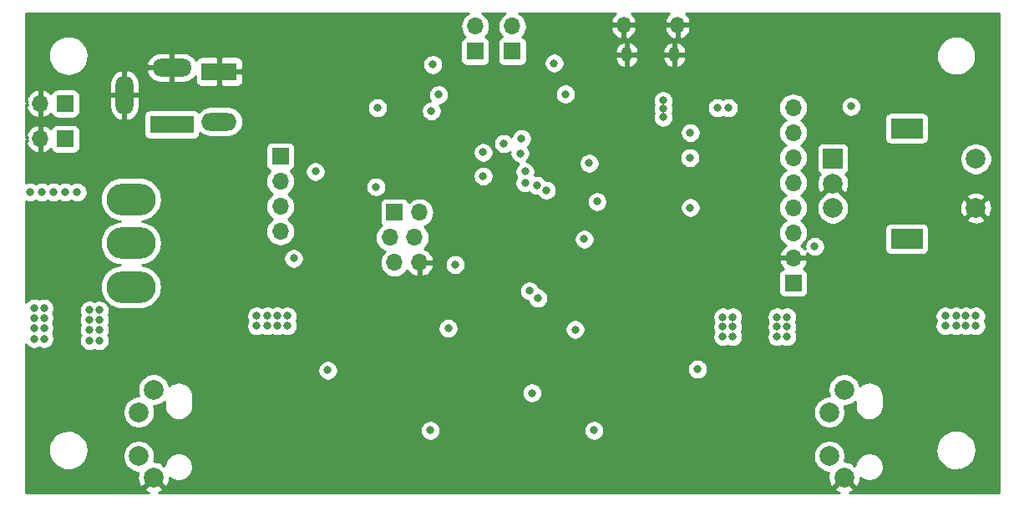
<source format=gbr>
G04 #@! TF.GenerationSoftware,KiCad,Pcbnew,(5.1.2)-1*
G04 #@! TF.CreationDate,2020-10-29T23:57:23+01:00*
G04 #@! TF.ProjectId,SolderingRT1,536f6c64-6572-4696-9e67-5254312e6b69,rev?*
G04 #@! TF.SameCoordinates,Original*
G04 #@! TF.FileFunction,Copper,L3,Inr*
G04 #@! TF.FilePolarity,Positive*
%FSLAX46Y46*%
G04 Gerber Fmt 4.6, Leading zero omitted, Abs format (unit mm)*
G04 Created by KiCad (PCBNEW (5.1.2)-1) date 2020-10-29 23:57:23*
%MOMM*%
%LPD*%
G04 APERTURE LIST*
%ADD10C,2.000000*%
%ADD11O,1.700000X1.700000*%
%ADD12R,1.700000X1.700000*%
%ADD13R,3.600000X1.800000*%
%ADD14O,3.600000X1.800000*%
%ADD15O,5.000000X3.200000*%
%ADD16R,2.000000X2.000000*%
%ADD17R,3.200000X2.000000*%
%ADD18O,1.350000X1.700000*%
%ADD19O,1.100000X1.500000*%
%ADD20R,4.400000X1.800000*%
%ADD21O,4.000000X1.800000*%
%ADD22O,1.800000X4.000000*%
%ADD23C,0.800000*%
%ADD24C,0.254000*%
G04 APERTURE END LIST*
D10*
X183650000Y-138860000D03*
X182150000Y-141160000D03*
X183650000Y-147760000D03*
X182150000Y-145610000D03*
X113650000Y-138860000D03*
X112150000Y-141160000D03*
X113650000Y-147760000D03*
X112150000Y-145610000D03*
D11*
X102160000Y-109850000D03*
D12*
X104700000Y-109850000D03*
D13*
X120300000Y-106600000D03*
D14*
X120300000Y-111680000D03*
D11*
X178500000Y-110270000D03*
X178500000Y-112810000D03*
X178500000Y-115350000D03*
X178500000Y-117890000D03*
X178500000Y-120430000D03*
X178500000Y-122970000D03*
X178500000Y-125510000D03*
D12*
X178500000Y-128050000D03*
D15*
X111350000Y-119550000D03*
X111350000Y-124000000D03*
X111350000Y-128450000D03*
D16*
X182500000Y-115463615D03*
D10*
X182500000Y-117963615D03*
X182500000Y-120463615D03*
D17*
X190000000Y-112363615D03*
X190000000Y-123563615D03*
D10*
X197000000Y-115463615D03*
X197000000Y-120463615D03*
D11*
X140600000Y-125980000D03*
X138060000Y-125980000D03*
X140100000Y-123440000D03*
X137600000Y-123440000D03*
X140600000Y-120900000D03*
D12*
X138060000Y-120900000D03*
D18*
X161295000Y-101885000D03*
X166755000Y-101885000D03*
D19*
X161605000Y-104885000D03*
X166445000Y-104885000D03*
D20*
X115500000Y-112000000D03*
D21*
X115500000Y-106200000D03*
D22*
X110700000Y-109000000D03*
D11*
X102160000Y-113450000D03*
D12*
X104700000Y-113450000D03*
D11*
X146250000Y-102010000D03*
D12*
X146250000Y-104550000D03*
D11*
X150000000Y-102010000D03*
D12*
X150000000Y-104550000D03*
D11*
X126500000Y-122820000D03*
X126500000Y-120280000D03*
X126500000Y-117740000D03*
D12*
X126500000Y-115200000D03*
D23*
X104900000Y-122450000D03*
X103900000Y-122450000D03*
X104900000Y-125650000D03*
X103900000Y-125650000D03*
X105900000Y-125650000D03*
X102450000Y-141300000D03*
X101450000Y-139200000D03*
X102450000Y-140200000D03*
X107050000Y-141500000D03*
X102450000Y-138200000D03*
X108050000Y-138400000D03*
X101450000Y-140200000D03*
X102450000Y-139200000D03*
X107050000Y-139400000D03*
X108050000Y-141500000D03*
X107050000Y-138400000D03*
X108050000Y-139400000D03*
X108050000Y-140400000D03*
X101450000Y-141300000D03*
X101450000Y-138200000D03*
X107050000Y-140400000D03*
X176950000Y-138000000D03*
X177950000Y-140100000D03*
X176950000Y-139100000D03*
X172350000Y-137800000D03*
X176950000Y-141100000D03*
X171350000Y-140900000D03*
X177950000Y-139100000D03*
X176950000Y-140100000D03*
X172350000Y-139900000D03*
X171350000Y-137800000D03*
X172350000Y-140900000D03*
X171350000Y-139900000D03*
X171350000Y-138900000D03*
X177950000Y-138000000D03*
X177950000Y-141100000D03*
X172350000Y-138900000D03*
X121300000Y-148300000D03*
X122400000Y-147300000D03*
X124400000Y-148300000D03*
X122400000Y-148300000D03*
X123400000Y-147300000D03*
X124400000Y-147300000D03*
X121300000Y-147300000D03*
X123400000Y-148300000D03*
X121300000Y-146300000D03*
X122400000Y-145300000D03*
X124400000Y-146300000D03*
X122400000Y-146300000D03*
X123400000Y-145300000D03*
X124400000Y-145300000D03*
X121300000Y-145300000D03*
X123400000Y-146300000D03*
X121300000Y-144300000D03*
X122400000Y-143300000D03*
X124400000Y-144300000D03*
X122400000Y-144300000D03*
X123400000Y-143300000D03*
X124400000Y-143300000D03*
X121300000Y-143300000D03*
X123400000Y-144300000D03*
X125400000Y-144300000D03*
X126500000Y-143300000D03*
X128500000Y-144300000D03*
X126500000Y-144300000D03*
X127500000Y-143300000D03*
X128500000Y-143300000D03*
X125400000Y-143300000D03*
X127500000Y-144300000D03*
X125400000Y-146300000D03*
X126500000Y-145300000D03*
X128500000Y-146300000D03*
X126500000Y-146300000D03*
X127500000Y-145300000D03*
X128500000Y-145300000D03*
X125400000Y-145300000D03*
X127500000Y-146300000D03*
X125400000Y-148300000D03*
X126500000Y-147300000D03*
X128500000Y-148300000D03*
X126500000Y-148300000D03*
X127500000Y-147300000D03*
X128500000Y-147300000D03*
X125400000Y-147300000D03*
X127500000Y-148300000D03*
X199000000Y-139600000D03*
X198000000Y-138500000D03*
X199000000Y-136500000D03*
X199000000Y-138500000D03*
X198000000Y-137500000D03*
X198000000Y-136500000D03*
X198000000Y-139600000D03*
X199000000Y-137500000D03*
X129100000Y-139500000D03*
X128100000Y-138400000D03*
X129100000Y-136400000D03*
X129100000Y-138400000D03*
X128100000Y-137400000D03*
X128100000Y-136400000D03*
X128100000Y-139500000D03*
X129100000Y-137400000D03*
X194400000Y-148300000D03*
X192400000Y-145300000D03*
X197500000Y-145300000D03*
X196500000Y-147300000D03*
X191300000Y-147300000D03*
X198500000Y-148300000D03*
X191300000Y-145300000D03*
X198500000Y-146300000D03*
X198500000Y-144300000D03*
X197500000Y-147300000D03*
X193400000Y-148300000D03*
X191300000Y-146300000D03*
X197500000Y-144300000D03*
X197500000Y-146300000D03*
X192400000Y-148300000D03*
X192400000Y-146300000D03*
X191300000Y-143300000D03*
X195400000Y-148300000D03*
X196500000Y-148300000D03*
X191300000Y-144300000D03*
X192400000Y-147300000D03*
X197500000Y-148300000D03*
X194400000Y-147300000D03*
X192400000Y-144300000D03*
X191300000Y-148300000D03*
X195400000Y-147300000D03*
X192400000Y-143300000D03*
X198500000Y-145300000D03*
X198500000Y-147300000D03*
X197500000Y-143300000D03*
X193400000Y-147300000D03*
X198500000Y-143300000D03*
X186600000Y-129400000D03*
X187900000Y-129400000D03*
X189100000Y-129400000D03*
X116600000Y-129500000D03*
X145800000Y-115800000D03*
X140212500Y-117512500D03*
X140200000Y-110600000D03*
X146500000Y-124300000D03*
X147500000Y-125400000D03*
X151400000Y-125400000D03*
X151700000Y-108900000D03*
X145100000Y-108900000D03*
X138700000Y-136800000D03*
X161300000Y-136800000D03*
X155637500Y-145037500D03*
X148000000Y-139200000D03*
X153600000Y-131900000D03*
X149600000Y-133100000D03*
X117900000Y-129500000D03*
X119100000Y-129500000D03*
X105900000Y-122450000D03*
X134112500Y-108712500D03*
X134037500Y-116712500D03*
X184400000Y-111550000D03*
X191950000Y-108750000D03*
X184300000Y-124350000D03*
X148837660Y-127737660D03*
X146150000Y-131750000D03*
X148455493Y-120569826D03*
X144300020Y-145000000D03*
X154250000Y-102000000D03*
X141950000Y-102050000D03*
X158600000Y-121300000D03*
X136350000Y-110300000D03*
X149150000Y-113900000D03*
X108150000Y-133900000D03*
X108150000Y-131800000D03*
X108150000Y-132800000D03*
X107150000Y-133900000D03*
X107150000Y-131800000D03*
X108150000Y-130800000D03*
X107150000Y-132800000D03*
X107150000Y-130800000D03*
X171350000Y-132500000D03*
X171350000Y-131500000D03*
X172350000Y-132500000D03*
X171350000Y-133500000D03*
X172350000Y-131500000D03*
X172350000Y-133500000D03*
X176850000Y-132500000D03*
X176850000Y-131500000D03*
X177850000Y-132500000D03*
X176850000Y-133500000D03*
X177850000Y-131500000D03*
X177850000Y-133500000D03*
X102550000Y-133700000D03*
X102550000Y-131600000D03*
X102550000Y-132600000D03*
X101550000Y-133700000D03*
X101550000Y-131600000D03*
X102550000Y-130600000D03*
X101550000Y-132600000D03*
X101550000Y-130600000D03*
X124100000Y-132400000D03*
X125200000Y-131400000D03*
X127200000Y-132400000D03*
X125200000Y-132400000D03*
X126200000Y-131400000D03*
X127200000Y-131400000D03*
X124100000Y-131400000D03*
X126200000Y-132400000D03*
X193900000Y-132400000D03*
X195000000Y-132400000D03*
X196000000Y-132400000D03*
X197000000Y-132400000D03*
X197000000Y-131400000D03*
X196000000Y-131400000D03*
X195000000Y-131400000D03*
X193900000Y-131400000D03*
X101100000Y-118850000D03*
X102300000Y-118850000D03*
X103500000Y-118850000D03*
X104700000Y-118850000D03*
X105900000Y-118850000D03*
X141800000Y-110600000D03*
X144212500Y-126187500D03*
X155400000Y-108900000D03*
X131300000Y-136900000D03*
X168800000Y-136800000D03*
X152000000Y-139200000D03*
X158300000Y-143000000D03*
X141700000Y-143000000D03*
X130050000Y-116750000D03*
X157300000Y-123600000D03*
X171900000Y-110300000D03*
X170800000Y-110300000D03*
X165300000Y-109550000D03*
X165300000Y-110400000D03*
X165300000Y-111250000D03*
X184350000Y-110150000D03*
X180675010Y-124350000D03*
X154250000Y-105750000D03*
X141950000Y-105900000D03*
X158600000Y-119800000D03*
X157800000Y-115900000D03*
X143512500Y-132637500D03*
X150950000Y-113400000D03*
X152600000Y-129600002D03*
X151750000Y-128849998D03*
X151300000Y-116750000D03*
X142550000Y-108950000D03*
X156387500Y-132762500D03*
X150800000Y-114900000D03*
X147050000Y-114800000D03*
X136200000Y-118300000D03*
X168000000Y-115350000D03*
X152522756Y-118171750D03*
X168050000Y-112800000D03*
X151300000Y-117900004D03*
X127850000Y-125550000D03*
X147050000Y-117200000D03*
X168050000Y-120400000D03*
X153458885Y-118637988D03*
D24*
G36*
X145420986Y-100769294D02*
G01*
X145194866Y-100954866D01*
X145009294Y-101180986D01*
X144871401Y-101438966D01*
X144786487Y-101718889D01*
X144757815Y-102010000D01*
X144786487Y-102301111D01*
X144871401Y-102581034D01*
X145009294Y-102839014D01*
X145194866Y-103065134D01*
X145224687Y-103089607D01*
X145155820Y-103110498D01*
X145045506Y-103169463D01*
X144948815Y-103248815D01*
X144869463Y-103345506D01*
X144810498Y-103455820D01*
X144774188Y-103575518D01*
X144761928Y-103700000D01*
X144761928Y-105400000D01*
X144774188Y-105524482D01*
X144810498Y-105644180D01*
X144869463Y-105754494D01*
X144948815Y-105851185D01*
X145045506Y-105930537D01*
X145155820Y-105989502D01*
X145275518Y-106025812D01*
X145400000Y-106038072D01*
X147100000Y-106038072D01*
X147224482Y-106025812D01*
X147344180Y-105989502D01*
X147454494Y-105930537D01*
X147551185Y-105851185D01*
X147630537Y-105754494D01*
X147689502Y-105644180D01*
X147725812Y-105524482D01*
X147738072Y-105400000D01*
X147738072Y-103700000D01*
X147725812Y-103575518D01*
X147689502Y-103455820D01*
X147630537Y-103345506D01*
X147551185Y-103248815D01*
X147454494Y-103169463D01*
X147344180Y-103110498D01*
X147275313Y-103089607D01*
X147305134Y-103065134D01*
X147490706Y-102839014D01*
X147628599Y-102581034D01*
X147713513Y-102301111D01*
X147742185Y-102010000D01*
X147713513Y-101718889D01*
X147628599Y-101438966D01*
X147490706Y-101180986D01*
X147305134Y-100954866D01*
X147079014Y-100769294D01*
X146921311Y-100685000D01*
X149328689Y-100685000D01*
X149170986Y-100769294D01*
X148944866Y-100954866D01*
X148759294Y-101180986D01*
X148621401Y-101438966D01*
X148536487Y-101718889D01*
X148507815Y-102010000D01*
X148536487Y-102301111D01*
X148621401Y-102581034D01*
X148759294Y-102839014D01*
X148944866Y-103065134D01*
X148974687Y-103089607D01*
X148905820Y-103110498D01*
X148795506Y-103169463D01*
X148698815Y-103248815D01*
X148619463Y-103345506D01*
X148560498Y-103455820D01*
X148524188Y-103575518D01*
X148511928Y-103700000D01*
X148511928Y-105400000D01*
X148524188Y-105524482D01*
X148560498Y-105644180D01*
X148619463Y-105754494D01*
X148698815Y-105851185D01*
X148795506Y-105930537D01*
X148905820Y-105989502D01*
X149025518Y-106025812D01*
X149150000Y-106038072D01*
X150850000Y-106038072D01*
X150974482Y-106025812D01*
X151094180Y-105989502D01*
X151204494Y-105930537D01*
X151301185Y-105851185D01*
X151380537Y-105754494D01*
X151437427Y-105648061D01*
X153215000Y-105648061D01*
X153215000Y-105851939D01*
X153254774Y-106051898D01*
X153332795Y-106240256D01*
X153446063Y-106409774D01*
X153590226Y-106553937D01*
X153759744Y-106667205D01*
X153948102Y-106745226D01*
X154148061Y-106785000D01*
X154351939Y-106785000D01*
X154551898Y-106745226D01*
X154740256Y-106667205D01*
X154909774Y-106553937D01*
X155053937Y-106409774D01*
X155167205Y-106240256D01*
X155245226Y-106051898D01*
X155285000Y-105851939D01*
X155285000Y-105648061D01*
X155245226Y-105448102D01*
X155167205Y-105259744D01*
X155126540Y-105198884D01*
X160419316Y-105198884D01*
X160464316Y-105428011D01*
X160553152Y-105643957D01*
X160682410Y-105838422D01*
X160847123Y-106003934D01*
X161040961Y-106134131D01*
X161256474Y-106224011D01*
X161295256Y-106228803D01*
X161478000Y-106103361D01*
X161478000Y-105012000D01*
X161732000Y-105012000D01*
X161732000Y-106103361D01*
X161914744Y-106228803D01*
X161953526Y-106224011D01*
X162169039Y-106134131D01*
X162362877Y-106003934D01*
X162527590Y-105838422D01*
X162656848Y-105643957D01*
X162745684Y-105428011D01*
X162790684Y-105198884D01*
X165259316Y-105198884D01*
X165304316Y-105428011D01*
X165393152Y-105643957D01*
X165522410Y-105838422D01*
X165687123Y-106003934D01*
X165880961Y-106134131D01*
X166096474Y-106224011D01*
X166135256Y-106228803D01*
X166318000Y-106103361D01*
X166318000Y-105012000D01*
X166572000Y-105012000D01*
X166572000Y-106103361D01*
X166754744Y-106228803D01*
X166793526Y-106224011D01*
X167009039Y-106134131D01*
X167202877Y-106003934D01*
X167367590Y-105838422D01*
X167496848Y-105643957D01*
X167585684Y-105428011D01*
X167630684Y-105198884D01*
X167488601Y-105028160D01*
X192983310Y-105028160D01*
X193027187Y-105419334D01*
X193146208Y-105794536D01*
X193335839Y-106139475D01*
X193588858Y-106441011D01*
X193895627Y-106687659D01*
X194244461Y-106870025D01*
X194622073Y-106981162D01*
X195014080Y-107016838D01*
X195405551Y-106975693D01*
X195781575Y-106859294D01*
X196127829Y-106672075D01*
X196431124Y-106421168D01*
X196679908Y-106116128D01*
X196864705Y-105768576D01*
X196978476Y-105391749D01*
X197016887Y-105000000D01*
X197016101Y-104943685D01*
X196966766Y-104553162D01*
X196842518Y-104179658D01*
X196648089Y-103837401D01*
X196390885Y-103539427D01*
X196080702Y-103297086D01*
X195729356Y-103119608D01*
X195350229Y-103013754D01*
X194957762Y-102983555D01*
X194566903Y-103030162D01*
X194192541Y-103151800D01*
X193848935Y-103343835D01*
X193549173Y-103598953D01*
X193304672Y-103907436D01*
X193124746Y-104257534D01*
X193016247Y-104635913D01*
X192983310Y-105028160D01*
X167488601Y-105028160D01*
X167475152Y-105012000D01*
X166572000Y-105012000D01*
X166318000Y-105012000D01*
X165414848Y-105012000D01*
X165259316Y-105198884D01*
X162790684Y-105198884D01*
X162635152Y-105012000D01*
X161732000Y-105012000D01*
X161478000Y-105012000D01*
X160574848Y-105012000D01*
X160419316Y-105198884D01*
X155126540Y-105198884D01*
X155053937Y-105090226D01*
X154909774Y-104946063D01*
X154740256Y-104832795D01*
X154551898Y-104754774D01*
X154351939Y-104715000D01*
X154148061Y-104715000D01*
X153948102Y-104754774D01*
X153759744Y-104832795D01*
X153590226Y-104946063D01*
X153446063Y-105090226D01*
X153332795Y-105259744D01*
X153254774Y-105448102D01*
X153215000Y-105648061D01*
X151437427Y-105648061D01*
X151439502Y-105644180D01*
X151475812Y-105524482D01*
X151488072Y-105400000D01*
X151488072Y-104571116D01*
X160419316Y-104571116D01*
X160574848Y-104758000D01*
X161478000Y-104758000D01*
X161478000Y-103666639D01*
X161732000Y-103666639D01*
X161732000Y-104758000D01*
X162635152Y-104758000D01*
X162790684Y-104571116D01*
X165259316Y-104571116D01*
X165414848Y-104758000D01*
X166318000Y-104758000D01*
X166318000Y-103666639D01*
X166572000Y-103666639D01*
X166572000Y-104758000D01*
X167475152Y-104758000D01*
X167630684Y-104571116D01*
X167585684Y-104341989D01*
X167496848Y-104126043D01*
X167367590Y-103931578D01*
X167202877Y-103766066D01*
X167009039Y-103635869D01*
X166793526Y-103545989D01*
X166754744Y-103541197D01*
X166572000Y-103666639D01*
X166318000Y-103666639D01*
X166135256Y-103541197D01*
X166096474Y-103545989D01*
X165880961Y-103635869D01*
X165687123Y-103766066D01*
X165522410Y-103931578D01*
X165393152Y-104126043D01*
X165304316Y-104341989D01*
X165259316Y-104571116D01*
X162790684Y-104571116D01*
X162745684Y-104341989D01*
X162656848Y-104126043D01*
X162527590Y-103931578D01*
X162362877Y-103766066D01*
X162169039Y-103635869D01*
X161953526Y-103545989D01*
X161914744Y-103541197D01*
X161732000Y-103666639D01*
X161478000Y-103666639D01*
X161295256Y-103541197D01*
X161256474Y-103545989D01*
X161040961Y-103635869D01*
X160847123Y-103766066D01*
X160682410Y-103931578D01*
X160553152Y-104126043D01*
X160464316Y-104341989D01*
X160419316Y-104571116D01*
X151488072Y-104571116D01*
X151488072Y-103700000D01*
X151475812Y-103575518D01*
X151439502Y-103455820D01*
X151380537Y-103345506D01*
X151301185Y-103248815D01*
X151204494Y-103169463D01*
X151094180Y-103110498D01*
X151025313Y-103089607D01*
X151055134Y-103065134D01*
X151240706Y-102839014D01*
X151378599Y-102581034D01*
X151463513Y-102301111D01*
X151471710Y-102217884D01*
X159991325Y-102217884D01*
X160047176Y-102469185D01*
X160150981Y-102704761D01*
X160298750Y-102915559D01*
X160484804Y-103093478D01*
X160701993Y-103231681D01*
X160941971Y-103324857D01*
X160965600Y-103327910D01*
X161168000Y-103204224D01*
X161168000Y-102012000D01*
X161422000Y-102012000D01*
X161422000Y-103204224D01*
X161624400Y-103327910D01*
X161648029Y-103324857D01*
X161888007Y-103231681D01*
X162105196Y-103093478D01*
X162291250Y-102915559D01*
X162439019Y-102704761D01*
X162542824Y-102469185D01*
X162598675Y-102217884D01*
X165451325Y-102217884D01*
X165507176Y-102469185D01*
X165610981Y-102704761D01*
X165758750Y-102915559D01*
X165944804Y-103093478D01*
X166161993Y-103231681D01*
X166401971Y-103324857D01*
X166425600Y-103327910D01*
X166628000Y-103204224D01*
X166628000Y-102012000D01*
X166882000Y-102012000D01*
X166882000Y-103204224D01*
X167084400Y-103327910D01*
X167108029Y-103324857D01*
X167348007Y-103231681D01*
X167565196Y-103093478D01*
X167751250Y-102915559D01*
X167899019Y-102704761D01*
X168002824Y-102469185D01*
X168058675Y-102217884D01*
X167908573Y-102012000D01*
X166882000Y-102012000D01*
X166628000Y-102012000D01*
X165601427Y-102012000D01*
X165451325Y-102217884D01*
X162598675Y-102217884D01*
X162448573Y-102012000D01*
X161422000Y-102012000D01*
X161168000Y-102012000D01*
X160141427Y-102012000D01*
X159991325Y-102217884D01*
X151471710Y-102217884D01*
X151492185Y-102010000D01*
X151463513Y-101718889D01*
X151378599Y-101438966D01*
X151240706Y-101180986D01*
X151055134Y-100954866D01*
X150829014Y-100769294D01*
X150671311Y-100685000D01*
X160475938Y-100685000D01*
X160298750Y-100854441D01*
X160150981Y-101065239D01*
X160047176Y-101300815D01*
X159991325Y-101552116D01*
X160141427Y-101758000D01*
X161168000Y-101758000D01*
X161168000Y-101738000D01*
X161422000Y-101738000D01*
X161422000Y-101758000D01*
X162448573Y-101758000D01*
X162598675Y-101552116D01*
X162542824Y-101300815D01*
X162439019Y-101065239D01*
X162291250Y-100854441D01*
X162114062Y-100685000D01*
X165935938Y-100685000D01*
X165758750Y-100854441D01*
X165610981Y-101065239D01*
X165507176Y-101300815D01*
X165451325Y-101552116D01*
X165601427Y-101758000D01*
X166628000Y-101758000D01*
X166628000Y-101738000D01*
X166882000Y-101738000D01*
X166882000Y-101758000D01*
X167908573Y-101758000D01*
X168058675Y-101552116D01*
X168002824Y-101300815D01*
X167899019Y-101065239D01*
X167751250Y-100854441D01*
X167574062Y-100685000D01*
X199315000Y-100685000D01*
X199315001Y-149315000D01*
X184156030Y-149315000D01*
X184336088Y-149252795D01*
X184510044Y-149159814D01*
X184605808Y-148895413D01*
X183650000Y-147939605D01*
X182694192Y-148895413D01*
X182789956Y-149159814D01*
X183079571Y-149300704D01*
X183134098Y-149315000D01*
X114156030Y-149315000D01*
X114336088Y-149252795D01*
X114510044Y-149159814D01*
X114605808Y-148895413D01*
X113650000Y-147939605D01*
X112694192Y-148895413D01*
X112789956Y-149159814D01*
X113079571Y-149300704D01*
X113134098Y-149315000D01*
X100685000Y-149315000D01*
X100685000Y-145028352D01*
X102969549Y-145028352D01*
X103013726Y-145422196D01*
X103133559Y-145799958D01*
X103324484Y-146147250D01*
X103579229Y-146450843D01*
X103888091Y-146699175D01*
X104239305Y-146882785D01*
X104619494Y-146994681D01*
X105014176Y-147030600D01*
X105408319Y-146989174D01*
X105786908Y-146871980D01*
X106135525Y-146683484D01*
X106440889Y-146430865D01*
X106691371Y-146123744D01*
X106877428Y-145773820D01*
X106975507Y-145448967D01*
X110515000Y-145448967D01*
X110515000Y-145771033D01*
X110577832Y-146086912D01*
X110701082Y-146384463D01*
X110880013Y-146652252D01*
X111107748Y-146879987D01*
X111375537Y-147058918D01*
X111673088Y-147182168D01*
X111988967Y-147245000D01*
X112094763Y-147245000D01*
X112027616Y-147501108D01*
X112008282Y-147822595D01*
X112052039Y-148141675D01*
X112157205Y-148446088D01*
X112250186Y-148620044D01*
X112514587Y-148715808D01*
X113470395Y-147760000D01*
X113456253Y-147745858D01*
X113635858Y-147566253D01*
X113650000Y-147580395D01*
X113664143Y-147566253D01*
X113843748Y-147745858D01*
X113829605Y-147760000D01*
X114785413Y-148715808D01*
X115049814Y-148620044D01*
X115190704Y-148330429D01*
X115272384Y-148018892D01*
X115284700Y-147814096D01*
X115285241Y-147814637D01*
X115520273Y-147971680D01*
X115781426Y-148079853D01*
X116058665Y-148135000D01*
X116341335Y-148135000D01*
X116618574Y-148079853D01*
X116879727Y-147971680D01*
X117114759Y-147814637D01*
X117314637Y-147614759D01*
X117471680Y-147379727D01*
X117579853Y-147118574D01*
X117635000Y-146841335D01*
X117635000Y-146558665D01*
X117579853Y-146281426D01*
X117471680Y-146020273D01*
X117314637Y-145785241D01*
X117114759Y-145585363D01*
X116910628Y-145448967D01*
X180515000Y-145448967D01*
X180515000Y-145771033D01*
X180577832Y-146086912D01*
X180701082Y-146384463D01*
X180880013Y-146652252D01*
X181107748Y-146879987D01*
X181375537Y-147058918D01*
X181673088Y-147182168D01*
X181988967Y-147245000D01*
X182094763Y-147245000D01*
X182027616Y-147501108D01*
X182008282Y-147822595D01*
X182052039Y-148141675D01*
X182157205Y-148446088D01*
X182250186Y-148620044D01*
X182514587Y-148715808D01*
X183470395Y-147760000D01*
X183456253Y-147745858D01*
X183635858Y-147566253D01*
X183650000Y-147580395D01*
X183664143Y-147566253D01*
X183843748Y-147745858D01*
X183829605Y-147760000D01*
X184785413Y-148715808D01*
X185049814Y-148620044D01*
X185190704Y-148330429D01*
X185272384Y-148018892D01*
X185284700Y-147814096D01*
X185285241Y-147814637D01*
X185520273Y-147971680D01*
X185781426Y-148079853D01*
X186058665Y-148135000D01*
X186341335Y-148135000D01*
X186618574Y-148079853D01*
X186879727Y-147971680D01*
X187114759Y-147814637D01*
X187314637Y-147614759D01*
X187471680Y-147379727D01*
X187579853Y-147118574D01*
X187635000Y-146841335D01*
X187635000Y-146558665D01*
X187579853Y-146281426D01*
X187471680Y-146020273D01*
X187314637Y-145785241D01*
X187114759Y-145585363D01*
X186879727Y-145428320D01*
X186618574Y-145320147D01*
X186341335Y-145265000D01*
X186058665Y-145265000D01*
X185781426Y-145320147D01*
X185520273Y-145428320D01*
X185285241Y-145585363D01*
X185085363Y-145785241D01*
X184928320Y-146020273D01*
X184820147Y-146281426D01*
X184766032Y-146553474D01*
X184721475Y-146508917D01*
X184605807Y-146624585D01*
X184510044Y-146360186D01*
X184220429Y-146219296D01*
X183908892Y-146137616D01*
X183706214Y-146125427D01*
X183722168Y-146086912D01*
X183785000Y-145771033D01*
X183785000Y-145448967D01*
X183722168Y-145133088D01*
X183678929Y-145028699D01*
X192944712Y-145028699D01*
X192989429Y-145427360D01*
X193110728Y-145809743D01*
X193303989Y-146161283D01*
X193561850Y-146468590D01*
X193874490Y-146719959D01*
X194230001Y-146905815D01*
X194614840Y-147019080D01*
X195014350Y-147055438D01*
X195413313Y-147013505D01*
X195796534Y-146894879D01*
X196149414Y-146704077D01*
X196458514Y-146448367D01*
X196712060Y-146137490D01*
X196900393Y-145783286D01*
X197016342Y-145399246D01*
X197055488Y-145000000D01*
X197054687Y-144942607D01*
X197004408Y-144544610D01*
X196877782Y-144163958D01*
X196679632Y-143815150D01*
X196417505Y-143511473D01*
X196101386Y-143264494D01*
X195743315Y-143083620D01*
X195356932Y-142975739D01*
X194956953Y-142944963D01*
X194558614Y-142992462D01*
X194177087Y-143116427D01*
X193826905Y-143312138D01*
X193521406Y-143572138D01*
X193272225Y-143886525D01*
X193088856Y-144243324D01*
X192978281Y-144628945D01*
X192944712Y-145028699D01*
X183678929Y-145028699D01*
X183598918Y-144835537D01*
X183419987Y-144567748D01*
X183192252Y-144340013D01*
X182924463Y-144161082D01*
X182626912Y-144037832D01*
X182311033Y-143975000D01*
X181988967Y-143975000D01*
X181673088Y-144037832D01*
X181375537Y-144161082D01*
X181107748Y-144340013D01*
X180880013Y-144567748D01*
X180701082Y-144835537D01*
X180577832Y-145133088D01*
X180515000Y-145448967D01*
X116910628Y-145448967D01*
X116879727Y-145428320D01*
X116618574Y-145320147D01*
X116341335Y-145265000D01*
X116058665Y-145265000D01*
X115781426Y-145320147D01*
X115520273Y-145428320D01*
X115285241Y-145585363D01*
X115085363Y-145785241D01*
X114928320Y-146020273D01*
X114820147Y-146281426D01*
X114766032Y-146553474D01*
X114721475Y-146508917D01*
X114605807Y-146624585D01*
X114510044Y-146360186D01*
X114220429Y-146219296D01*
X113908892Y-146137616D01*
X113706214Y-146125427D01*
X113722168Y-146086912D01*
X113785000Y-145771033D01*
X113785000Y-145448967D01*
X113722168Y-145133088D01*
X113598918Y-144835537D01*
X113419987Y-144567748D01*
X113192252Y-144340013D01*
X112924463Y-144161082D01*
X112626912Y-144037832D01*
X112311033Y-143975000D01*
X111988967Y-143975000D01*
X111673088Y-144037832D01*
X111375537Y-144161082D01*
X111107748Y-144340013D01*
X110880013Y-144567748D01*
X110701082Y-144835537D01*
X110577832Y-145133088D01*
X110515000Y-145448967D01*
X106975507Y-145448967D01*
X106991976Y-145394422D01*
X107030649Y-145000000D01*
X107029857Y-144943301D01*
X106980186Y-144550113D01*
X106855090Y-144174061D01*
X106659334Y-143829468D01*
X106400375Y-143529461D01*
X106088076Y-143285466D01*
X105734333Y-143106778D01*
X105352618Y-143000201D01*
X104957473Y-142969796D01*
X104563948Y-143016721D01*
X104187032Y-143139189D01*
X103841081Y-143332534D01*
X103539273Y-143589393D01*
X103293104Y-143899981D01*
X103111950Y-144252468D01*
X103002712Y-144633429D01*
X102969549Y-145028352D01*
X100685000Y-145028352D01*
X100685000Y-142898061D01*
X140665000Y-142898061D01*
X140665000Y-143101939D01*
X140704774Y-143301898D01*
X140782795Y-143490256D01*
X140896063Y-143659774D01*
X141040226Y-143803937D01*
X141209744Y-143917205D01*
X141398102Y-143995226D01*
X141598061Y-144035000D01*
X141801939Y-144035000D01*
X142001898Y-143995226D01*
X142190256Y-143917205D01*
X142359774Y-143803937D01*
X142503937Y-143659774D01*
X142617205Y-143490256D01*
X142695226Y-143301898D01*
X142735000Y-143101939D01*
X142735000Y-142898061D01*
X157265000Y-142898061D01*
X157265000Y-143101939D01*
X157304774Y-143301898D01*
X157382795Y-143490256D01*
X157496063Y-143659774D01*
X157640226Y-143803937D01*
X157809744Y-143917205D01*
X157998102Y-143995226D01*
X158198061Y-144035000D01*
X158401939Y-144035000D01*
X158601898Y-143995226D01*
X158790256Y-143917205D01*
X158959774Y-143803937D01*
X159103937Y-143659774D01*
X159217205Y-143490256D01*
X159295226Y-143301898D01*
X159335000Y-143101939D01*
X159335000Y-142898061D01*
X159295226Y-142698102D01*
X159217205Y-142509744D01*
X159103937Y-142340226D01*
X158959774Y-142196063D01*
X158790256Y-142082795D01*
X158601898Y-142004774D01*
X158401939Y-141965000D01*
X158198061Y-141965000D01*
X157998102Y-142004774D01*
X157809744Y-142082795D01*
X157640226Y-142196063D01*
X157496063Y-142340226D01*
X157382795Y-142509744D01*
X157304774Y-142698102D01*
X157265000Y-142898061D01*
X142735000Y-142898061D01*
X142695226Y-142698102D01*
X142617205Y-142509744D01*
X142503937Y-142340226D01*
X142359774Y-142196063D01*
X142190256Y-142082795D01*
X142001898Y-142004774D01*
X141801939Y-141965000D01*
X141598061Y-141965000D01*
X141398102Y-142004774D01*
X141209744Y-142082795D01*
X141040226Y-142196063D01*
X140896063Y-142340226D01*
X140782795Y-142509744D01*
X140704774Y-142698102D01*
X140665000Y-142898061D01*
X100685000Y-142898061D01*
X100685000Y-140998967D01*
X110515000Y-140998967D01*
X110515000Y-141321033D01*
X110577832Y-141636912D01*
X110701082Y-141934463D01*
X110880013Y-142202252D01*
X111107748Y-142429987D01*
X111375537Y-142608918D01*
X111673088Y-142732168D01*
X111988967Y-142795000D01*
X112311033Y-142795000D01*
X112626912Y-142732168D01*
X112924463Y-142608918D01*
X113192252Y-142429987D01*
X113419987Y-142202252D01*
X113598918Y-141934463D01*
X113722168Y-141636912D01*
X113785000Y-141321033D01*
X113785000Y-140998967D01*
X113722168Y-140683088D01*
X113644259Y-140495000D01*
X113811033Y-140495000D01*
X114126912Y-140432168D01*
X114424463Y-140308918D01*
X114692252Y-140129987D01*
X114765000Y-140057239D01*
X114765000Y-140590492D01*
X114785764Y-140801309D01*
X114867818Y-141071808D01*
X115001068Y-141321101D01*
X115180393Y-141539608D01*
X115398900Y-141718932D01*
X115648193Y-141852182D01*
X115918692Y-141934236D01*
X116200000Y-141961943D01*
X116481309Y-141934236D01*
X116751808Y-141852182D01*
X117001101Y-141718932D01*
X117219608Y-141539608D01*
X117398932Y-141321101D01*
X117532182Y-141071808D01*
X117554277Y-140998967D01*
X180515000Y-140998967D01*
X180515000Y-141321033D01*
X180577832Y-141636912D01*
X180701082Y-141934463D01*
X180880013Y-142202252D01*
X181107748Y-142429987D01*
X181375537Y-142608918D01*
X181673088Y-142732168D01*
X181988967Y-142795000D01*
X182311033Y-142795000D01*
X182626912Y-142732168D01*
X182924463Y-142608918D01*
X183192252Y-142429987D01*
X183419987Y-142202252D01*
X183598918Y-141934463D01*
X183722168Y-141636912D01*
X183785000Y-141321033D01*
X183785000Y-140998967D01*
X183722168Y-140683088D01*
X183644259Y-140495000D01*
X183811033Y-140495000D01*
X184126912Y-140432168D01*
X184424463Y-140308918D01*
X184692252Y-140129987D01*
X184765000Y-140057239D01*
X184765000Y-140590492D01*
X184785764Y-140801309D01*
X184867818Y-141071808D01*
X185001068Y-141321101D01*
X185180393Y-141539608D01*
X185398900Y-141718932D01*
X185648193Y-141852182D01*
X185918692Y-141934236D01*
X186200000Y-141961943D01*
X186481309Y-141934236D01*
X186751808Y-141852182D01*
X187001101Y-141718932D01*
X187219608Y-141539608D01*
X187398932Y-141321101D01*
X187532182Y-141071808D01*
X187614236Y-140801309D01*
X187635000Y-140590492D01*
X187635000Y-139449508D01*
X187614236Y-139238691D01*
X187532182Y-138968192D01*
X187398932Y-138718899D01*
X187219607Y-138500392D01*
X187001100Y-138321068D01*
X186751807Y-138187818D01*
X186481308Y-138105764D01*
X186200000Y-138078057D01*
X185918691Y-138105764D01*
X185648192Y-138187818D01*
X185398899Y-138321068D01*
X185236364Y-138454458D01*
X185222168Y-138383088D01*
X185098918Y-138085537D01*
X184919987Y-137817748D01*
X184692252Y-137590013D01*
X184424463Y-137411082D01*
X184126912Y-137287832D01*
X183811033Y-137225000D01*
X183488967Y-137225000D01*
X183173088Y-137287832D01*
X182875537Y-137411082D01*
X182607748Y-137590013D01*
X182380013Y-137817748D01*
X182201082Y-138085537D01*
X182077832Y-138383088D01*
X182015000Y-138698967D01*
X182015000Y-139021033D01*
X182077832Y-139336912D01*
X182155741Y-139525000D01*
X181988967Y-139525000D01*
X181673088Y-139587832D01*
X181375537Y-139711082D01*
X181107748Y-139890013D01*
X180880013Y-140117748D01*
X180701082Y-140385537D01*
X180577832Y-140683088D01*
X180515000Y-140998967D01*
X117554277Y-140998967D01*
X117614236Y-140801309D01*
X117635000Y-140590492D01*
X117635000Y-139449508D01*
X117614236Y-139238691D01*
X117571577Y-139098061D01*
X150965000Y-139098061D01*
X150965000Y-139301939D01*
X151004774Y-139501898D01*
X151082795Y-139690256D01*
X151196063Y-139859774D01*
X151340226Y-140003937D01*
X151509744Y-140117205D01*
X151698102Y-140195226D01*
X151898061Y-140235000D01*
X152101939Y-140235000D01*
X152301898Y-140195226D01*
X152490256Y-140117205D01*
X152659774Y-140003937D01*
X152803937Y-139859774D01*
X152917205Y-139690256D01*
X152995226Y-139501898D01*
X153035000Y-139301939D01*
X153035000Y-139098061D01*
X152995226Y-138898102D01*
X152917205Y-138709744D01*
X152803937Y-138540226D01*
X152659774Y-138396063D01*
X152490256Y-138282795D01*
X152301898Y-138204774D01*
X152101939Y-138165000D01*
X151898061Y-138165000D01*
X151698102Y-138204774D01*
X151509744Y-138282795D01*
X151340226Y-138396063D01*
X151196063Y-138540226D01*
X151082795Y-138709744D01*
X151004774Y-138898102D01*
X150965000Y-139098061D01*
X117571577Y-139098061D01*
X117532182Y-138968192D01*
X117398932Y-138718899D01*
X117219607Y-138500392D01*
X117001100Y-138321068D01*
X116751807Y-138187818D01*
X116481308Y-138105764D01*
X116200000Y-138078057D01*
X115918691Y-138105764D01*
X115648192Y-138187818D01*
X115398899Y-138321068D01*
X115236364Y-138454458D01*
X115222168Y-138383088D01*
X115098918Y-138085537D01*
X114919987Y-137817748D01*
X114692252Y-137590013D01*
X114424463Y-137411082D01*
X114126912Y-137287832D01*
X113811033Y-137225000D01*
X113488967Y-137225000D01*
X113173088Y-137287832D01*
X112875537Y-137411082D01*
X112607748Y-137590013D01*
X112380013Y-137817748D01*
X112201082Y-138085537D01*
X112077832Y-138383088D01*
X112015000Y-138698967D01*
X112015000Y-139021033D01*
X112077832Y-139336912D01*
X112155741Y-139525000D01*
X111988967Y-139525000D01*
X111673088Y-139587832D01*
X111375537Y-139711082D01*
X111107748Y-139890013D01*
X110880013Y-140117748D01*
X110701082Y-140385537D01*
X110577832Y-140683088D01*
X110515000Y-140998967D01*
X100685000Y-140998967D01*
X100685000Y-136798061D01*
X130265000Y-136798061D01*
X130265000Y-137001939D01*
X130304774Y-137201898D01*
X130382795Y-137390256D01*
X130496063Y-137559774D01*
X130640226Y-137703937D01*
X130809744Y-137817205D01*
X130998102Y-137895226D01*
X131198061Y-137935000D01*
X131401939Y-137935000D01*
X131601898Y-137895226D01*
X131790256Y-137817205D01*
X131959774Y-137703937D01*
X132103937Y-137559774D01*
X132217205Y-137390256D01*
X132295226Y-137201898D01*
X132335000Y-137001939D01*
X132335000Y-136798061D01*
X132315109Y-136698061D01*
X167765000Y-136698061D01*
X167765000Y-136901939D01*
X167804774Y-137101898D01*
X167882795Y-137290256D01*
X167996063Y-137459774D01*
X168140226Y-137603937D01*
X168309744Y-137717205D01*
X168498102Y-137795226D01*
X168698061Y-137835000D01*
X168901939Y-137835000D01*
X169101898Y-137795226D01*
X169290256Y-137717205D01*
X169459774Y-137603937D01*
X169603937Y-137459774D01*
X169717205Y-137290256D01*
X169795226Y-137101898D01*
X169835000Y-136901939D01*
X169835000Y-136698061D01*
X169795226Y-136498102D01*
X169717205Y-136309744D01*
X169603937Y-136140226D01*
X169459774Y-135996063D01*
X169290256Y-135882795D01*
X169101898Y-135804774D01*
X168901939Y-135765000D01*
X168698061Y-135765000D01*
X168498102Y-135804774D01*
X168309744Y-135882795D01*
X168140226Y-135996063D01*
X167996063Y-136140226D01*
X167882795Y-136309744D01*
X167804774Y-136498102D01*
X167765000Y-136698061D01*
X132315109Y-136698061D01*
X132295226Y-136598102D01*
X132217205Y-136409744D01*
X132103937Y-136240226D01*
X131959774Y-136096063D01*
X131790256Y-135982795D01*
X131601898Y-135904774D01*
X131401939Y-135865000D01*
X131198061Y-135865000D01*
X130998102Y-135904774D01*
X130809744Y-135982795D01*
X130640226Y-136096063D01*
X130496063Y-136240226D01*
X130382795Y-136409744D01*
X130304774Y-136598102D01*
X130265000Y-136798061D01*
X100685000Y-136798061D01*
X100685000Y-134268387D01*
X100746063Y-134359774D01*
X100890226Y-134503937D01*
X101059744Y-134617205D01*
X101248102Y-134695226D01*
X101448061Y-134735000D01*
X101651939Y-134735000D01*
X101851898Y-134695226D01*
X102040256Y-134617205D01*
X102050000Y-134610694D01*
X102059744Y-134617205D01*
X102248102Y-134695226D01*
X102448061Y-134735000D01*
X102651939Y-134735000D01*
X102851898Y-134695226D01*
X103040256Y-134617205D01*
X103209774Y-134503937D01*
X103353937Y-134359774D01*
X103467205Y-134190256D01*
X103545226Y-134001898D01*
X103585000Y-133801939D01*
X103585000Y-133598061D01*
X103545226Y-133398102D01*
X103467205Y-133209744D01*
X103427285Y-133150000D01*
X103467205Y-133090256D01*
X103545226Y-132901898D01*
X103585000Y-132701939D01*
X103585000Y-132498061D01*
X103545226Y-132298102D01*
X103467205Y-132109744D01*
X103460694Y-132100000D01*
X103467205Y-132090256D01*
X103545226Y-131901898D01*
X103585000Y-131701939D01*
X103585000Y-131498061D01*
X103545226Y-131298102D01*
X103467205Y-131109744D01*
X103460694Y-131100000D01*
X103467205Y-131090256D01*
X103545226Y-130901898D01*
X103585000Y-130701939D01*
X103585000Y-130698061D01*
X106115000Y-130698061D01*
X106115000Y-130901939D01*
X106154774Y-131101898D01*
X106232795Y-131290256D01*
X106239306Y-131300000D01*
X106232795Y-131309744D01*
X106154774Y-131498102D01*
X106115000Y-131698061D01*
X106115000Y-131901939D01*
X106154774Y-132101898D01*
X106232795Y-132290256D01*
X106239306Y-132300000D01*
X106232795Y-132309744D01*
X106154774Y-132498102D01*
X106115000Y-132698061D01*
X106115000Y-132901939D01*
X106154774Y-133101898D01*
X106232795Y-133290256D01*
X106272715Y-133350000D01*
X106232795Y-133409744D01*
X106154774Y-133598102D01*
X106115000Y-133798061D01*
X106115000Y-134001939D01*
X106154774Y-134201898D01*
X106232795Y-134390256D01*
X106346063Y-134559774D01*
X106490226Y-134703937D01*
X106659744Y-134817205D01*
X106848102Y-134895226D01*
X107048061Y-134935000D01*
X107251939Y-134935000D01*
X107451898Y-134895226D01*
X107640256Y-134817205D01*
X107650000Y-134810694D01*
X107659744Y-134817205D01*
X107848102Y-134895226D01*
X108048061Y-134935000D01*
X108251939Y-134935000D01*
X108451898Y-134895226D01*
X108640256Y-134817205D01*
X108809774Y-134703937D01*
X108953937Y-134559774D01*
X109067205Y-134390256D01*
X109145226Y-134201898D01*
X109185000Y-134001939D01*
X109185000Y-133798061D01*
X109145226Y-133598102D01*
X109067205Y-133409744D01*
X109027285Y-133350000D01*
X109067205Y-133290256D01*
X109145226Y-133101898D01*
X109185000Y-132901939D01*
X109185000Y-132698061D01*
X109145226Y-132498102D01*
X109067205Y-132309744D01*
X109060694Y-132300000D01*
X109067205Y-132290256D01*
X109145226Y-132101898D01*
X109185000Y-131901939D01*
X109185000Y-131698061D01*
X109145226Y-131498102D01*
X109067205Y-131309744D01*
X109060694Y-131300000D01*
X109061989Y-131298061D01*
X123065000Y-131298061D01*
X123065000Y-131501939D01*
X123104774Y-131701898D01*
X123182795Y-131890256D01*
X123189306Y-131900000D01*
X123182795Y-131909744D01*
X123104774Y-132098102D01*
X123065000Y-132298061D01*
X123065000Y-132501939D01*
X123104774Y-132701898D01*
X123182795Y-132890256D01*
X123296063Y-133059774D01*
X123440226Y-133203937D01*
X123609744Y-133317205D01*
X123798102Y-133395226D01*
X123998061Y-133435000D01*
X124201939Y-133435000D01*
X124401898Y-133395226D01*
X124590256Y-133317205D01*
X124650000Y-133277285D01*
X124709744Y-133317205D01*
X124898102Y-133395226D01*
X125098061Y-133435000D01*
X125301939Y-133435000D01*
X125501898Y-133395226D01*
X125690256Y-133317205D01*
X125700000Y-133310694D01*
X125709744Y-133317205D01*
X125898102Y-133395226D01*
X126098061Y-133435000D01*
X126301939Y-133435000D01*
X126501898Y-133395226D01*
X126690256Y-133317205D01*
X126700000Y-133310694D01*
X126709744Y-133317205D01*
X126898102Y-133395226D01*
X127098061Y-133435000D01*
X127301939Y-133435000D01*
X127501898Y-133395226D01*
X127690256Y-133317205D01*
X127859774Y-133203937D01*
X128003937Y-133059774D01*
X128117205Y-132890256D01*
X128195226Y-132701898D01*
X128228312Y-132535561D01*
X142477500Y-132535561D01*
X142477500Y-132739439D01*
X142517274Y-132939398D01*
X142595295Y-133127756D01*
X142708563Y-133297274D01*
X142852726Y-133441437D01*
X143022244Y-133554705D01*
X143210602Y-133632726D01*
X143410561Y-133672500D01*
X143614439Y-133672500D01*
X143814398Y-133632726D01*
X144002756Y-133554705D01*
X144172274Y-133441437D01*
X144316437Y-133297274D01*
X144429705Y-133127756D01*
X144507726Y-132939398D01*
X144547500Y-132739439D01*
X144547500Y-132660561D01*
X155352500Y-132660561D01*
X155352500Y-132864439D01*
X155392274Y-133064398D01*
X155470295Y-133252756D01*
X155583563Y-133422274D01*
X155727726Y-133566437D01*
X155897244Y-133679705D01*
X156085602Y-133757726D01*
X156285561Y-133797500D01*
X156489439Y-133797500D01*
X156689398Y-133757726D01*
X156877756Y-133679705D01*
X157047274Y-133566437D01*
X157191437Y-133422274D01*
X157304705Y-133252756D01*
X157382726Y-133064398D01*
X157422500Y-132864439D01*
X157422500Y-132660561D01*
X157382726Y-132460602D01*
X157304705Y-132272244D01*
X157191437Y-132102726D01*
X157047274Y-131958563D01*
X156877756Y-131845295D01*
X156689398Y-131767274D01*
X156489439Y-131727500D01*
X156285561Y-131727500D01*
X156085602Y-131767274D01*
X155897244Y-131845295D01*
X155727726Y-131958563D01*
X155583563Y-132102726D01*
X155470295Y-132272244D01*
X155392274Y-132460602D01*
X155352500Y-132660561D01*
X144547500Y-132660561D01*
X144547500Y-132535561D01*
X144507726Y-132335602D01*
X144429705Y-132147244D01*
X144316437Y-131977726D01*
X144172274Y-131833563D01*
X144002756Y-131720295D01*
X143814398Y-131642274D01*
X143614439Y-131602500D01*
X143410561Y-131602500D01*
X143210602Y-131642274D01*
X143022244Y-131720295D01*
X142852726Y-131833563D01*
X142708563Y-131977726D01*
X142595295Y-132147244D01*
X142517274Y-132335602D01*
X142477500Y-132535561D01*
X128228312Y-132535561D01*
X128235000Y-132501939D01*
X128235000Y-132298061D01*
X128195226Y-132098102D01*
X128117205Y-131909744D01*
X128110694Y-131900000D01*
X128117205Y-131890256D01*
X128195226Y-131701898D01*
X128235000Y-131501939D01*
X128235000Y-131398061D01*
X170315000Y-131398061D01*
X170315000Y-131601939D01*
X170354774Y-131801898D01*
X170432795Y-131990256D01*
X170439306Y-132000000D01*
X170432795Y-132009744D01*
X170354774Y-132198102D01*
X170315000Y-132398061D01*
X170315000Y-132601939D01*
X170354774Y-132801898D01*
X170432795Y-132990256D01*
X170439306Y-133000000D01*
X170432795Y-133009744D01*
X170354774Y-133198102D01*
X170315000Y-133398061D01*
X170315000Y-133601939D01*
X170354774Y-133801898D01*
X170432795Y-133990256D01*
X170546063Y-134159774D01*
X170690226Y-134303937D01*
X170859744Y-134417205D01*
X171048102Y-134495226D01*
X171248061Y-134535000D01*
X171451939Y-134535000D01*
X171651898Y-134495226D01*
X171840256Y-134417205D01*
X171850000Y-134410694D01*
X171859744Y-134417205D01*
X172048102Y-134495226D01*
X172248061Y-134535000D01*
X172451939Y-134535000D01*
X172651898Y-134495226D01*
X172840256Y-134417205D01*
X173009774Y-134303937D01*
X173153937Y-134159774D01*
X173267205Y-133990256D01*
X173345226Y-133801898D01*
X173385000Y-133601939D01*
X173385000Y-133398061D01*
X173345226Y-133198102D01*
X173267205Y-133009744D01*
X173260694Y-133000000D01*
X173267205Y-132990256D01*
X173345226Y-132801898D01*
X173385000Y-132601939D01*
X173385000Y-132398061D01*
X173345226Y-132198102D01*
X173267205Y-132009744D01*
X173260694Y-132000000D01*
X173267205Y-131990256D01*
X173345226Y-131801898D01*
X173385000Y-131601939D01*
X173385000Y-131398061D01*
X175815000Y-131398061D01*
X175815000Y-131601939D01*
X175854774Y-131801898D01*
X175932795Y-131990256D01*
X175939306Y-132000000D01*
X175932795Y-132009744D01*
X175854774Y-132198102D01*
X175815000Y-132398061D01*
X175815000Y-132601939D01*
X175854774Y-132801898D01*
X175932795Y-132990256D01*
X175939306Y-133000000D01*
X175932795Y-133009744D01*
X175854774Y-133198102D01*
X175815000Y-133398061D01*
X175815000Y-133601939D01*
X175854774Y-133801898D01*
X175932795Y-133990256D01*
X176046063Y-134159774D01*
X176190226Y-134303937D01*
X176359744Y-134417205D01*
X176548102Y-134495226D01*
X176748061Y-134535000D01*
X176951939Y-134535000D01*
X177151898Y-134495226D01*
X177340256Y-134417205D01*
X177350000Y-134410694D01*
X177359744Y-134417205D01*
X177548102Y-134495226D01*
X177748061Y-134535000D01*
X177951939Y-134535000D01*
X178151898Y-134495226D01*
X178340256Y-134417205D01*
X178509774Y-134303937D01*
X178653937Y-134159774D01*
X178767205Y-133990256D01*
X178845226Y-133801898D01*
X178885000Y-133601939D01*
X178885000Y-133398061D01*
X178845226Y-133198102D01*
X178767205Y-133009744D01*
X178760694Y-133000000D01*
X178767205Y-132990256D01*
X178845226Y-132801898D01*
X178885000Y-132601939D01*
X178885000Y-132398061D01*
X178845226Y-132198102D01*
X178767205Y-132009744D01*
X178760694Y-132000000D01*
X178767205Y-131990256D01*
X178845226Y-131801898D01*
X178885000Y-131601939D01*
X178885000Y-131398061D01*
X178865109Y-131298061D01*
X192865000Y-131298061D01*
X192865000Y-131501939D01*
X192904774Y-131701898D01*
X192982795Y-131890256D01*
X192989306Y-131900000D01*
X192982795Y-131909744D01*
X192904774Y-132098102D01*
X192865000Y-132298061D01*
X192865000Y-132501939D01*
X192904774Y-132701898D01*
X192982795Y-132890256D01*
X193096063Y-133059774D01*
X193240226Y-133203937D01*
X193409744Y-133317205D01*
X193598102Y-133395226D01*
X193798061Y-133435000D01*
X194001939Y-133435000D01*
X194201898Y-133395226D01*
X194390256Y-133317205D01*
X194450000Y-133277285D01*
X194509744Y-133317205D01*
X194698102Y-133395226D01*
X194898061Y-133435000D01*
X195101939Y-133435000D01*
X195301898Y-133395226D01*
X195490256Y-133317205D01*
X195500000Y-133310694D01*
X195509744Y-133317205D01*
X195698102Y-133395226D01*
X195898061Y-133435000D01*
X196101939Y-133435000D01*
X196301898Y-133395226D01*
X196490256Y-133317205D01*
X196500000Y-133310694D01*
X196509744Y-133317205D01*
X196698102Y-133395226D01*
X196898061Y-133435000D01*
X197101939Y-133435000D01*
X197301898Y-133395226D01*
X197490256Y-133317205D01*
X197659774Y-133203937D01*
X197803937Y-133059774D01*
X197917205Y-132890256D01*
X197995226Y-132701898D01*
X198035000Y-132501939D01*
X198035000Y-132298061D01*
X197995226Y-132098102D01*
X197917205Y-131909744D01*
X197910694Y-131900000D01*
X197917205Y-131890256D01*
X197995226Y-131701898D01*
X198035000Y-131501939D01*
X198035000Y-131298061D01*
X197995226Y-131098102D01*
X197917205Y-130909744D01*
X197803937Y-130740226D01*
X197659774Y-130596063D01*
X197490256Y-130482795D01*
X197301898Y-130404774D01*
X197101939Y-130365000D01*
X196898061Y-130365000D01*
X196698102Y-130404774D01*
X196509744Y-130482795D01*
X196500000Y-130489306D01*
X196490256Y-130482795D01*
X196301898Y-130404774D01*
X196101939Y-130365000D01*
X195898061Y-130365000D01*
X195698102Y-130404774D01*
X195509744Y-130482795D01*
X195500000Y-130489306D01*
X195490256Y-130482795D01*
X195301898Y-130404774D01*
X195101939Y-130365000D01*
X194898061Y-130365000D01*
X194698102Y-130404774D01*
X194509744Y-130482795D01*
X194450000Y-130522715D01*
X194390256Y-130482795D01*
X194201898Y-130404774D01*
X194001939Y-130365000D01*
X193798061Y-130365000D01*
X193598102Y-130404774D01*
X193409744Y-130482795D01*
X193240226Y-130596063D01*
X193096063Y-130740226D01*
X192982795Y-130909744D01*
X192904774Y-131098102D01*
X192865000Y-131298061D01*
X178865109Y-131298061D01*
X178845226Y-131198102D01*
X178767205Y-131009744D01*
X178653937Y-130840226D01*
X178509774Y-130696063D01*
X178340256Y-130582795D01*
X178151898Y-130504774D01*
X177951939Y-130465000D01*
X177748061Y-130465000D01*
X177548102Y-130504774D01*
X177359744Y-130582795D01*
X177350000Y-130589306D01*
X177340256Y-130582795D01*
X177151898Y-130504774D01*
X176951939Y-130465000D01*
X176748061Y-130465000D01*
X176548102Y-130504774D01*
X176359744Y-130582795D01*
X176190226Y-130696063D01*
X176046063Y-130840226D01*
X175932795Y-131009744D01*
X175854774Y-131198102D01*
X175815000Y-131398061D01*
X173385000Y-131398061D01*
X173345226Y-131198102D01*
X173267205Y-131009744D01*
X173153937Y-130840226D01*
X173009774Y-130696063D01*
X172840256Y-130582795D01*
X172651898Y-130504774D01*
X172451939Y-130465000D01*
X172248061Y-130465000D01*
X172048102Y-130504774D01*
X171859744Y-130582795D01*
X171850000Y-130589306D01*
X171840256Y-130582795D01*
X171651898Y-130504774D01*
X171451939Y-130465000D01*
X171248061Y-130465000D01*
X171048102Y-130504774D01*
X170859744Y-130582795D01*
X170690226Y-130696063D01*
X170546063Y-130840226D01*
X170432795Y-131009744D01*
X170354774Y-131198102D01*
X170315000Y-131398061D01*
X128235000Y-131398061D01*
X128235000Y-131298061D01*
X128195226Y-131098102D01*
X128117205Y-130909744D01*
X128003937Y-130740226D01*
X127859774Y-130596063D01*
X127690256Y-130482795D01*
X127501898Y-130404774D01*
X127301939Y-130365000D01*
X127098061Y-130365000D01*
X126898102Y-130404774D01*
X126709744Y-130482795D01*
X126700000Y-130489306D01*
X126690256Y-130482795D01*
X126501898Y-130404774D01*
X126301939Y-130365000D01*
X126098061Y-130365000D01*
X125898102Y-130404774D01*
X125709744Y-130482795D01*
X125700000Y-130489306D01*
X125690256Y-130482795D01*
X125501898Y-130404774D01*
X125301939Y-130365000D01*
X125098061Y-130365000D01*
X124898102Y-130404774D01*
X124709744Y-130482795D01*
X124650000Y-130522715D01*
X124590256Y-130482795D01*
X124401898Y-130404774D01*
X124201939Y-130365000D01*
X123998061Y-130365000D01*
X123798102Y-130404774D01*
X123609744Y-130482795D01*
X123440226Y-130596063D01*
X123296063Y-130740226D01*
X123182795Y-130909744D01*
X123104774Y-131098102D01*
X123065000Y-131298061D01*
X109061989Y-131298061D01*
X109067205Y-131290256D01*
X109145226Y-131101898D01*
X109185000Y-130901939D01*
X109185000Y-130698061D01*
X109145226Y-130498102D01*
X109067205Y-130309744D01*
X108953937Y-130140226D01*
X108809774Y-129996063D01*
X108640256Y-129882795D01*
X108451898Y-129804774D01*
X108251939Y-129765000D01*
X108048061Y-129765000D01*
X107848102Y-129804774D01*
X107659744Y-129882795D01*
X107650000Y-129889306D01*
X107640256Y-129882795D01*
X107451898Y-129804774D01*
X107251939Y-129765000D01*
X107048061Y-129765000D01*
X106848102Y-129804774D01*
X106659744Y-129882795D01*
X106490226Y-129996063D01*
X106346063Y-130140226D01*
X106232795Y-130309744D01*
X106154774Y-130498102D01*
X106115000Y-130698061D01*
X103585000Y-130698061D01*
X103585000Y-130498061D01*
X103545226Y-130298102D01*
X103467205Y-130109744D01*
X103353937Y-129940226D01*
X103209774Y-129796063D01*
X103040256Y-129682795D01*
X102851898Y-129604774D01*
X102651939Y-129565000D01*
X102448061Y-129565000D01*
X102248102Y-129604774D01*
X102059744Y-129682795D01*
X102050000Y-129689306D01*
X102040256Y-129682795D01*
X101851898Y-129604774D01*
X101651939Y-129565000D01*
X101448061Y-129565000D01*
X101248102Y-129604774D01*
X101059744Y-129682795D01*
X100890226Y-129796063D01*
X100746063Y-129940226D01*
X100685000Y-130031613D01*
X100685000Y-119798377D01*
X100798102Y-119845226D01*
X100998061Y-119885000D01*
X101201939Y-119885000D01*
X101401898Y-119845226D01*
X101590256Y-119767205D01*
X101700000Y-119693877D01*
X101809744Y-119767205D01*
X101998102Y-119845226D01*
X102198061Y-119885000D01*
X102401939Y-119885000D01*
X102601898Y-119845226D01*
X102790256Y-119767205D01*
X102900000Y-119693877D01*
X103009744Y-119767205D01*
X103198102Y-119845226D01*
X103398061Y-119885000D01*
X103601939Y-119885000D01*
X103801898Y-119845226D01*
X103990256Y-119767205D01*
X104100000Y-119693877D01*
X104209744Y-119767205D01*
X104398102Y-119845226D01*
X104598061Y-119885000D01*
X104801939Y-119885000D01*
X105001898Y-119845226D01*
X105190256Y-119767205D01*
X105300000Y-119693877D01*
X105409744Y-119767205D01*
X105598102Y-119845226D01*
X105798061Y-119885000D01*
X106001939Y-119885000D01*
X106201898Y-119845226D01*
X106390256Y-119767205D01*
X106559774Y-119653937D01*
X106663711Y-119550000D01*
X108204186Y-119550000D01*
X108247339Y-119988137D01*
X108375138Y-120409436D01*
X108582674Y-120797707D01*
X108861970Y-121138030D01*
X109202293Y-121417326D01*
X109590564Y-121624862D01*
X110011863Y-121752661D01*
X110238673Y-121775000D01*
X110011863Y-121797339D01*
X109590564Y-121925138D01*
X109202293Y-122132674D01*
X108861970Y-122411970D01*
X108582674Y-122752293D01*
X108375138Y-123140564D01*
X108247339Y-123561863D01*
X108204186Y-124000000D01*
X108247339Y-124438137D01*
X108375138Y-124859436D01*
X108582674Y-125247707D01*
X108861970Y-125588030D01*
X109202293Y-125867326D01*
X109590564Y-126074862D01*
X110011863Y-126202661D01*
X110238673Y-126225000D01*
X110011863Y-126247339D01*
X109590564Y-126375138D01*
X109202293Y-126582674D01*
X108861970Y-126861970D01*
X108582674Y-127202293D01*
X108375138Y-127590564D01*
X108247339Y-128011863D01*
X108204186Y-128450000D01*
X108247339Y-128888137D01*
X108375138Y-129309436D01*
X108582674Y-129697707D01*
X108861970Y-130038030D01*
X109202293Y-130317326D01*
X109590564Y-130524862D01*
X110011863Y-130652661D01*
X110340204Y-130685000D01*
X112359796Y-130685000D01*
X112688137Y-130652661D01*
X113109436Y-130524862D01*
X113497707Y-130317326D01*
X113838030Y-130038030D01*
X114117326Y-129697707D01*
X114324862Y-129309436D01*
X114452661Y-128888137D01*
X114466457Y-128748059D01*
X150715000Y-128748059D01*
X150715000Y-128951937D01*
X150754774Y-129151896D01*
X150832795Y-129340254D01*
X150946063Y-129509772D01*
X151090226Y-129653935D01*
X151259744Y-129767203D01*
X151448102Y-129845224D01*
X151599490Y-129875337D01*
X151604774Y-129901900D01*
X151682795Y-130090258D01*
X151796063Y-130259776D01*
X151940226Y-130403939D01*
X152109744Y-130517207D01*
X152298102Y-130595228D01*
X152498061Y-130635002D01*
X152701939Y-130635002D01*
X152901898Y-130595228D01*
X153090256Y-130517207D01*
X153259774Y-130403939D01*
X153403937Y-130259776D01*
X153517205Y-130090258D01*
X153595226Y-129901900D01*
X153635000Y-129701941D01*
X153635000Y-129498063D01*
X153595226Y-129298104D01*
X153517205Y-129109746D01*
X153403937Y-128940228D01*
X153259774Y-128796065D01*
X153090256Y-128682797D01*
X152901898Y-128604776D01*
X152750510Y-128574663D01*
X152745226Y-128548100D01*
X152667205Y-128359742D01*
X152553937Y-128190224D01*
X152409774Y-128046061D01*
X152240256Y-127932793D01*
X152051898Y-127854772D01*
X151851939Y-127814998D01*
X151648061Y-127814998D01*
X151448102Y-127854772D01*
X151259744Y-127932793D01*
X151090226Y-128046061D01*
X150946063Y-128190224D01*
X150832795Y-128359742D01*
X150754774Y-128548100D01*
X150715000Y-128748059D01*
X114466457Y-128748059D01*
X114495814Y-128450000D01*
X114452661Y-128011863D01*
X114324862Y-127590564D01*
X114117326Y-127202293D01*
X113838030Y-126861970D01*
X113497707Y-126582674D01*
X113109436Y-126375138D01*
X112688137Y-126247339D01*
X112461327Y-126225000D01*
X112688137Y-126202661D01*
X113109436Y-126074862D01*
X113497707Y-125867326D01*
X113838030Y-125588030D01*
X113952899Y-125448061D01*
X126815000Y-125448061D01*
X126815000Y-125651939D01*
X126854774Y-125851898D01*
X126932795Y-126040256D01*
X127046063Y-126209774D01*
X127190226Y-126353937D01*
X127359744Y-126467205D01*
X127548102Y-126545226D01*
X127748061Y-126585000D01*
X127951939Y-126585000D01*
X128151898Y-126545226D01*
X128340256Y-126467205D01*
X128509774Y-126353937D01*
X128653937Y-126209774D01*
X128767205Y-126040256D01*
X128845226Y-125851898D01*
X128885000Y-125651939D01*
X128885000Y-125448061D01*
X128845226Y-125248102D01*
X128767205Y-125059744D01*
X128653937Y-124890226D01*
X128509774Y-124746063D01*
X128340256Y-124632795D01*
X128151898Y-124554774D01*
X127951939Y-124515000D01*
X127748061Y-124515000D01*
X127548102Y-124554774D01*
X127359744Y-124632795D01*
X127190226Y-124746063D01*
X127046063Y-124890226D01*
X126932795Y-125059744D01*
X126854774Y-125248102D01*
X126815000Y-125448061D01*
X113952899Y-125448061D01*
X114117326Y-125247707D01*
X114324862Y-124859436D01*
X114452661Y-124438137D01*
X114495814Y-124000000D01*
X114452661Y-123561863D01*
X114324862Y-123140564D01*
X114117326Y-122752293D01*
X113838030Y-122411970D01*
X113497707Y-122132674D01*
X113109436Y-121925138D01*
X112688137Y-121797339D01*
X112461327Y-121775000D01*
X112688137Y-121752661D01*
X113109436Y-121624862D01*
X113497707Y-121417326D01*
X113838030Y-121138030D01*
X114117326Y-120797707D01*
X114324862Y-120409436D01*
X114452661Y-119988137D01*
X114495814Y-119550000D01*
X114452661Y-119111863D01*
X114324862Y-118690564D01*
X114117326Y-118302293D01*
X113838030Y-117961970D01*
X113567559Y-117740000D01*
X125007815Y-117740000D01*
X125036487Y-118031111D01*
X125121401Y-118311034D01*
X125259294Y-118569014D01*
X125444866Y-118795134D01*
X125670986Y-118980706D01*
X125725791Y-119010000D01*
X125670986Y-119039294D01*
X125444866Y-119224866D01*
X125259294Y-119450986D01*
X125121401Y-119708966D01*
X125036487Y-119988889D01*
X125007815Y-120280000D01*
X125036487Y-120571111D01*
X125121401Y-120851034D01*
X125259294Y-121109014D01*
X125444866Y-121335134D01*
X125670986Y-121520706D01*
X125725791Y-121550000D01*
X125670986Y-121579294D01*
X125444866Y-121764866D01*
X125259294Y-121990986D01*
X125121401Y-122248966D01*
X125036487Y-122528889D01*
X125007815Y-122820000D01*
X125036487Y-123111111D01*
X125121401Y-123391034D01*
X125259294Y-123649014D01*
X125444866Y-123875134D01*
X125670986Y-124060706D01*
X125928966Y-124198599D01*
X126208889Y-124283513D01*
X126427050Y-124305000D01*
X126572950Y-124305000D01*
X126791111Y-124283513D01*
X127071034Y-124198599D01*
X127329014Y-124060706D01*
X127555134Y-123875134D01*
X127740706Y-123649014D01*
X127852426Y-123440000D01*
X136107815Y-123440000D01*
X136136487Y-123731111D01*
X136221401Y-124011034D01*
X136359294Y-124269014D01*
X136544866Y-124495134D01*
X136770986Y-124680706D01*
X137028966Y-124818599D01*
X137105911Y-124841940D01*
X137004866Y-124924866D01*
X136819294Y-125150986D01*
X136681401Y-125408966D01*
X136596487Y-125688889D01*
X136567815Y-125980000D01*
X136596487Y-126271111D01*
X136681401Y-126551034D01*
X136819294Y-126809014D01*
X137004866Y-127035134D01*
X137230986Y-127220706D01*
X137488966Y-127358599D01*
X137768889Y-127443513D01*
X137987050Y-127465000D01*
X138132950Y-127465000D01*
X138351111Y-127443513D01*
X138631034Y-127358599D01*
X138889014Y-127220706D01*
X139115134Y-127035134D01*
X139300706Y-126809014D01*
X139331584Y-126751244D01*
X139502412Y-126980269D01*
X139718645Y-127175178D01*
X139968748Y-127324157D01*
X140243109Y-127421481D01*
X140473000Y-127300814D01*
X140473000Y-126107000D01*
X140727000Y-126107000D01*
X140727000Y-127300814D01*
X140956891Y-127421481D01*
X141231252Y-127324157D01*
X141481355Y-127175178D01*
X141697588Y-126980269D01*
X141871641Y-126746920D01*
X141996825Y-126484099D01*
X142041476Y-126336890D01*
X141920155Y-126107000D01*
X140727000Y-126107000D01*
X140473000Y-126107000D01*
X140453000Y-126107000D01*
X140453000Y-126085561D01*
X143177500Y-126085561D01*
X143177500Y-126289439D01*
X143217274Y-126489398D01*
X143295295Y-126677756D01*
X143408563Y-126847274D01*
X143552726Y-126991437D01*
X143722244Y-127104705D01*
X143910602Y-127182726D01*
X144110561Y-127222500D01*
X144314439Y-127222500D01*
X144427555Y-127200000D01*
X177011928Y-127200000D01*
X177011928Y-128900000D01*
X177024188Y-129024482D01*
X177060498Y-129144180D01*
X177119463Y-129254494D01*
X177198815Y-129351185D01*
X177295506Y-129430537D01*
X177405820Y-129489502D01*
X177525518Y-129525812D01*
X177650000Y-129538072D01*
X179350000Y-129538072D01*
X179474482Y-129525812D01*
X179594180Y-129489502D01*
X179704494Y-129430537D01*
X179801185Y-129351185D01*
X179880537Y-129254494D01*
X179939502Y-129144180D01*
X179975812Y-129024482D01*
X179988072Y-128900000D01*
X179988072Y-127200000D01*
X179975812Y-127075518D01*
X179939502Y-126955820D01*
X179880537Y-126845506D01*
X179801185Y-126748815D01*
X179704494Y-126669463D01*
X179594180Y-126610498D01*
X179513534Y-126586034D01*
X179597588Y-126510269D01*
X179771641Y-126276920D01*
X179896825Y-126014099D01*
X179941476Y-125866890D01*
X179820155Y-125637000D01*
X178627000Y-125637000D01*
X178627000Y-125657000D01*
X178373000Y-125657000D01*
X178373000Y-125637000D01*
X177179845Y-125637000D01*
X177058524Y-125866890D01*
X177103175Y-126014099D01*
X177228359Y-126276920D01*
X177402412Y-126510269D01*
X177486466Y-126586034D01*
X177405820Y-126610498D01*
X177295506Y-126669463D01*
X177198815Y-126748815D01*
X177119463Y-126845506D01*
X177060498Y-126955820D01*
X177024188Y-127075518D01*
X177011928Y-127200000D01*
X144427555Y-127200000D01*
X144514398Y-127182726D01*
X144702756Y-127104705D01*
X144872274Y-126991437D01*
X145016437Y-126847274D01*
X145129705Y-126677756D01*
X145207726Y-126489398D01*
X145247500Y-126289439D01*
X145247500Y-126085561D01*
X145207726Y-125885602D01*
X145129705Y-125697244D01*
X145016437Y-125527726D01*
X144872274Y-125383563D01*
X144702756Y-125270295D01*
X144514398Y-125192274D01*
X144314439Y-125152500D01*
X144110561Y-125152500D01*
X143910602Y-125192274D01*
X143722244Y-125270295D01*
X143552726Y-125383563D01*
X143408563Y-125527726D01*
X143295295Y-125697244D01*
X143217274Y-125885602D01*
X143177500Y-126085561D01*
X140453000Y-126085561D01*
X140453000Y-125853000D01*
X140473000Y-125853000D01*
X140473000Y-125833000D01*
X140727000Y-125833000D01*
X140727000Y-125853000D01*
X141920155Y-125853000D01*
X142041476Y-125623110D01*
X141996825Y-125475901D01*
X141871641Y-125213080D01*
X141697588Y-124979731D01*
X141481355Y-124784822D01*
X141231252Y-124635843D01*
X141058395Y-124574526D01*
X141155134Y-124495134D01*
X141340706Y-124269014D01*
X141478599Y-124011034D01*
X141563513Y-123731111D01*
X141586466Y-123498061D01*
X156265000Y-123498061D01*
X156265000Y-123701939D01*
X156304774Y-123901898D01*
X156382795Y-124090256D01*
X156496063Y-124259774D01*
X156640226Y-124403937D01*
X156809744Y-124517205D01*
X156998102Y-124595226D01*
X157198061Y-124635000D01*
X157401939Y-124635000D01*
X157601898Y-124595226D01*
X157790256Y-124517205D01*
X157959774Y-124403937D01*
X158103937Y-124259774D01*
X158217205Y-124090256D01*
X158295226Y-123901898D01*
X158335000Y-123701939D01*
X158335000Y-123498061D01*
X158295226Y-123298102D01*
X158217205Y-123109744D01*
X158103937Y-122940226D01*
X157959774Y-122796063D01*
X157790256Y-122682795D01*
X157601898Y-122604774D01*
X157401939Y-122565000D01*
X157198061Y-122565000D01*
X156998102Y-122604774D01*
X156809744Y-122682795D01*
X156640226Y-122796063D01*
X156496063Y-122940226D01*
X156382795Y-123109744D01*
X156304774Y-123298102D01*
X156265000Y-123498061D01*
X141586466Y-123498061D01*
X141592185Y-123440000D01*
X141563513Y-123148889D01*
X141478599Y-122868966D01*
X141340706Y-122610986D01*
X141155134Y-122384866D01*
X141064884Y-122310799D01*
X141171034Y-122278599D01*
X141429014Y-122140706D01*
X141655134Y-121955134D01*
X141840706Y-121729014D01*
X141978599Y-121471034D01*
X142063513Y-121191111D01*
X142092185Y-120900000D01*
X142063513Y-120608889D01*
X141978599Y-120328966D01*
X141840706Y-120070986D01*
X141655134Y-119844866D01*
X141476252Y-119698061D01*
X157565000Y-119698061D01*
X157565000Y-119901939D01*
X157604774Y-120101898D01*
X157682795Y-120290256D01*
X157796063Y-120459774D01*
X157940226Y-120603937D01*
X158109744Y-120717205D01*
X158298102Y-120795226D01*
X158498061Y-120835000D01*
X158701939Y-120835000D01*
X158901898Y-120795226D01*
X159090256Y-120717205D01*
X159259774Y-120603937D01*
X159403937Y-120459774D01*
X159511989Y-120298061D01*
X167015000Y-120298061D01*
X167015000Y-120501939D01*
X167054774Y-120701898D01*
X167132795Y-120890256D01*
X167246063Y-121059774D01*
X167390226Y-121203937D01*
X167559744Y-121317205D01*
X167748102Y-121395226D01*
X167948061Y-121435000D01*
X168151939Y-121435000D01*
X168351898Y-121395226D01*
X168540256Y-121317205D01*
X168709774Y-121203937D01*
X168853937Y-121059774D01*
X168967205Y-120890256D01*
X169045226Y-120701898D01*
X169085000Y-120501939D01*
X169085000Y-120298061D01*
X169045226Y-120098102D01*
X168967205Y-119909744D01*
X168853937Y-119740226D01*
X168709774Y-119596063D01*
X168540256Y-119482795D01*
X168351898Y-119404774D01*
X168151939Y-119365000D01*
X167948061Y-119365000D01*
X167748102Y-119404774D01*
X167559744Y-119482795D01*
X167390226Y-119596063D01*
X167246063Y-119740226D01*
X167132795Y-119909744D01*
X167054774Y-120098102D01*
X167015000Y-120298061D01*
X159511989Y-120298061D01*
X159517205Y-120290256D01*
X159595226Y-120101898D01*
X159635000Y-119901939D01*
X159635000Y-119698061D01*
X159595226Y-119498102D01*
X159517205Y-119309744D01*
X159403937Y-119140226D01*
X159259774Y-118996063D01*
X159090256Y-118882795D01*
X158901898Y-118804774D01*
X158701939Y-118765000D01*
X158498061Y-118765000D01*
X158298102Y-118804774D01*
X158109744Y-118882795D01*
X157940226Y-118996063D01*
X157796063Y-119140226D01*
X157682795Y-119309744D01*
X157604774Y-119498102D01*
X157565000Y-119698061D01*
X141476252Y-119698061D01*
X141429014Y-119659294D01*
X141171034Y-119521401D01*
X140891111Y-119436487D01*
X140672950Y-119415000D01*
X140527050Y-119415000D01*
X140308889Y-119436487D01*
X140028966Y-119521401D01*
X139770986Y-119659294D01*
X139544866Y-119844866D01*
X139520393Y-119874687D01*
X139499502Y-119805820D01*
X139440537Y-119695506D01*
X139361185Y-119598815D01*
X139264494Y-119519463D01*
X139154180Y-119460498D01*
X139034482Y-119424188D01*
X138910000Y-119411928D01*
X137210000Y-119411928D01*
X137085518Y-119424188D01*
X136965820Y-119460498D01*
X136855506Y-119519463D01*
X136758815Y-119598815D01*
X136679463Y-119695506D01*
X136620498Y-119805820D01*
X136584188Y-119925518D01*
X136571928Y-120050000D01*
X136571928Y-121750000D01*
X136584188Y-121874482D01*
X136620498Y-121994180D01*
X136679463Y-122104494D01*
X136758815Y-122201185D01*
X136763748Y-122205234D01*
X136544866Y-122384866D01*
X136359294Y-122610986D01*
X136221401Y-122868966D01*
X136136487Y-123148889D01*
X136107815Y-123440000D01*
X127852426Y-123440000D01*
X127878599Y-123391034D01*
X127963513Y-123111111D01*
X127992185Y-122820000D01*
X127963513Y-122528889D01*
X127878599Y-122248966D01*
X127740706Y-121990986D01*
X127555134Y-121764866D01*
X127329014Y-121579294D01*
X127274209Y-121550000D01*
X127329014Y-121520706D01*
X127555134Y-121335134D01*
X127740706Y-121109014D01*
X127878599Y-120851034D01*
X127963513Y-120571111D01*
X127992185Y-120280000D01*
X127963513Y-119988889D01*
X127878599Y-119708966D01*
X127740706Y-119450986D01*
X127555134Y-119224866D01*
X127329014Y-119039294D01*
X127274209Y-119010000D01*
X127329014Y-118980706D01*
X127555134Y-118795134D01*
X127740706Y-118569014D01*
X127878599Y-118311034D01*
X127912869Y-118198061D01*
X135165000Y-118198061D01*
X135165000Y-118401939D01*
X135204774Y-118601898D01*
X135282795Y-118790256D01*
X135396063Y-118959774D01*
X135540226Y-119103937D01*
X135709744Y-119217205D01*
X135898102Y-119295226D01*
X136098061Y-119335000D01*
X136301939Y-119335000D01*
X136501898Y-119295226D01*
X136690256Y-119217205D01*
X136859774Y-119103937D01*
X137003937Y-118959774D01*
X137117205Y-118790256D01*
X137195226Y-118601898D01*
X137235000Y-118401939D01*
X137235000Y-118198061D01*
X137195226Y-117998102D01*
X137117205Y-117809744D01*
X137003937Y-117640226D01*
X136859774Y-117496063D01*
X136690256Y-117382795D01*
X136501898Y-117304774D01*
X136301939Y-117265000D01*
X136098061Y-117265000D01*
X135898102Y-117304774D01*
X135709744Y-117382795D01*
X135540226Y-117496063D01*
X135396063Y-117640226D01*
X135282795Y-117809744D01*
X135204774Y-117998102D01*
X135165000Y-118198061D01*
X127912869Y-118198061D01*
X127963513Y-118031111D01*
X127992185Y-117740000D01*
X127963513Y-117448889D01*
X127878599Y-117168966D01*
X127740706Y-116910986D01*
X127555134Y-116684866D01*
X127525313Y-116660393D01*
X127565965Y-116648061D01*
X129015000Y-116648061D01*
X129015000Y-116851939D01*
X129054774Y-117051898D01*
X129132795Y-117240256D01*
X129246063Y-117409774D01*
X129390226Y-117553937D01*
X129559744Y-117667205D01*
X129748102Y-117745226D01*
X129948061Y-117785000D01*
X130151939Y-117785000D01*
X130351898Y-117745226D01*
X130540256Y-117667205D01*
X130709774Y-117553937D01*
X130853937Y-117409774D01*
X130967205Y-117240256D01*
X131026104Y-117098061D01*
X146015000Y-117098061D01*
X146015000Y-117301939D01*
X146054774Y-117501898D01*
X146132795Y-117690256D01*
X146246063Y-117859774D01*
X146390226Y-118003937D01*
X146559744Y-118117205D01*
X146748102Y-118195226D01*
X146948061Y-118235000D01*
X147151939Y-118235000D01*
X147351898Y-118195226D01*
X147540256Y-118117205D01*
X147709774Y-118003937D01*
X147853937Y-117859774D01*
X147967205Y-117690256D01*
X148045226Y-117501898D01*
X148085000Y-117301939D01*
X148085000Y-117098061D01*
X148045226Y-116898102D01*
X147967205Y-116709744D01*
X147853937Y-116540226D01*
X147709774Y-116396063D01*
X147540256Y-116282795D01*
X147351898Y-116204774D01*
X147151939Y-116165000D01*
X146948061Y-116165000D01*
X146748102Y-116204774D01*
X146559744Y-116282795D01*
X146390226Y-116396063D01*
X146246063Y-116540226D01*
X146132795Y-116709744D01*
X146054774Y-116898102D01*
X146015000Y-117098061D01*
X131026104Y-117098061D01*
X131045226Y-117051898D01*
X131085000Y-116851939D01*
X131085000Y-116648061D01*
X131045226Y-116448102D01*
X130967205Y-116259744D01*
X130853937Y-116090226D01*
X130709774Y-115946063D01*
X130540256Y-115832795D01*
X130351898Y-115754774D01*
X130151939Y-115715000D01*
X129948061Y-115715000D01*
X129748102Y-115754774D01*
X129559744Y-115832795D01*
X129390226Y-115946063D01*
X129246063Y-116090226D01*
X129132795Y-116259744D01*
X129054774Y-116448102D01*
X129015000Y-116648061D01*
X127565965Y-116648061D01*
X127594180Y-116639502D01*
X127704494Y-116580537D01*
X127801185Y-116501185D01*
X127880537Y-116404494D01*
X127939502Y-116294180D01*
X127975812Y-116174482D01*
X127988072Y-116050000D01*
X127988072Y-114698061D01*
X146015000Y-114698061D01*
X146015000Y-114901939D01*
X146054774Y-115101898D01*
X146132795Y-115290256D01*
X146246063Y-115459774D01*
X146390226Y-115603937D01*
X146559744Y-115717205D01*
X146748102Y-115795226D01*
X146948061Y-115835000D01*
X147151939Y-115835000D01*
X147351898Y-115795226D01*
X147540256Y-115717205D01*
X147709774Y-115603937D01*
X147853937Y-115459774D01*
X147967205Y-115290256D01*
X148045226Y-115101898D01*
X148085000Y-114901939D01*
X148085000Y-114698061D01*
X148045226Y-114498102D01*
X147967205Y-114309744D01*
X147853937Y-114140226D01*
X147709774Y-113996063D01*
X147540256Y-113882795D01*
X147351898Y-113804774D01*
X147318150Y-113798061D01*
X148115000Y-113798061D01*
X148115000Y-114001939D01*
X148154774Y-114201898D01*
X148232795Y-114390256D01*
X148346063Y-114559774D01*
X148490226Y-114703937D01*
X148659744Y-114817205D01*
X148848102Y-114895226D01*
X149048061Y-114935000D01*
X149251939Y-114935000D01*
X149451898Y-114895226D01*
X149640256Y-114817205D01*
X149779729Y-114724012D01*
X149765000Y-114798061D01*
X149765000Y-115001939D01*
X149804774Y-115201898D01*
X149882795Y-115390256D01*
X149996063Y-115559774D01*
X150140226Y-115703937D01*
X150309744Y-115817205D01*
X150498102Y-115895226D01*
X150666252Y-115928673D01*
X150640226Y-115946063D01*
X150496063Y-116090226D01*
X150382795Y-116259744D01*
X150304774Y-116448102D01*
X150265000Y-116648061D01*
X150265000Y-116851939D01*
X150304774Y-117051898D01*
X150382795Y-117240256D01*
X150439420Y-117325002D01*
X150382795Y-117409748D01*
X150304774Y-117598106D01*
X150265000Y-117798065D01*
X150265000Y-118001943D01*
X150304774Y-118201902D01*
X150382795Y-118390260D01*
X150496063Y-118559778D01*
X150640226Y-118703941D01*
X150809744Y-118817209D01*
X150998102Y-118895230D01*
X151198061Y-118935004D01*
X151401939Y-118935004D01*
X151601898Y-118895230D01*
X151729620Y-118842325D01*
X151862982Y-118975687D01*
X152032500Y-119088955D01*
X152220858Y-119166976D01*
X152420817Y-119206750D01*
X152594136Y-119206750D01*
X152654948Y-119297762D01*
X152799111Y-119441925D01*
X152968629Y-119555193D01*
X153156987Y-119633214D01*
X153356946Y-119672988D01*
X153560824Y-119672988D01*
X153760783Y-119633214D01*
X153949141Y-119555193D01*
X154118659Y-119441925D01*
X154262822Y-119297762D01*
X154376090Y-119128244D01*
X154454111Y-118939886D01*
X154493885Y-118739927D01*
X154493885Y-118536049D01*
X154454111Y-118336090D01*
X154376090Y-118147732D01*
X154262822Y-117978214D01*
X154118659Y-117834051D01*
X153949141Y-117720783D01*
X153760783Y-117642762D01*
X153560824Y-117602988D01*
X153387505Y-117602988D01*
X153326693Y-117511976D01*
X153182530Y-117367813D01*
X153013012Y-117254545D01*
X152824654Y-117176524D01*
X152624695Y-117136750D01*
X152420817Y-117136750D01*
X152245646Y-117171593D01*
X152295226Y-117051898D01*
X152335000Y-116851939D01*
X152335000Y-116648061D01*
X152295226Y-116448102D01*
X152217205Y-116259744D01*
X152103937Y-116090226D01*
X151959774Y-115946063D01*
X151790256Y-115832795D01*
X151706402Y-115798061D01*
X156765000Y-115798061D01*
X156765000Y-116001939D01*
X156804774Y-116201898D01*
X156882795Y-116390256D01*
X156996063Y-116559774D01*
X157140226Y-116703937D01*
X157309744Y-116817205D01*
X157498102Y-116895226D01*
X157698061Y-116935000D01*
X157901939Y-116935000D01*
X158101898Y-116895226D01*
X158290256Y-116817205D01*
X158459774Y-116703937D01*
X158603937Y-116559774D01*
X158717205Y-116390256D01*
X158795226Y-116201898D01*
X158835000Y-116001939D01*
X158835000Y-115798061D01*
X158795226Y-115598102D01*
X158717205Y-115409744D01*
X158609173Y-115248061D01*
X166965000Y-115248061D01*
X166965000Y-115451939D01*
X167004774Y-115651898D01*
X167082795Y-115840256D01*
X167196063Y-116009774D01*
X167340226Y-116153937D01*
X167509744Y-116267205D01*
X167698102Y-116345226D01*
X167898061Y-116385000D01*
X168101939Y-116385000D01*
X168301898Y-116345226D01*
X168490256Y-116267205D01*
X168659774Y-116153937D01*
X168803937Y-116009774D01*
X168917205Y-115840256D01*
X168995226Y-115651898D01*
X169035000Y-115451939D01*
X169035000Y-115248061D01*
X168995226Y-115048102D01*
X168917205Y-114859744D01*
X168803937Y-114690226D01*
X168659774Y-114546063D01*
X168490256Y-114432795D01*
X168301898Y-114354774D01*
X168101939Y-114315000D01*
X167898061Y-114315000D01*
X167698102Y-114354774D01*
X167509744Y-114432795D01*
X167340226Y-114546063D01*
X167196063Y-114690226D01*
X167082795Y-114859744D01*
X167004774Y-115048102D01*
X166965000Y-115248061D01*
X158609173Y-115248061D01*
X158603937Y-115240226D01*
X158459774Y-115096063D01*
X158290256Y-114982795D01*
X158101898Y-114904774D01*
X157901939Y-114865000D01*
X157698061Y-114865000D01*
X157498102Y-114904774D01*
X157309744Y-114982795D01*
X157140226Y-115096063D01*
X156996063Y-115240226D01*
X156882795Y-115409744D01*
X156804774Y-115598102D01*
X156765000Y-115798061D01*
X151706402Y-115798061D01*
X151601898Y-115754774D01*
X151433748Y-115721327D01*
X151459774Y-115703937D01*
X151603937Y-115559774D01*
X151717205Y-115390256D01*
X151795226Y-115201898D01*
X151835000Y-115001939D01*
X151835000Y-114798061D01*
X151795226Y-114598102D01*
X151717205Y-114409744D01*
X151603937Y-114240226D01*
X151584521Y-114220810D01*
X151609774Y-114203937D01*
X151753937Y-114059774D01*
X151867205Y-113890256D01*
X151945226Y-113701898D01*
X151985000Y-113501939D01*
X151985000Y-113298061D01*
X151945226Y-113098102D01*
X151867205Y-112909744D01*
X151753937Y-112740226D01*
X151711772Y-112698061D01*
X167015000Y-112698061D01*
X167015000Y-112901939D01*
X167054774Y-113101898D01*
X167132795Y-113290256D01*
X167246063Y-113459774D01*
X167390226Y-113603937D01*
X167559744Y-113717205D01*
X167748102Y-113795226D01*
X167948061Y-113835000D01*
X168151939Y-113835000D01*
X168351898Y-113795226D01*
X168540256Y-113717205D01*
X168709774Y-113603937D01*
X168853937Y-113459774D01*
X168967205Y-113290256D01*
X169045226Y-113101898D01*
X169085000Y-112901939D01*
X169085000Y-112698061D01*
X169045226Y-112498102D01*
X168967205Y-112309744D01*
X168853937Y-112140226D01*
X168709774Y-111996063D01*
X168540256Y-111882795D01*
X168351898Y-111804774D01*
X168151939Y-111765000D01*
X167948061Y-111765000D01*
X167748102Y-111804774D01*
X167559744Y-111882795D01*
X167390226Y-111996063D01*
X167246063Y-112140226D01*
X167132795Y-112309744D01*
X167054774Y-112498102D01*
X167015000Y-112698061D01*
X151711772Y-112698061D01*
X151609774Y-112596063D01*
X151440256Y-112482795D01*
X151251898Y-112404774D01*
X151051939Y-112365000D01*
X150848061Y-112365000D01*
X150648102Y-112404774D01*
X150459744Y-112482795D01*
X150290226Y-112596063D01*
X150146063Y-112740226D01*
X150032795Y-112909744D01*
X149954774Y-113098102D01*
X149931055Y-113217344D01*
X149809774Y-113096063D01*
X149640256Y-112982795D01*
X149451898Y-112904774D01*
X149251939Y-112865000D01*
X149048061Y-112865000D01*
X148848102Y-112904774D01*
X148659744Y-112982795D01*
X148490226Y-113096063D01*
X148346063Y-113240226D01*
X148232795Y-113409744D01*
X148154774Y-113598102D01*
X148115000Y-113798061D01*
X147318150Y-113798061D01*
X147151939Y-113765000D01*
X146948061Y-113765000D01*
X146748102Y-113804774D01*
X146559744Y-113882795D01*
X146390226Y-113996063D01*
X146246063Y-114140226D01*
X146132795Y-114309744D01*
X146054774Y-114498102D01*
X146015000Y-114698061D01*
X127988072Y-114698061D01*
X127988072Y-114350000D01*
X127975812Y-114225518D01*
X127939502Y-114105820D01*
X127880537Y-113995506D01*
X127801185Y-113898815D01*
X127704494Y-113819463D01*
X127594180Y-113760498D01*
X127474482Y-113724188D01*
X127350000Y-113711928D01*
X125650000Y-113711928D01*
X125525518Y-113724188D01*
X125405820Y-113760498D01*
X125295506Y-113819463D01*
X125198815Y-113898815D01*
X125119463Y-113995506D01*
X125060498Y-114105820D01*
X125024188Y-114225518D01*
X125011928Y-114350000D01*
X125011928Y-116050000D01*
X125024188Y-116174482D01*
X125060498Y-116294180D01*
X125119463Y-116404494D01*
X125198815Y-116501185D01*
X125295506Y-116580537D01*
X125405820Y-116639502D01*
X125474687Y-116660393D01*
X125444866Y-116684866D01*
X125259294Y-116910986D01*
X125121401Y-117168966D01*
X125036487Y-117448889D01*
X125007815Y-117740000D01*
X113567559Y-117740000D01*
X113497707Y-117682674D01*
X113109436Y-117475138D01*
X112688137Y-117347339D01*
X112359796Y-117315000D01*
X110340204Y-117315000D01*
X110011863Y-117347339D01*
X109590564Y-117475138D01*
X109202293Y-117682674D01*
X108861970Y-117961970D01*
X108582674Y-118302293D01*
X108375138Y-118690564D01*
X108247339Y-119111863D01*
X108204186Y-119550000D01*
X106663711Y-119550000D01*
X106703937Y-119509774D01*
X106817205Y-119340256D01*
X106895226Y-119151898D01*
X106935000Y-118951939D01*
X106935000Y-118748061D01*
X106895226Y-118548102D01*
X106817205Y-118359744D01*
X106703937Y-118190226D01*
X106559774Y-118046063D01*
X106390256Y-117932795D01*
X106201898Y-117854774D01*
X106001939Y-117815000D01*
X105798061Y-117815000D01*
X105598102Y-117854774D01*
X105409744Y-117932795D01*
X105300000Y-118006123D01*
X105190256Y-117932795D01*
X105001898Y-117854774D01*
X104801939Y-117815000D01*
X104598061Y-117815000D01*
X104398102Y-117854774D01*
X104209744Y-117932795D01*
X104100000Y-118006123D01*
X103990256Y-117932795D01*
X103801898Y-117854774D01*
X103601939Y-117815000D01*
X103398061Y-117815000D01*
X103198102Y-117854774D01*
X103009744Y-117932795D01*
X102900000Y-118006123D01*
X102790256Y-117932795D01*
X102601898Y-117854774D01*
X102401939Y-117815000D01*
X102198061Y-117815000D01*
X101998102Y-117854774D01*
X101809744Y-117932795D01*
X101700000Y-118006123D01*
X101590256Y-117932795D01*
X101401898Y-117854774D01*
X101201939Y-117815000D01*
X100998061Y-117815000D01*
X100798102Y-117854774D01*
X100685000Y-117901623D01*
X100685000Y-113577002D01*
X100839185Y-113577002D01*
X100718519Y-113806891D01*
X100815843Y-114081252D01*
X100964822Y-114331355D01*
X101159731Y-114547588D01*
X101393080Y-114721641D01*
X101655901Y-114846825D01*
X101803110Y-114891476D01*
X102033000Y-114770155D01*
X102033000Y-113577000D01*
X102013000Y-113577000D01*
X102013000Y-113323000D01*
X102033000Y-113323000D01*
X102033000Y-112129845D01*
X102287000Y-112129845D01*
X102287000Y-113323000D01*
X102307000Y-113323000D01*
X102307000Y-113577000D01*
X102287000Y-113577000D01*
X102287000Y-114770155D01*
X102516890Y-114891476D01*
X102664099Y-114846825D01*
X102926920Y-114721641D01*
X103160269Y-114547588D01*
X103236034Y-114463534D01*
X103260498Y-114544180D01*
X103319463Y-114654494D01*
X103398815Y-114751185D01*
X103495506Y-114830537D01*
X103605820Y-114889502D01*
X103725518Y-114925812D01*
X103850000Y-114938072D01*
X105550000Y-114938072D01*
X105674482Y-114925812D01*
X105794180Y-114889502D01*
X105904494Y-114830537D01*
X106001185Y-114751185D01*
X106080537Y-114654494D01*
X106139502Y-114544180D01*
X106175812Y-114424482D01*
X106188072Y-114300000D01*
X106188072Y-112600000D01*
X106175812Y-112475518D01*
X106139502Y-112355820D01*
X106080537Y-112245506D01*
X106001185Y-112148815D01*
X105904494Y-112069463D01*
X105794180Y-112010498D01*
X105674482Y-111974188D01*
X105550000Y-111961928D01*
X103850000Y-111961928D01*
X103725518Y-111974188D01*
X103605820Y-112010498D01*
X103495506Y-112069463D01*
X103398815Y-112148815D01*
X103319463Y-112245506D01*
X103260498Y-112355820D01*
X103236034Y-112436466D01*
X103160269Y-112352412D01*
X102926920Y-112178359D01*
X102664099Y-112053175D01*
X102516890Y-112008524D01*
X102287000Y-112129845D01*
X102033000Y-112129845D01*
X101803110Y-112008524D01*
X101655901Y-112053175D01*
X101393080Y-112178359D01*
X101159731Y-112352412D01*
X100964822Y-112568645D01*
X100815843Y-112818748D01*
X100718519Y-113093109D01*
X100839185Y-113322998D01*
X100685000Y-113322998D01*
X100685000Y-109977002D01*
X100839185Y-109977002D01*
X100718519Y-110206891D01*
X100815843Y-110481252D01*
X100964822Y-110731355D01*
X101159731Y-110947588D01*
X101393080Y-111121641D01*
X101655901Y-111246825D01*
X101803110Y-111291476D01*
X102033000Y-111170155D01*
X102033000Y-109977000D01*
X102013000Y-109977000D01*
X102013000Y-109723000D01*
X102033000Y-109723000D01*
X102033000Y-108529845D01*
X102287000Y-108529845D01*
X102287000Y-109723000D01*
X102307000Y-109723000D01*
X102307000Y-109977000D01*
X102287000Y-109977000D01*
X102287000Y-111170155D01*
X102516890Y-111291476D01*
X102664099Y-111246825D01*
X102926920Y-111121641D01*
X103160269Y-110947588D01*
X103236034Y-110863534D01*
X103260498Y-110944180D01*
X103319463Y-111054494D01*
X103398815Y-111151185D01*
X103495506Y-111230537D01*
X103605820Y-111289502D01*
X103725518Y-111325812D01*
X103850000Y-111338072D01*
X105550000Y-111338072D01*
X105674482Y-111325812D01*
X105794180Y-111289502D01*
X105904494Y-111230537D01*
X106001185Y-111151185D01*
X106080537Y-111054494D01*
X106139502Y-110944180D01*
X106175812Y-110824482D01*
X106188072Y-110700000D01*
X106188072Y-109127000D01*
X109165000Y-109127000D01*
X109165000Y-110227000D01*
X109219271Y-110524023D01*
X109330446Y-110804751D01*
X109494252Y-111058396D01*
X109704394Y-111275210D01*
X109952796Y-111446862D01*
X110229913Y-111566755D01*
X110335260Y-111591036D01*
X110573000Y-111470378D01*
X110573000Y-109127000D01*
X110827000Y-109127000D01*
X110827000Y-111470378D01*
X111064740Y-111591036D01*
X111170087Y-111566755D01*
X111447204Y-111446862D01*
X111695606Y-111275210D01*
X111865424Y-111100000D01*
X112661928Y-111100000D01*
X112661928Y-112900000D01*
X112674188Y-113024482D01*
X112710498Y-113144180D01*
X112769463Y-113254494D01*
X112848815Y-113351185D01*
X112945506Y-113430537D01*
X113055820Y-113489502D01*
X113175518Y-113525812D01*
X113300000Y-113538072D01*
X117700000Y-113538072D01*
X117824482Y-113525812D01*
X117944180Y-113489502D01*
X118054494Y-113430537D01*
X118151185Y-113351185D01*
X118230537Y-113254494D01*
X118289502Y-113144180D01*
X118325812Y-113024482D01*
X118338072Y-112900000D01*
X118338072Y-112794241D01*
X118543073Y-112962481D01*
X118809739Y-113105017D01*
X119099087Y-113192790D01*
X119324592Y-113215000D01*
X121275408Y-113215000D01*
X121500913Y-113192790D01*
X121790261Y-113105017D01*
X122056927Y-112962481D01*
X122290661Y-112770661D01*
X122482481Y-112536927D01*
X122625017Y-112270261D01*
X122712790Y-111980913D01*
X122742427Y-111680000D01*
X122712790Y-111379087D01*
X122625017Y-111089739D01*
X122482481Y-110823073D01*
X122290661Y-110589339D01*
X122056927Y-110397519D01*
X121790261Y-110254983D01*
X121602615Y-110198061D01*
X135315000Y-110198061D01*
X135315000Y-110401939D01*
X135354774Y-110601898D01*
X135432795Y-110790256D01*
X135546063Y-110959774D01*
X135690226Y-111103937D01*
X135859744Y-111217205D01*
X136048102Y-111295226D01*
X136248061Y-111335000D01*
X136451939Y-111335000D01*
X136651898Y-111295226D01*
X136840256Y-111217205D01*
X137009774Y-111103937D01*
X137153937Y-110959774D01*
X137267205Y-110790256D01*
X137345226Y-110601898D01*
X137365880Y-110498061D01*
X140765000Y-110498061D01*
X140765000Y-110701939D01*
X140804774Y-110901898D01*
X140882795Y-111090256D01*
X140996063Y-111259774D01*
X141140226Y-111403937D01*
X141309744Y-111517205D01*
X141498102Y-111595226D01*
X141698061Y-111635000D01*
X141901939Y-111635000D01*
X142101898Y-111595226D01*
X142290256Y-111517205D01*
X142459774Y-111403937D01*
X142603937Y-111259774D01*
X142717205Y-111090256D01*
X142795226Y-110901898D01*
X142835000Y-110701939D01*
X142835000Y-110498061D01*
X142795226Y-110298102D01*
X142717205Y-110109744D01*
X142633854Y-109985000D01*
X142651939Y-109985000D01*
X142851898Y-109945226D01*
X143040256Y-109867205D01*
X143209774Y-109753937D01*
X143353937Y-109609774D01*
X143467205Y-109440256D01*
X143545226Y-109251898D01*
X143585000Y-109051939D01*
X143585000Y-108848061D01*
X143575055Y-108798061D01*
X154365000Y-108798061D01*
X154365000Y-109001939D01*
X154404774Y-109201898D01*
X154482795Y-109390256D01*
X154596063Y-109559774D01*
X154740226Y-109703937D01*
X154909744Y-109817205D01*
X155098102Y-109895226D01*
X155298061Y-109935000D01*
X155501939Y-109935000D01*
X155701898Y-109895226D01*
X155890256Y-109817205D01*
X156059774Y-109703937D01*
X156203937Y-109559774D01*
X156278581Y-109448061D01*
X164265000Y-109448061D01*
X164265000Y-109651939D01*
X164304774Y-109851898D01*
X164355765Y-109975000D01*
X164304774Y-110098102D01*
X164265000Y-110298061D01*
X164265000Y-110501939D01*
X164304774Y-110701898D01*
X164355765Y-110825000D01*
X164304774Y-110948102D01*
X164265000Y-111148061D01*
X164265000Y-111351939D01*
X164304774Y-111551898D01*
X164382795Y-111740256D01*
X164496063Y-111909774D01*
X164640226Y-112053937D01*
X164809744Y-112167205D01*
X164998102Y-112245226D01*
X165198061Y-112285000D01*
X165401939Y-112285000D01*
X165601898Y-112245226D01*
X165790256Y-112167205D01*
X165959774Y-112053937D01*
X166103937Y-111909774D01*
X166217205Y-111740256D01*
X166295226Y-111551898D01*
X166335000Y-111351939D01*
X166335000Y-111148061D01*
X166295226Y-110948102D01*
X166244235Y-110825000D01*
X166295226Y-110701898D01*
X166335000Y-110501939D01*
X166335000Y-110298061D01*
X166315109Y-110198061D01*
X169765000Y-110198061D01*
X169765000Y-110401939D01*
X169804774Y-110601898D01*
X169882795Y-110790256D01*
X169996063Y-110959774D01*
X170140226Y-111103937D01*
X170309744Y-111217205D01*
X170498102Y-111295226D01*
X170698061Y-111335000D01*
X170901939Y-111335000D01*
X171101898Y-111295226D01*
X171290256Y-111217205D01*
X171350000Y-111177285D01*
X171409744Y-111217205D01*
X171598102Y-111295226D01*
X171798061Y-111335000D01*
X172001939Y-111335000D01*
X172201898Y-111295226D01*
X172390256Y-111217205D01*
X172559774Y-111103937D01*
X172703937Y-110959774D01*
X172817205Y-110790256D01*
X172895226Y-110601898D01*
X172935000Y-110401939D01*
X172935000Y-110270000D01*
X177007815Y-110270000D01*
X177036487Y-110561111D01*
X177121401Y-110841034D01*
X177259294Y-111099014D01*
X177444866Y-111325134D01*
X177670986Y-111510706D01*
X177725791Y-111540000D01*
X177670986Y-111569294D01*
X177444866Y-111754866D01*
X177259294Y-111980986D01*
X177121401Y-112238966D01*
X177036487Y-112518889D01*
X177007815Y-112810000D01*
X177036487Y-113101111D01*
X177121401Y-113381034D01*
X177259294Y-113639014D01*
X177444866Y-113865134D01*
X177670986Y-114050706D01*
X177725791Y-114080000D01*
X177670986Y-114109294D01*
X177444866Y-114294866D01*
X177259294Y-114520986D01*
X177121401Y-114778966D01*
X177036487Y-115058889D01*
X177007815Y-115350000D01*
X177036487Y-115641111D01*
X177121401Y-115921034D01*
X177259294Y-116179014D01*
X177444866Y-116405134D01*
X177670986Y-116590706D01*
X177725791Y-116620000D01*
X177670986Y-116649294D01*
X177444866Y-116834866D01*
X177259294Y-117060986D01*
X177121401Y-117318966D01*
X177036487Y-117598889D01*
X177007815Y-117890000D01*
X177036487Y-118181111D01*
X177121401Y-118461034D01*
X177259294Y-118719014D01*
X177444866Y-118945134D01*
X177670986Y-119130706D01*
X177725791Y-119160000D01*
X177670986Y-119189294D01*
X177444866Y-119374866D01*
X177259294Y-119600986D01*
X177121401Y-119858966D01*
X177036487Y-120138889D01*
X177007815Y-120430000D01*
X177036487Y-120721111D01*
X177121401Y-121001034D01*
X177259294Y-121259014D01*
X177444866Y-121485134D01*
X177670986Y-121670706D01*
X177725791Y-121700000D01*
X177670986Y-121729294D01*
X177444866Y-121914866D01*
X177259294Y-122140986D01*
X177121401Y-122398966D01*
X177036487Y-122678889D01*
X177007815Y-122970000D01*
X177036487Y-123261111D01*
X177121401Y-123541034D01*
X177259294Y-123799014D01*
X177444866Y-124025134D01*
X177670986Y-124210706D01*
X177735523Y-124245201D01*
X177618645Y-124314822D01*
X177402412Y-124509731D01*
X177228359Y-124743080D01*
X177103175Y-125005901D01*
X177058524Y-125153110D01*
X177179845Y-125383000D01*
X178373000Y-125383000D01*
X178373000Y-125363000D01*
X178627000Y-125363000D01*
X178627000Y-125383000D01*
X179820155Y-125383000D01*
X179941476Y-125153110D01*
X179909723Y-125048424D01*
X180015236Y-125153937D01*
X180184754Y-125267205D01*
X180373112Y-125345226D01*
X180573071Y-125385000D01*
X180776949Y-125385000D01*
X180976908Y-125345226D01*
X181165266Y-125267205D01*
X181334784Y-125153937D01*
X181478947Y-125009774D01*
X181592215Y-124840256D01*
X181670236Y-124651898D01*
X181710010Y-124451939D01*
X181710010Y-124248061D01*
X181670236Y-124048102D01*
X181592215Y-123859744D01*
X181478947Y-123690226D01*
X181334784Y-123546063D01*
X181165266Y-123432795D01*
X180976908Y-123354774D01*
X180776949Y-123315000D01*
X180573071Y-123315000D01*
X180373112Y-123354774D01*
X180184754Y-123432795D01*
X180015236Y-123546063D01*
X179871073Y-123690226D01*
X179757805Y-123859744D01*
X179679784Y-124048102D01*
X179640010Y-124248061D01*
X179640010Y-124451939D01*
X179671113Y-124608304D01*
X179597588Y-124509731D01*
X179381355Y-124314822D01*
X179264477Y-124245201D01*
X179329014Y-124210706D01*
X179555134Y-124025134D01*
X179740706Y-123799014D01*
X179878599Y-123541034D01*
X179963513Y-123261111D01*
X179992185Y-122970000D01*
X179963513Y-122678889D01*
X179928545Y-122563615D01*
X187761928Y-122563615D01*
X187761928Y-124563615D01*
X187774188Y-124688097D01*
X187810498Y-124807795D01*
X187869463Y-124918109D01*
X187948815Y-125014800D01*
X188045506Y-125094152D01*
X188155820Y-125153117D01*
X188275518Y-125189427D01*
X188400000Y-125201687D01*
X191600000Y-125201687D01*
X191724482Y-125189427D01*
X191844180Y-125153117D01*
X191954494Y-125094152D01*
X192051185Y-125014800D01*
X192130537Y-124918109D01*
X192189502Y-124807795D01*
X192225812Y-124688097D01*
X192238072Y-124563615D01*
X192238072Y-122563615D01*
X192225812Y-122439133D01*
X192189502Y-122319435D01*
X192130537Y-122209121D01*
X192051185Y-122112430D01*
X191954494Y-122033078D01*
X191844180Y-121974113D01*
X191724482Y-121937803D01*
X191600000Y-121925543D01*
X188400000Y-121925543D01*
X188275518Y-121937803D01*
X188155820Y-121974113D01*
X188045506Y-122033078D01*
X187948815Y-122112430D01*
X187869463Y-122209121D01*
X187810498Y-122319435D01*
X187774188Y-122439133D01*
X187761928Y-122563615D01*
X179928545Y-122563615D01*
X179878599Y-122398966D01*
X179740706Y-122140986D01*
X179555134Y-121914866D01*
X179329014Y-121729294D01*
X179274209Y-121700000D01*
X179329014Y-121670706D01*
X179555134Y-121485134D01*
X179740706Y-121259014D01*
X179878599Y-121001034D01*
X179963513Y-120721111D01*
X179992185Y-120430000D01*
X179979636Y-120302582D01*
X180865000Y-120302582D01*
X180865000Y-120624648D01*
X180927832Y-120940527D01*
X181051082Y-121238078D01*
X181230013Y-121505867D01*
X181457748Y-121733602D01*
X181725537Y-121912533D01*
X182023088Y-122035783D01*
X182338967Y-122098615D01*
X182661033Y-122098615D01*
X182976912Y-122035783D01*
X183274463Y-121912533D01*
X183542252Y-121733602D01*
X183676826Y-121599028D01*
X196044192Y-121599028D01*
X196139956Y-121863429D01*
X196429571Y-122004319D01*
X196741108Y-122085999D01*
X197062595Y-122105333D01*
X197381675Y-122061576D01*
X197686088Y-121956410D01*
X197860044Y-121863429D01*
X197955808Y-121599028D01*
X197000000Y-120643220D01*
X196044192Y-121599028D01*
X183676826Y-121599028D01*
X183769987Y-121505867D01*
X183948918Y-121238078D01*
X184072168Y-120940527D01*
X184135000Y-120624648D01*
X184135000Y-120526210D01*
X195358282Y-120526210D01*
X195402039Y-120845290D01*
X195507205Y-121149703D01*
X195600186Y-121323659D01*
X195864587Y-121419423D01*
X196820395Y-120463615D01*
X197179605Y-120463615D01*
X198135413Y-121419423D01*
X198399814Y-121323659D01*
X198540704Y-121034044D01*
X198622384Y-120722507D01*
X198641718Y-120401020D01*
X198597961Y-120081940D01*
X198492795Y-119777527D01*
X198399814Y-119603571D01*
X198135413Y-119507807D01*
X197179605Y-120463615D01*
X196820395Y-120463615D01*
X195864587Y-119507807D01*
X195600186Y-119603571D01*
X195459296Y-119893186D01*
X195377616Y-120204723D01*
X195358282Y-120526210D01*
X184135000Y-120526210D01*
X184135000Y-120302582D01*
X184072168Y-119986703D01*
X183948918Y-119689152D01*
X183769987Y-119421363D01*
X183676826Y-119328202D01*
X196044192Y-119328202D01*
X197000000Y-120284010D01*
X197955808Y-119328202D01*
X197860044Y-119063801D01*
X197570429Y-118922911D01*
X197258892Y-118841231D01*
X196937405Y-118821897D01*
X196618325Y-118865654D01*
X196313912Y-118970820D01*
X196139956Y-119063801D01*
X196044192Y-119328202D01*
X183676826Y-119328202D01*
X183542252Y-119193628D01*
X183445065Y-119128690D01*
X183455808Y-119099028D01*
X182500000Y-118143220D01*
X181544192Y-119099028D01*
X181554935Y-119128690D01*
X181457748Y-119193628D01*
X181230013Y-119421363D01*
X181051082Y-119689152D01*
X180927832Y-119986703D01*
X180865000Y-120302582D01*
X179979636Y-120302582D01*
X179963513Y-120138889D01*
X179878599Y-119858966D01*
X179740706Y-119600986D01*
X179555134Y-119374866D01*
X179329014Y-119189294D01*
X179274209Y-119160000D01*
X179329014Y-119130706D01*
X179555134Y-118945134D01*
X179740706Y-118719014D01*
X179878599Y-118461034D01*
X179963513Y-118181111D01*
X179978769Y-118026210D01*
X180858282Y-118026210D01*
X180902039Y-118345290D01*
X181007205Y-118649703D01*
X181100186Y-118823659D01*
X181364587Y-118919423D01*
X182320395Y-117963615D01*
X182306253Y-117949473D01*
X182485858Y-117769868D01*
X182500000Y-117784010D01*
X182514143Y-117769868D01*
X182693748Y-117949473D01*
X182679605Y-117963615D01*
X183635413Y-118919423D01*
X183899814Y-118823659D01*
X184040704Y-118534044D01*
X184122384Y-118222507D01*
X184141718Y-117901020D01*
X184097961Y-117581940D01*
X183992795Y-117277527D01*
X183899814Y-117103571D01*
X183750777Y-117049591D01*
X183854494Y-116994152D01*
X183951185Y-116914800D01*
X184030537Y-116818109D01*
X184089502Y-116707795D01*
X184125812Y-116588097D01*
X184138072Y-116463615D01*
X184138072Y-115302582D01*
X195365000Y-115302582D01*
X195365000Y-115624648D01*
X195427832Y-115940527D01*
X195551082Y-116238078D01*
X195730013Y-116505867D01*
X195957748Y-116733602D01*
X196225537Y-116912533D01*
X196523088Y-117035783D01*
X196838967Y-117098615D01*
X197161033Y-117098615D01*
X197476912Y-117035783D01*
X197774463Y-116912533D01*
X198042252Y-116733602D01*
X198269987Y-116505867D01*
X198448918Y-116238078D01*
X198572168Y-115940527D01*
X198635000Y-115624648D01*
X198635000Y-115302582D01*
X198572168Y-114986703D01*
X198448918Y-114689152D01*
X198269987Y-114421363D01*
X198042252Y-114193628D01*
X197774463Y-114014697D01*
X197476912Y-113891447D01*
X197161033Y-113828615D01*
X196838967Y-113828615D01*
X196523088Y-113891447D01*
X196225537Y-114014697D01*
X195957748Y-114193628D01*
X195730013Y-114421363D01*
X195551082Y-114689152D01*
X195427832Y-114986703D01*
X195365000Y-115302582D01*
X184138072Y-115302582D01*
X184138072Y-114463615D01*
X184125812Y-114339133D01*
X184089502Y-114219435D01*
X184030537Y-114109121D01*
X183951185Y-114012430D01*
X183854494Y-113933078D01*
X183744180Y-113874113D01*
X183624482Y-113837803D01*
X183500000Y-113825543D01*
X181500000Y-113825543D01*
X181375518Y-113837803D01*
X181255820Y-113874113D01*
X181145506Y-113933078D01*
X181048815Y-114012430D01*
X180969463Y-114109121D01*
X180910498Y-114219435D01*
X180874188Y-114339133D01*
X180861928Y-114463615D01*
X180861928Y-116463615D01*
X180874188Y-116588097D01*
X180910498Y-116707795D01*
X180969463Y-116818109D01*
X181048815Y-116914800D01*
X181145506Y-116994152D01*
X181249223Y-117049591D01*
X181100186Y-117103571D01*
X180959296Y-117393186D01*
X180877616Y-117704723D01*
X180858282Y-118026210D01*
X179978769Y-118026210D01*
X179992185Y-117890000D01*
X179963513Y-117598889D01*
X179878599Y-117318966D01*
X179740706Y-117060986D01*
X179555134Y-116834866D01*
X179329014Y-116649294D01*
X179274209Y-116620000D01*
X179329014Y-116590706D01*
X179555134Y-116405134D01*
X179740706Y-116179014D01*
X179878599Y-115921034D01*
X179963513Y-115641111D01*
X179992185Y-115350000D01*
X179963513Y-115058889D01*
X179878599Y-114778966D01*
X179740706Y-114520986D01*
X179555134Y-114294866D01*
X179329014Y-114109294D01*
X179274209Y-114080000D01*
X179329014Y-114050706D01*
X179555134Y-113865134D01*
X179740706Y-113639014D01*
X179878599Y-113381034D01*
X179963513Y-113101111D01*
X179992185Y-112810000D01*
X179963513Y-112518889D01*
X179878599Y-112238966D01*
X179740706Y-111980986D01*
X179555134Y-111754866D01*
X179329014Y-111569294D01*
X179274209Y-111540000D01*
X179329014Y-111510706D01*
X179508244Y-111363615D01*
X187761928Y-111363615D01*
X187761928Y-113363615D01*
X187774188Y-113488097D01*
X187810498Y-113607795D01*
X187869463Y-113718109D01*
X187948815Y-113814800D01*
X188045506Y-113894152D01*
X188155820Y-113953117D01*
X188275518Y-113989427D01*
X188400000Y-114001687D01*
X191600000Y-114001687D01*
X191724482Y-113989427D01*
X191844180Y-113953117D01*
X191954494Y-113894152D01*
X192051185Y-113814800D01*
X192130537Y-113718109D01*
X192189502Y-113607795D01*
X192225812Y-113488097D01*
X192238072Y-113363615D01*
X192238072Y-111363615D01*
X192225812Y-111239133D01*
X192189502Y-111119435D01*
X192130537Y-111009121D01*
X192051185Y-110912430D01*
X191954494Y-110833078D01*
X191844180Y-110774113D01*
X191724482Y-110737803D01*
X191600000Y-110725543D01*
X188400000Y-110725543D01*
X188275518Y-110737803D01*
X188155820Y-110774113D01*
X188045506Y-110833078D01*
X187948815Y-110912430D01*
X187869463Y-111009121D01*
X187810498Y-111119435D01*
X187774188Y-111239133D01*
X187761928Y-111363615D01*
X179508244Y-111363615D01*
X179555134Y-111325134D01*
X179740706Y-111099014D01*
X179878599Y-110841034D01*
X179963513Y-110561111D01*
X179992185Y-110270000D01*
X179970326Y-110048061D01*
X183315000Y-110048061D01*
X183315000Y-110251939D01*
X183354774Y-110451898D01*
X183432795Y-110640256D01*
X183546063Y-110809774D01*
X183690226Y-110953937D01*
X183859744Y-111067205D01*
X184048102Y-111145226D01*
X184248061Y-111185000D01*
X184451939Y-111185000D01*
X184651898Y-111145226D01*
X184840256Y-111067205D01*
X185009774Y-110953937D01*
X185153937Y-110809774D01*
X185267205Y-110640256D01*
X185345226Y-110451898D01*
X185385000Y-110251939D01*
X185385000Y-110048061D01*
X185345226Y-109848102D01*
X185267205Y-109659744D01*
X185153937Y-109490226D01*
X185009774Y-109346063D01*
X184840256Y-109232795D01*
X184651898Y-109154774D01*
X184451939Y-109115000D01*
X184248061Y-109115000D01*
X184048102Y-109154774D01*
X183859744Y-109232795D01*
X183690226Y-109346063D01*
X183546063Y-109490226D01*
X183432795Y-109659744D01*
X183354774Y-109848102D01*
X183315000Y-110048061D01*
X179970326Y-110048061D01*
X179963513Y-109978889D01*
X179878599Y-109698966D01*
X179740706Y-109440986D01*
X179555134Y-109214866D01*
X179329014Y-109029294D01*
X179071034Y-108891401D01*
X178791111Y-108806487D01*
X178572950Y-108785000D01*
X178427050Y-108785000D01*
X178208889Y-108806487D01*
X177928966Y-108891401D01*
X177670986Y-109029294D01*
X177444866Y-109214866D01*
X177259294Y-109440986D01*
X177121401Y-109698966D01*
X177036487Y-109978889D01*
X177007815Y-110270000D01*
X172935000Y-110270000D01*
X172935000Y-110198061D01*
X172895226Y-109998102D01*
X172817205Y-109809744D01*
X172703937Y-109640226D01*
X172559774Y-109496063D01*
X172390256Y-109382795D01*
X172201898Y-109304774D01*
X172001939Y-109265000D01*
X171798061Y-109265000D01*
X171598102Y-109304774D01*
X171409744Y-109382795D01*
X171350000Y-109422715D01*
X171290256Y-109382795D01*
X171101898Y-109304774D01*
X170901939Y-109265000D01*
X170698061Y-109265000D01*
X170498102Y-109304774D01*
X170309744Y-109382795D01*
X170140226Y-109496063D01*
X169996063Y-109640226D01*
X169882795Y-109809744D01*
X169804774Y-109998102D01*
X169765000Y-110198061D01*
X166315109Y-110198061D01*
X166295226Y-110098102D01*
X166244235Y-109975000D01*
X166295226Y-109851898D01*
X166335000Y-109651939D01*
X166335000Y-109448061D01*
X166295226Y-109248102D01*
X166217205Y-109059744D01*
X166103937Y-108890226D01*
X165959774Y-108746063D01*
X165790256Y-108632795D01*
X165601898Y-108554774D01*
X165401939Y-108515000D01*
X165198061Y-108515000D01*
X164998102Y-108554774D01*
X164809744Y-108632795D01*
X164640226Y-108746063D01*
X164496063Y-108890226D01*
X164382795Y-109059744D01*
X164304774Y-109248102D01*
X164265000Y-109448061D01*
X156278581Y-109448061D01*
X156317205Y-109390256D01*
X156395226Y-109201898D01*
X156435000Y-109001939D01*
X156435000Y-108798061D01*
X156395226Y-108598102D01*
X156317205Y-108409744D01*
X156203937Y-108240226D01*
X156059774Y-108096063D01*
X155890256Y-107982795D01*
X155701898Y-107904774D01*
X155501939Y-107865000D01*
X155298061Y-107865000D01*
X155098102Y-107904774D01*
X154909744Y-107982795D01*
X154740226Y-108096063D01*
X154596063Y-108240226D01*
X154482795Y-108409744D01*
X154404774Y-108598102D01*
X154365000Y-108798061D01*
X143575055Y-108798061D01*
X143545226Y-108648102D01*
X143467205Y-108459744D01*
X143353937Y-108290226D01*
X143209774Y-108146063D01*
X143040256Y-108032795D01*
X142851898Y-107954774D01*
X142651939Y-107915000D01*
X142448061Y-107915000D01*
X142248102Y-107954774D01*
X142059744Y-108032795D01*
X141890226Y-108146063D01*
X141746063Y-108290226D01*
X141632795Y-108459744D01*
X141554774Y-108648102D01*
X141515000Y-108848061D01*
X141515000Y-109051939D01*
X141554774Y-109251898D01*
X141632795Y-109440256D01*
X141716146Y-109565000D01*
X141698061Y-109565000D01*
X141498102Y-109604774D01*
X141309744Y-109682795D01*
X141140226Y-109796063D01*
X140996063Y-109940226D01*
X140882795Y-110109744D01*
X140804774Y-110298102D01*
X140765000Y-110498061D01*
X137365880Y-110498061D01*
X137385000Y-110401939D01*
X137385000Y-110198061D01*
X137345226Y-109998102D01*
X137267205Y-109809744D01*
X137153937Y-109640226D01*
X137009774Y-109496063D01*
X136840256Y-109382795D01*
X136651898Y-109304774D01*
X136451939Y-109265000D01*
X136248061Y-109265000D01*
X136048102Y-109304774D01*
X135859744Y-109382795D01*
X135690226Y-109496063D01*
X135546063Y-109640226D01*
X135432795Y-109809744D01*
X135354774Y-109998102D01*
X135315000Y-110198061D01*
X121602615Y-110198061D01*
X121500913Y-110167210D01*
X121275408Y-110145000D01*
X119324592Y-110145000D01*
X119099087Y-110167210D01*
X118809739Y-110254983D01*
X118543073Y-110397519D01*
X118309339Y-110589339D01*
X118205857Y-110715433D01*
X118151185Y-110648815D01*
X118054494Y-110569463D01*
X117944180Y-110510498D01*
X117824482Y-110474188D01*
X117700000Y-110461928D01*
X113300000Y-110461928D01*
X113175518Y-110474188D01*
X113055820Y-110510498D01*
X112945506Y-110569463D01*
X112848815Y-110648815D01*
X112769463Y-110745506D01*
X112710498Y-110855820D01*
X112674188Y-110975518D01*
X112661928Y-111100000D01*
X111865424Y-111100000D01*
X111905748Y-111058396D01*
X112069554Y-110804751D01*
X112180729Y-110524023D01*
X112235000Y-110227000D01*
X112235000Y-109127000D01*
X110827000Y-109127000D01*
X110573000Y-109127000D01*
X109165000Y-109127000D01*
X106188072Y-109127000D01*
X106188072Y-109000000D01*
X106175812Y-108875518D01*
X106139502Y-108755820D01*
X106080537Y-108645506D01*
X106001185Y-108548815D01*
X105904494Y-108469463D01*
X105794180Y-108410498D01*
X105674482Y-108374188D01*
X105550000Y-108361928D01*
X103850000Y-108361928D01*
X103725518Y-108374188D01*
X103605820Y-108410498D01*
X103495506Y-108469463D01*
X103398815Y-108548815D01*
X103319463Y-108645506D01*
X103260498Y-108755820D01*
X103236034Y-108836466D01*
X103160269Y-108752412D01*
X102926920Y-108578359D01*
X102664099Y-108453175D01*
X102516890Y-108408524D01*
X102287000Y-108529845D01*
X102033000Y-108529845D01*
X101803110Y-108408524D01*
X101655901Y-108453175D01*
X101393080Y-108578359D01*
X101159731Y-108752412D01*
X100964822Y-108968645D01*
X100815843Y-109218748D01*
X100718519Y-109493109D01*
X100839185Y-109722998D01*
X100685000Y-109722998D01*
X100685000Y-107773000D01*
X109165000Y-107773000D01*
X109165000Y-108873000D01*
X110573000Y-108873000D01*
X110573000Y-106529622D01*
X110827000Y-106529622D01*
X110827000Y-108873000D01*
X112235000Y-108873000D01*
X112235000Y-107773000D01*
X112180729Y-107475977D01*
X112069554Y-107195249D01*
X111905748Y-106941604D01*
X111695606Y-106724790D01*
X111463994Y-106564740D01*
X112908964Y-106564740D01*
X112933245Y-106670087D01*
X113053138Y-106947204D01*
X113224790Y-107195606D01*
X113441604Y-107405748D01*
X113695249Y-107569554D01*
X113975977Y-107680729D01*
X114273000Y-107735000D01*
X115373000Y-107735000D01*
X115373000Y-106327000D01*
X113029622Y-106327000D01*
X112908964Y-106564740D01*
X111463994Y-106564740D01*
X111447204Y-106553138D01*
X111170087Y-106433245D01*
X111064740Y-106408964D01*
X110827000Y-106529622D01*
X110573000Y-106529622D01*
X110335260Y-106408964D01*
X110229913Y-106433245D01*
X109952796Y-106553138D01*
X109704394Y-106724790D01*
X109494252Y-106941604D01*
X109330446Y-107195249D01*
X109219271Y-107475977D01*
X109165000Y-107773000D01*
X100685000Y-107773000D01*
X100685000Y-105028457D01*
X102962075Y-105028457D01*
X103006414Y-105423750D01*
X103126688Y-105802902D01*
X103318316Y-106151473D01*
X103573999Y-106456184D01*
X103883998Y-106705429D01*
X104236505Y-106889716D01*
X104618094Y-107002023D01*
X105014229Y-107038074D01*
X105409822Y-106996496D01*
X105789805Y-106878871D01*
X106139704Y-106689681D01*
X106446193Y-106436132D01*
X106697597Y-106127881D01*
X106853185Y-105835260D01*
X112908964Y-105835260D01*
X113029622Y-106073000D01*
X115373000Y-106073000D01*
X115373000Y-104665000D01*
X115627000Y-104665000D01*
X115627000Y-106073000D01*
X115647000Y-106073000D01*
X115647000Y-106327000D01*
X115627000Y-106327000D01*
X115627000Y-107735000D01*
X116727000Y-107735000D01*
X117024023Y-107680729D01*
X117304751Y-107569554D01*
X117558396Y-107405748D01*
X117775210Y-107195606D01*
X117864094Y-107066980D01*
X117861928Y-107500000D01*
X117874188Y-107624482D01*
X117910498Y-107744180D01*
X117969463Y-107854494D01*
X118048815Y-107951185D01*
X118145506Y-108030537D01*
X118255820Y-108089502D01*
X118375518Y-108125812D01*
X118500000Y-108138072D01*
X120014250Y-108135000D01*
X120173000Y-107976250D01*
X120173000Y-106727000D01*
X120427000Y-106727000D01*
X120427000Y-107976250D01*
X120585750Y-108135000D01*
X122100000Y-108138072D01*
X122224482Y-108125812D01*
X122344180Y-108089502D01*
X122454494Y-108030537D01*
X122551185Y-107951185D01*
X122630537Y-107854494D01*
X122689502Y-107744180D01*
X122725812Y-107624482D01*
X122738072Y-107500000D01*
X122735000Y-106885750D01*
X122576250Y-106727000D01*
X120427000Y-106727000D01*
X120173000Y-106727000D01*
X120153000Y-106727000D01*
X120153000Y-106473000D01*
X120173000Y-106473000D01*
X120173000Y-105223750D01*
X120427000Y-105223750D01*
X120427000Y-106473000D01*
X122576250Y-106473000D01*
X122735000Y-106314250D01*
X122737581Y-105798061D01*
X140915000Y-105798061D01*
X140915000Y-106001939D01*
X140954774Y-106201898D01*
X141032795Y-106390256D01*
X141146063Y-106559774D01*
X141290226Y-106703937D01*
X141459744Y-106817205D01*
X141648102Y-106895226D01*
X141848061Y-106935000D01*
X142051939Y-106935000D01*
X142251898Y-106895226D01*
X142440256Y-106817205D01*
X142609774Y-106703937D01*
X142753937Y-106559774D01*
X142867205Y-106390256D01*
X142945226Y-106201898D01*
X142985000Y-106001939D01*
X142985000Y-105798061D01*
X142945226Y-105598102D01*
X142867205Y-105409744D01*
X142753937Y-105240226D01*
X142609774Y-105096063D01*
X142440256Y-104982795D01*
X142251898Y-104904774D01*
X142051939Y-104865000D01*
X141848061Y-104865000D01*
X141648102Y-104904774D01*
X141459744Y-104982795D01*
X141290226Y-105096063D01*
X141146063Y-105240226D01*
X141032795Y-105409744D01*
X140954774Y-105598102D01*
X140915000Y-105798061D01*
X122737581Y-105798061D01*
X122738072Y-105700000D01*
X122725812Y-105575518D01*
X122689502Y-105455820D01*
X122630537Y-105345506D01*
X122551185Y-105248815D01*
X122454494Y-105169463D01*
X122344180Y-105110498D01*
X122224482Y-105074188D01*
X122100000Y-105061928D01*
X120585750Y-105065000D01*
X120427000Y-105223750D01*
X120173000Y-105223750D01*
X120014250Y-105065000D01*
X118500000Y-105061928D01*
X118375518Y-105074188D01*
X118255820Y-105110498D01*
X118145506Y-105169463D01*
X118048815Y-105248815D01*
X117969463Y-105345506D01*
X117927270Y-105424443D01*
X117775210Y-105204394D01*
X117558396Y-104994252D01*
X117304751Y-104830446D01*
X117024023Y-104719271D01*
X116727000Y-104665000D01*
X115627000Y-104665000D01*
X115373000Y-104665000D01*
X114273000Y-104665000D01*
X113975977Y-104719271D01*
X113695249Y-104830446D01*
X113441604Y-104994252D01*
X113224790Y-105204394D01*
X113053138Y-105452796D01*
X112933245Y-105729913D01*
X112908964Y-105835260D01*
X106853185Y-105835260D01*
X106884339Y-105776669D01*
X106999308Y-105395874D01*
X107038124Y-105000000D01*
X107037329Y-104943092D01*
X106987475Y-104548457D01*
X106861919Y-104171020D01*
X106665443Y-103825159D01*
X106405530Y-103524048D01*
X106092081Y-103279155D01*
X105737036Y-103099808D01*
X105353917Y-102992840D01*
X104957317Y-102962323D01*
X104562343Y-103009421D01*
X104184039Y-103132339D01*
X103836815Y-103326396D01*
X103533896Y-103584200D01*
X103286821Y-103895931D01*
X103105000Y-104249717D01*
X102995359Y-104632080D01*
X102962075Y-105028457D01*
X100685000Y-105028457D01*
X100685000Y-100685000D01*
X145578689Y-100685000D01*
X145420986Y-100769294D01*
X145420986Y-100769294D01*
G37*
X145420986Y-100769294D02*
X145194866Y-100954866D01*
X145009294Y-101180986D01*
X144871401Y-101438966D01*
X144786487Y-101718889D01*
X144757815Y-102010000D01*
X144786487Y-102301111D01*
X144871401Y-102581034D01*
X145009294Y-102839014D01*
X145194866Y-103065134D01*
X145224687Y-103089607D01*
X145155820Y-103110498D01*
X145045506Y-103169463D01*
X144948815Y-103248815D01*
X144869463Y-103345506D01*
X144810498Y-103455820D01*
X144774188Y-103575518D01*
X144761928Y-103700000D01*
X144761928Y-105400000D01*
X144774188Y-105524482D01*
X144810498Y-105644180D01*
X144869463Y-105754494D01*
X144948815Y-105851185D01*
X145045506Y-105930537D01*
X145155820Y-105989502D01*
X145275518Y-106025812D01*
X145400000Y-106038072D01*
X147100000Y-106038072D01*
X147224482Y-106025812D01*
X147344180Y-105989502D01*
X147454494Y-105930537D01*
X147551185Y-105851185D01*
X147630537Y-105754494D01*
X147689502Y-105644180D01*
X147725812Y-105524482D01*
X147738072Y-105400000D01*
X147738072Y-103700000D01*
X147725812Y-103575518D01*
X147689502Y-103455820D01*
X147630537Y-103345506D01*
X147551185Y-103248815D01*
X147454494Y-103169463D01*
X147344180Y-103110498D01*
X147275313Y-103089607D01*
X147305134Y-103065134D01*
X147490706Y-102839014D01*
X147628599Y-102581034D01*
X147713513Y-102301111D01*
X147742185Y-102010000D01*
X147713513Y-101718889D01*
X147628599Y-101438966D01*
X147490706Y-101180986D01*
X147305134Y-100954866D01*
X147079014Y-100769294D01*
X146921311Y-100685000D01*
X149328689Y-100685000D01*
X149170986Y-100769294D01*
X148944866Y-100954866D01*
X148759294Y-101180986D01*
X148621401Y-101438966D01*
X148536487Y-101718889D01*
X148507815Y-102010000D01*
X148536487Y-102301111D01*
X148621401Y-102581034D01*
X148759294Y-102839014D01*
X148944866Y-103065134D01*
X148974687Y-103089607D01*
X148905820Y-103110498D01*
X148795506Y-103169463D01*
X148698815Y-103248815D01*
X148619463Y-103345506D01*
X148560498Y-103455820D01*
X148524188Y-103575518D01*
X148511928Y-103700000D01*
X148511928Y-105400000D01*
X148524188Y-105524482D01*
X148560498Y-105644180D01*
X148619463Y-105754494D01*
X148698815Y-105851185D01*
X148795506Y-105930537D01*
X148905820Y-105989502D01*
X149025518Y-106025812D01*
X149150000Y-106038072D01*
X150850000Y-106038072D01*
X150974482Y-106025812D01*
X151094180Y-105989502D01*
X151204494Y-105930537D01*
X151301185Y-105851185D01*
X151380537Y-105754494D01*
X151437427Y-105648061D01*
X153215000Y-105648061D01*
X153215000Y-105851939D01*
X153254774Y-106051898D01*
X153332795Y-106240256D01*
X153446063Y-106409774D01*
X153590226Y-106553937D01*
X153759744Y-106667205D01*
X153948102Y-106745226D01*
X154148061Y-106785000D01*
X154351939Y-106785000D01*
X154551898Y-106745226D01*
X154740256Y-106667205D01*
X154909774Y-106553937D01*
X155053937Y-106409774D01*
X155167205Y-106240256D01*
X155245226Y-106051898D01*
X155285000Y-105851939D01*
X155285000Y-105648061D01*
X155245226Y-105448102D01*
X155167205Y-105259744D01*
X155126540Y-105198884D01*
X160419316Y-105198884D01*
X160464316Y-105428011D01*
X160553152Y-105643957D01*
X160682410Y-105838422D01*
X160847123Y-106003934D01*
X161040961Y-106134131D01*
X161256474Y-106224011D01*
X161295256Y-106228803D01*
X161478000Y-106103361D01*
X161478000Y-105012000D01*
X161732000Y-105012000D01*
X161732000Y-106103361D01*
X161914744Y-106228803D01*
X161953526Y-106224011D01*
X162169039Y-106134131D01*
X162362877Y-106003934D01*
X162527590Y-105838422D01*
X162656848Y-105643957D01*
X162745684Y-105428011D01*
X162790684Y-105198884D01*
X165259316Y-105198884D01*
X165304316Y-105428011D01*
X165393152Y-105643957D01*
X165522410Y-105838422D01*
X165687123Y-106003934D01*
X165880961Y-106134131D01*
X166096474Y-106224011D01*
X166135256Y-106228803D01*
X166318000Y-106103361D01*
X166318000Y-105012000D01*
X166572000Y-105012000D01*
X166572000Y-106103361D01*
X166754744Y-106228803D01*
X166793526Y-106224011D01*
X167009039Y-106134131D01*
X167202877Y-106003934D01*
X167367590Y-105838422D01*
X167496848Y-105643957D01*
X167585684Y-105428011D01*
X167630684Y-105198884D01*
X167488601Y-105028160D01*
X192983310Y-105028160D01*
X193027187Y-105419334D01*
X193146208Y-105794536D01*
X193335839Y-106139475D01*
X193588858Y-106441011D01*
X193895627Y-106687659D01*
X194244461Y-106870025D01*
X194622073Y-106981162D01*
X195014080Y-107016838D01*
X195405551Y-106975693D01*
X195781575Y-106859294D01*
X196127829Y-106672075D01*
X196431124Y-106421168D01*
X196679908Y-106116128D01*
X196864705Y-105768576D01*
X196978476Y-105391749D01*
X197016887Y-105000000D01*
X197016101Y-104943685D01*
X196966766Y-104553162D01*
X196842518Y-104179658D01*
X196648089Y-103837401D01*
X196390885Y-103539427D01*
X196080702Y-103297086D01*
X195729356Y-103119608D01*
X195350229Y-103013754D01*
X194957762Y-102983555D01*
X194566903Y-103030162D01*
X194192541Y-103151800D01*
X193848935Y-103343835D01*
X193549173Y-103598953D01*
X193304672Y-103907436D01*
X193124746Y-104257534D01*
X193016247Y-104635913D01*
X192983310Y-105028160D01*
X167488601Y-105028160D01*
X167475152Y-105012000D01*
X166572000Y-105012000D01*
X166318000Y-105012000D01*
X165414848Y-105012000D01*
X165259316Y-105198884D01*
X162790684Y-105198884D01*
X162635152Y-105012000D01*
X161732000Y-105012000D01*
X161478000Y-105012000D01*
X160574848Y-105012000D01*
X160419316Y-105198884D01*
X155126540Y-105198884D01*
X155053937Y-105090226D01*
X154909774Y-104946063D01*
X154740256Y-104832795D01*
X154551898Y-104754774D01*
X154351939Y-104715000D01*
X154148061Y-104715000D01*
X153948102Y-104754774D01*
X153759744Y-104832795D01*
X153590226Y-104946063D01*
X153446063Y-105090226D01*
X153332795Y-105259744D01*
X153254774Y-105448102D01*
X153215000Y-105648061D01*
X151437427Y-105648061D01*
X151439502Y-105644180D01*
X151475812Y-105524482D01*
X151488072Y-105400000D01*
X151488072Y-104571116D01*
X160419316Y-104571116D01*
X160574848Y-104758000D01*
X161478000Y-104758000D01*
X161478000Y-103666639D01*
X161732000Y-103666639D01*
X161732000Y-104758000D01*
X162635152Y-104758000D01*
X162790684Y-104571116D01*
X165259316Y-104571116D01*
X165414848Y-104758000D01*
X166318000Y-104758000D01*
X166318000Y-103666639D01*
X166572000Y-103666639D01*
X166572000Y-104758000D01*
X167475152Y-104758000D01*
X167630684Y-104571116D01*
X167585684Y-104341989D01*
X167496848Y-104126043D01*
X167367590Y-103931578D01*
X167202877Y-103766066D01*
X167009039Y-103635869D01*
X166793526Y-103545989D01*
X166754744Y-103541197D01*
X166572000Y-103666639D01*
X166318000Y-103666639D01*
X166135256Y-103541197D01*
X166096474Y-103545989D01*
X165880961Y-103635869D01*
X165687123Y-103766066D01*
X165522410Y-103931578D01*
X165393152Y-104126043D01*
X165304316Y-104341989D01*
X165259316Y-104571116D01*
X162790684Y-104571116D01*
X162745684Y-104341989D01*
X162656848Y-104126043D01*
X162527590Y-103931578D01*
X162362877Y-103766066D01*
X162169039Y-103635869D01*
X161953526Y-103545989D01*
X161914744Y-103541197D01*
X161732000Y-103666639D01*
X161478000Y-103666639D01*
X161295256Y-103541197D01*
X161256474Y-103545989D01*
X161040961Y-103635869D01*
X160847123Y-103766066D01*
X160682410Y-103931578D01*
X160553152Y-104126043D01*
X160464316Y-104341989D01*
X160419316Y-104571116D01*
X151488072Y-104571116D01*
X151488072Y-103700000D01*
X151475812Y-103575518D01*
X151439502Y-103455820D01*
X151380537Y-103345506D01*
X151301185Y-103248815D01*
X151204494Y-103169463D01*
X151094180Y-103110498D01*
X151025313Y-103089607D01*
X151055134Y-103065134D01*
X151240706Y-102839014D01*
X151378599Y-102581034D01*
X151463513Y-102301111D01*
X151471710Y-102217884D01*
X159991325Y-102217884D01*
X160047176Y-102469185D01*
X160150981Y-102704761D01*
X160298750Y-102915559D01*
X160484804Y-103093478D01*
X160701993Y-103231681D01*
X160941971Y-103324857D01*
X160965600Y-103327910D01*
X161168000Y-103204224D01*
X161168000Y-102012000D01*
X161422000Y-102012000D01*
X161422000Y-103204224D01*
X161624400Y-103327910D01*
X161648029Y-103324857D01*
X161888007Y-103231681D01*
X162105196Y-103093478D01*
X162291250Y-102915559D01*
X162439019Y-102704761D01*
X162542824Y-102469185D01*
X162598675Y-102217884D01*
X165451325Y-102217884D01*
X165507176Y-102469185D01*
X165610981Y-102704761D01*
X165758750Y-102915559D01*
X165944804Y-103093478D01*
X166161993Y-103231681D01*
X166401971Y-103324857D01*
X166425600Y-103327910D01*
X166628000Y-103204224D01*
X166628000Y-102012000D01*
X166882000Y-102012000D01*
X166882000Y-103204224D01*
X167084400Y-103327910D01*
X167108029Y-103324857D01*
X167348007Y-103231681D01*
X167565196Y-103093478D01*
X167751250Y-102915559D01*
X167899019Y-102704761D01*
X168002824Y-102469185D01*
X168058675Y-102217884D01*
X167908573Y-102012000D01*
X166882000Y-102012000D01*
X166628000Y-102012000D01*
X165601427Y-102012000D01*
X165451325Y-102217884D01*
X162598675Y-102217884D01*
X162448573Y-102012000D01*
X161422000Y-102012000D01*
X161168000Y-102012000D01*
X160141427Y-102012000D01*
X159991325Y-102217884D01*
X151471710Y-102217884D01*
X151492185Y-102010000D01*
X151463513Y-101718889D01*
X151378599Y-101438966D01*
X151240706Y-101180986D01*
X151055134Y-100954866D01*
X150829014Y-100769294D01*
X150671311Y-100685000D01*
X160475938Y-100685000D01*
X160298750Y-100854441D01*
X160150981Y-101065239D01*
X160047176Y-101300815D01*
X159991325Y-101552116D01*
X160141427Y-101758000D01*
X161168000Y-101758000D01*
X161168000Y-101738000D01*
X161422000Y-101738000D01*
X161422000Y-101758000D01*
X162448573Y-101758000D01*
X162598675Y-101552116D01*
X162542824Y-101300815D01*
X162439019Y-101065239D01*
X162291250Y-100854441D01*
X162114062Y-100685000D01*
X165935938Y-100685000D01*
X165758750Y-100854441D01*
X165610981Y-101065239D01*
X165507176Y-101300815D01*
X165451325Y-101552116D01*
X165601427Y-101758000D01*
X166628000Y-101758000D01*
X166628000Y-101738000D01*
X166882000Y-101738000D01*
X166882000Y-101758000D01*
X167908573Y-101758000D01*
X168058675Y-101552116D01*
X168002824Y-101300815D01*
X167899019Y-101065239D01*
X167751250Y-100854441D01*
X167574062Y-100685000D01*
X199315000Y-100685000D01*
X199315001Y-149315000D01*
X184156030Y-149315000D01*
X184336088Y-149252795D01*
X184510044Y-149159814D01*
X184605808Y-148895413D01*
X183650000Y-147939605D01*
X182694192Y-148895413D01*
X182789956Y-149159814D01*
X183079571Y-149300704D01*
X183134098Y-149315000D01*
X114156030Y-149315000D01*
X114336088Y-149252795D01*
X114510044Y-149159814D01*
X114605808Y-148895413D01*
X113650000Y-147939605D01*
X112694192Y-148895413D01*
X112789956Y-149159814D01*
X113079571Y-149300704D01*
X113134098Y-149315000D01*
X100685000Y-149315000D01*
X100685000Y-145028352D01*
X102969549Y-145028352D01*
X103013726Y-145422196D01*
X103133559Y-145799958D01*
X103324484Y-146147250D01*
X103579229Y-146450843D01*
X103888091Y-146699175D01*
X104239305Y-146882785D01*
X104619494Y-146994681D01*
X105014176Y-147030600D01*
X105408319Y-146989174D01*
X105786908Y-146871980D01*
X106135525Y-146683484D01*
X106440889Y-146430865D01*
X106691371Y-146123744D01*
X106877428Y-145773820D01*
X106975507Y-145448967D01*
X110515000Y-145448967D01*
X110515000Y-145771033D01*
X110577832Y-146086912D01*
X110701082Y-146384463D01*
X110880013Y-146652252D01*
X111107748Y-146879987D01*
X111375537Y-147058918D01*
X111673088Y-147182168D01*
X111988967Y-147245000D01*
X112094763Y-147245000D01*
X112027616Y-147501108D01*
X112008282Y-147822595D01*
X112052039Y-148141675D01*
X112157205Y-148446088D01*
X112250186Y-148620044D01*
X112514587Y-148715808D01*
X113470395Y-147760000D01*
X113456253Y-147745858D01*
X113635858Y-147566253D01*
X113650000Y-147580395D01*
X113664143Y-147566253D01*
X113843748Y-147745858D01*
X113829605Y-147760000D01*
X114785413Y-148715808D01*
X115049814Y-148620044D01*
X115190704Y-148330429D01*
X115272384Y-148018892D01*
X115284700Y-147814096D01*
X115285241Y-147814637D01*
X115520273Y-147971680D01*
X115781426Y-148079853D01*
X116058665Y-148135000D01*
X116341335Y-148135000D01*
X116618574Y-148079853D01*
X116879727Y-147971680D01*
X117114759Y-147814637D01*
X117314637Y-147614759D01*
X117471680Y-147379727D01*
X117579853Y-147118574D01*
X117635000Y-146841335D01*
X117635000Y-146558665D01*
X117579853Y-146281426D01*
X117471680Y-146020273D01*
X117314637Y-145785241D01*
X117114759Y-145585363D01*
X116910628Y-145448967D01*
X180515000Y-145448967D01*
X180515000Y-145771033D01*
X180577832Y-146086912D01*
X180701082Y-146384463D01*
X180880013Y-146652252D01*
X181107748Y-146879987D01*
X181375537Y-147058918D01*
X181673088Y-147182168D01*
X181988967Y-147245000D01*
X182094763Y-147245000D01*
X182027616Y-147501108D01*
X182008282Y-147822595D01*
X182052039Y-148141675D01*
X182157205Y-148446088D01*
X182250186Y-148620044D01*
X182514587Y-148715808D01*
X183470395Y-147760000D01*
X183456253Y-147745858D01*
X183635858Y-147566253D01*
X183650000Y-147580395D01*
X183664143Y-147566253D01*
X183843748Y-147745858D01*
X183829605Y-147760000D01*
X184785413Y-148715808D01*
X185049814Y-148620044D01*
X185190704Y-148330429D01*
X185272384Y-148018892D01*
X185284700Y-147814096D01*
X185285241Y-147814637D01*
X185520273Y-147971680D01*
X185781426Y-148079853D01*
X186058665Y-148135000D01*
X186341335Y-148135000D01*
X186618574Y-148079853D01*
X186879727Y-147971680D01*
X187114759Y-147814637D01*
X187314637Y-147614759D01*
X187471680Y-147379727D01*
X187579853Y-147118574D01*
X187635000Y-146841335D01*
X187635000Y-146558665D01*
X187579853Y-146281426D01*
X187471680Y-146020273D01*
X187314637Y-145785241D01*
X187114759Y-145585363D01*
X186879727Y-145428320D01*
X186618574Y-145320147D01*
X186341335Y-145265000D01*
X186058665Y-145265000D01*
X185781426Y-145320147D01*
X185520273Y-145428320D01*
X185285241Y-145585363D01*
X185085363Y-145785241D01*
X184928320Y-146020273D01*
X184820147Y-146281426D01*
X184766032Y-146553474D01*
X184721475Y-146508917D01*
X184605807Y-146624585D01*
X184510044Y-146360186D01*
X184220429Y-146219296D01*
X183908892Y-146137616D01*
X183706214Y-146125427D01*
X183722168Y-146086912D01*
X183785000Y-145771033D01*
X183785000Y-145448967D01*
X183722168Y-145133088D01*
X183678929Y-145028699D01*
X192944712Y-145028699D01*
X192989429Y-145427360D01*
X193110728Y-145809743D01*
X193303989Y-146161283D01*
X193561850Y-146468590D01*
X193874490Y-146719959D01*
X194230001Y-146905815D01*
X194614840Y-147019080D01*
X195014350Y-147055438D01*
X195413313Y-147013505D01*
X195796534Y-146894879D01*
X196149414Y-146704077D01*
X196458514Y-146448367D01*
X196712060Y-146137490D01*
X196900393Y-145783286D01*
X197016342Y-145399246D01*
X197055488Y-145000000D01*
X197054687Y-144942607D01*
X197004408Y-144544610D01*
X196877782Y-144163958D01*
X196679632Y-143815150D01*
X196417505Y-143511473D01*
X196101386Y-143264494D01*
X195743315Y-143083620D01*
X195356932Y-142975739D01*
X194956953Y-142944963D01*
X194558614Y-142992462D01*
X194177087Y-143116427D01*
X193826905Y-143312138D01*
X193521406Y-143572138D01*
X193272225Y-143886525D01*
X193088856Y-144243324D01*
X192978281Y-144628945D01*
X192944712Y-145028699D01*
X183678929Y-145028699D01*
X183598918Y-144835537D01*
X183419987Y-144567748D01*
X183192252Y-144340013D01*
X182924463Y-144161082D01*
X182626912Y-144037832D01*
X182311033Y-143975000D01*
X181988967Y-143975000D01*
X181673088Y-144037832D01*
X181375537Y-144161082D01*
X181107748Y-144340013D01*
X180880013Y-144567748D01*
X180701082Y-144835537D01*
X180577832Y-145133088D01*
X180515000Y-145448967D01*
X116910628Y-145448967D01*
X116879727Y-145428320D01*
X116618574Y-145320147D01*
X116341335Y-145265000D01*
X116058665Y-145265000D01*
X115781426Y-145320147D01*
X115520273Y-145428320D01*
X115285241Y-145585363D01*
X115085363Y-145785241D01*
X114928320Y-146020273D01*
X114820147Y-146281426D01*
X114766032Y-146553474D01*
X114721475Y-146508917D01*
X114605807Y-146624585D01*
X114510044Y-146360186D01*
X114220429Y-146219296D01*
X113908892Y-146137616D01*
X113706214Y-146125427D01*
X113722168Y-146086912D01*
X113785000Y-145771033D01*
X113785000Y-145448967D01*
X113722168Y-145133088D01*
X113598918Y-144835537D01*
X113419987Y-144567748D01*
X113192252Y-144340013D01*
X112924463Y-144161082D01*
X112626912Y-144037832D01*
X112311033Y-143975000D01*
X111988967Y-143975000D01*
X111673088Y-144037832D01*
X111375537Y-144161082D01*
X111107748Y-144340013D01*
X110880013Y-144567748D01*
X110701082Y-144835537D01*
X110577832Y-145133088D01*
X110515000Y-145448967D01*
X106975507Y-145448967D01*
X106991976Y-145394422D01*
X107030649Y-145000000D01*
X107029857Y-144943301D01*
X106980186Y-144550113D01*
X106855090Y-144174061D01*
X106659334Y-143829468D01*
X106400375Y-143529461D01*
X106088076Y-143285466D01*
X105734333Y-143106778D01*
X105352618Y-143000201D01*
X104957473Y-142969796D01*
X104563948Y-143016721D01*
X104187032Y-143139189D01*
X103841081Y-143332534D01*
X103539273Y-143589393D01*
X103293104Y-143899981D01*
X103111950Y-144252468D01*
X103002712Y-144633429D01*
X102969549Y-145028352D01*
X100685000Y-145028352D01*
X100685000Y-142898061D01*
X140665000Y-142898061D01*
X140665000Y-143101939D01*
X140704774Y-143301898D01*
X140782795Y-143490256D01*
X140896063Y-143659774D01*
X141040226Y-143803937D01*
X141209744Y-143917205D01*
X141398102Y-143995226D01*
X141598061Y-144035000D01*
X141801939Y-144035000D01*
X142001898Y-143995226D01*
X142190256Y-143917205D01*
X142359774Y-143803937D01*
X142503937Y-143659774D01*
X142617205Y-143490256D01*
X142695226Y-143301898D01*
X142735000Y-143101939D01*
X142735000Y-142898061D01*
X157265000Y-142898061D01*
X157265000Y-143101939D01*
X157304774Y-143301898D01*
X157382795Y-143490256D01*
X157496063Y-143659774D01*
X157640226Y-143803937D01*
X157809744Y-143917205D01*
X157998102Y-143995226D01*
X158198061Y-144035000D01*
X158401939Y-144035000D01*
X158601898Y-143995226D01*
X158790256Y-143917205D01*
X158959774Y-143803937D01*
X159103937Y-143659774D01*
X159217205Y-143490256D01*
X159295226Y-143301898D01*
X159335000Y-143101939D01*
X159335000Y-142898061D01*
X159295226Y-142698102D01*
X159217205Y-142509744D01*
X159103937Y-142340226D01*
X158959774Y-142196063D01*
X158790256Y-142082795D01*
X158601898Y-142004774D01*
X158401939Y-141965000D01*
X158198061Y-141965000D01*
X157998102Y-142004774D01*
X157809744Y-142082795D01*
X157640226Y-142196063D01*
X157496063Y-142340226D01*
X157382795Y-142509744D01*
X157304774Y-142698102D01*
X157265000Y-142898061D01*
X142735000Y-142898061D01*
X142695226Y-142698102D01*
X142617205Y-142509744D01*
X142503937Y-142340226D01*
X142359774Y-142196063D01*
X142190256Y-142082795D01*
X142001898Y-142004774D01*
X141801939Y-141965000D01*
X141598061Y-141965000D01*
X141398102Y-142004774D01*
X141209744Y-142082795D01*
X141040226Y-142196063D01*
X140896063Y-142340226D01*
X140782795Y-142509744D01*
X140704774Y-142698102D01*
X140665000Y-142898061D01*
X100685000Y-142898061D01*
X100685000Y-140998967D01*
X110515000Y-140998967D01*
X110515000Y-141321033D01*
X110577832Y-141636912D01*
X110701082Y-141934463D01*
X110880013Y-142202252D01*
X111107748Y-142429987D01*
X111375537Y-142608918D01*
X111673088Y-142732168D01*
X111988967Y-142795000D01*
X112311033Y-142795000D01*
X112626912Y-142732168D01*
X112924463Y-142608918D01*
X113192252Y-142429987D01*
X113419987Y-142202252D01*
X113598918Y-141934463D01*
X113722168Y-141636912D01*
X113785000Y-141321033D01*
X113785000Y-140998967D01*
X113722168Y-140683088D01*
X113644259Y-140495000D01*
X113811033Y-140495000D01*
X114126912Y-140432168D01*
X114424463Y-140308918D01*
X114692252Y-140129987D01*
X114765000Y-140057239D01*
X114765000Y-140590492D01*
X114785764Y-140801309D01*
X114867818Y-141071808D01*
X115001068Y-141321101D01*
X115180393Y-141539608D01*
X115398900Y-141718932D01*
X115648193Y-141852182D01*
X115918692Y-141934236D01*
X116200000Y-141961943D01*
X116481309Y-141934236D01*
X116751808Y-141852182D01*
X117001101Y-141718932D01*
X117219608Y-141539608D01*
X117398932Y-141321101D01*
X117532182Y-141071808D01*
X117554277Y-140998967D01*
X180515000Y-140998967D01*
X180515000Y-141321033D01*
X180577832Y-141636912D01*
X180701082Y-141934463D01*
X180880013Y-142202252D01*
X181107748Y-142429987D01*
X181375537Y-142608918D01*
X181673088Y-142732168D01*
X181988967Y-142795000D01*
X182311033Y-142795000D01*
X182626912Y-142732168D01*
X182924463Y-142608918D01*
X183192252Y-142429987D01*
X183419987Y-142202252D01*
X183598918Y-141934463D01*
X183722168Y-141636912D01*
X183785000Y-141321033D01*
X183785000Y-140998967D01*
X183722168Y-140683088D01*
X183644259Y-140495000D01*
X183811033Y-140495000D01*
X184126912Y-140432168D01*
X184424463Y-140308918D01*
X184692252Y-140129987D01*
X184765000Y-140057239D01*
X184765000Y-140590492D01*
X184785764Y-140801309D01*
X184867818Y-141071808D01*
X185001068Y-141321101D01*
X185180393Y-141539608D01*
X185398900Y-141718932D01*
X185648193Y-141852182D01*
X185918692Y-141934236D01*
X186200000Y-141961943D01*
X186481309Y-141934236D01*
X186751808Y-141852182D01*
X187001101Y-141718932D01*
X187219608Y-141539608D01*
X187398932Y-141321101D01*
X187532182Y-141071808D01*
X187614236Y-140801309D01*
X187635000Y-140590492D01*
X187635000Y-139449508D01*
X187614236Y-139238691D01*
X187532182Y-138968192D01*
X187398932Y-138718899D01*
X187219607Y-138500392D01*
X187001100Y-138321068D01*
X186751807Y-138187818D01*
X186481308Y-138105764D01*
X186200000Y-138078057D01*
X185918691Y-138105764D01*
X185648192Y-138187818D01*
X185398899Y-138321068D01*
X185236364Y-138454458D01*
X185222168Y-138383088D01*
X185098918Y-138085537D01*
X184919987Y-137817748D01*
X184692252Y-137590013D01*
X184424463Y-137411082D01*
X184126912Y-137287832D01*
X183811033Y-137225000D01*
X183488967Y-137225000D01*
X183173088Y-137287832D01*
X182875537Y-137411082D01*
X182607748Y-137590013D01*
X182380013Y-137817748D01*
X182201082Y-138085537D01*
X182077832Y-138383088D01*
X182015000Y-138698967D01*
X182015000Y-139021033D01*
X182077832Y-139336912D01*
X182155741Y-139525000D01*
X181988967Y-139525000D01*
X181673088Y-139587832D01*
X181375537Y-139711082D01*
X181107748Y-139890013D01*
X180880013Y-140117748D01*
X180701082Y-140385537D01*
X180577832Y-140683088D01*
X180515000Y-140998967D01*
X117554277Y-140998967D01*
X117614236Y-140801309D01*
X117635000Y-140590492D01*
X117635000Y-139449508D01*
X117614236Y-139238691D01*
X117571577Y-139098061D01*
X150965000Y-139098061D01*
X150965000Y-139301939D01*
X151004774Y-139501898D01*
X151082795Y-139690256D01*
X151196063Y-139859774D01*
X151340226Y-140003937D01*
X151509744Y-140117205D01*
X151698102Y-140195226D01*
X151898061Y-140235000D01*
X152101939Y-140235000D01*
X152301898Y-140195226D01*
X152490256Y-140117205D01*
X152659774Y-140003937D01*
X152803937Y-139859774D01*
X152917205Y-139690256D01*
X152995226Y-139501898D01*
X153035000Y-139301939D01*
X153035000Y-139098061D01*
X152995226Y-138898102D01*
X152917205Y-138709744D01*
X152803937Y-138540226D01*
X152659774Y-138396063D01*
X152490256Y-138282795D01*
X152301898Y-138204774D01*
X152101939Y-138165000D01*
X151898061Y-138165000D01*
X151698102Y-138204774D01*
X151509744Y-138282795D01*
X151340226Y-138396063D01*
X151196063Y-138540226D01*
X151082795Y-138709744D01*
X151004774Y-138898102D01*
X150965000Y-139098061D01*
X117571577Y-139098061D01*
X117532182Y-138968192D01*
X117398932Y-138718899D01*
X117219607Y-138500392D01*
X117001100Y-138321068D01*
X116751807Y-138187818D01*
X116481308Y-138105764D01*
X116200000Y-138078057D01*
X115918691Y-138105764D01*
X115648192Y-138187818D01*
X115398899Y-138321068D01*
X115236364Y-138454458D01*
X115222168Y-138383088D01*
X115098918Y-138085537D01*
X114919987Y-137817748D01*
X114692252Y-137590013D01*
X114424463Y-137411082D01*
X114126912Y-137287832D01*
X113811033Y-137225000D01*
X113488967Y-137225000D01*
X113173088Y-137287832D01*
X112875537Y-137411082D01*
X112607748Y-137590013D01*
X112380013Y-137817748D01*
X112201082Y-138085537D01*
X112077832Y-138383088D01*
X112015000Y-138698967D01*
X112015000Y-139021033D01*
X112077832Y-139336912D01*
X112155741Y-139525000D01*
X111988967Y-139525000D01*
X111673088Y-139587832D01*
X111375537Y-139711082D01*
X111107748Y-139890013D01*
X110880013Y-140117748D01*
X110701082Y-140385537D01*
X110577832Y-140683088D01*
X110515000Y-140998967D01*
X100685000Y-140998967D01*
X100685000Y-136798061D01*
X130265000Y-136798061D01*
X130265000Y-137001939D01*
X130304774Y-137201898D01*
X130382795Y-137390256D01*
X130496063Y-137559774D01*
X130640226Y-137703937D01*
X130809744Y-137817205D01*
X130998102Y-137895226D01*
X131198061Y-137935000D01*
X131401939Y-137935000D01*
X131601898Y-137895226D01*
X131790256Y-137817205D01*
X131959774Y-137703937D01*
X132103937Y-137559774D01*
X132217205Y-137390256D01*
X132295226Y-137201898D01*
X132335000Y-137001939D01*
X132335000Y-136798061D01*
X132315109Y-136698061D01*
X167765000Y-136698061D01*
X167765000Y-136901939D01*
X167804774Y-137101898D01*
X167882795Y-137290256D01*
X167996063Y-137459774D01*
X168140226Y-137603937D01*
X168309744Y-137717205D01*
X168498102Y-137795226D01*
X168698061Y-137835000D01*
X168901939Y-137835000D01*
X169101898Y-137795226D01*
X169290256Y-137717205D01*
X169459774Y-137603937D01*
X169603937Y-137459774D01*
X169717205Y-137290256D01*
X169795226Y-137101898D01*
X169835000Y-136901939D01*
X169835000Y-136698061D01*
X169795226Y-136498102D01*
X169717205Y-136309744D01*
X169603937Y-136140226D01*
X169459774Y-135996063D01*
X169290256Y-135882795D01*
X169101898Y-135804774D01*
X168901939Y-135765000D01*
X168698061Y-135765000D01*
X168498102Y-135804774D01*
X168309744Y-135882795D01*
X168140226Y-135996063D01*
X167996063Y-136140226D01*
X167882795Y-136309744D01*
X167804774Y-136498102D01*
X167765000Y-136698061D01*
X132315109Y-136698061D01*
X132295226Y-136598102D01*
X132217205Y-136409744D01*
X132103937Y-136240226D01*
X131959774Y-136096063D01*
X131790256Y-135982795D01*
X131601898Y-135904774D01*
X131401939Y-135865000D01*
X131198061Y-135865000D01*
X130998102Y-135904774D01*
X130809744Y-135982795D01*
X130640226Y-136096063D01*
X130496063Y-136240226D01*
X130382795Y-136409744D01*
X130304774Y-136598102D01*
X130265000Y-136798061D01*
X100685000Y-136798061D01*
X100685000Y-134268387D01*
X100746063Y-134359774D01*
X100890226Y-134503937D01*
X101059744Y-134617205D01*
X101248102Y-134695226D01*
X101448061Y-134735000D01*
X101651939Y-134735000D01*
X101851898Y-134695226D01*
X102040256Y-134617205D01*
X102050000Y-134610694D01*
X102059744Y-134617205D01*
X102248102Y-134695226D01*
X102448061Y-134735000D01*
X102651939Y-134735000D01*
X102851898Y-134695226D01*
X103040256Y-134617205D01*
X103209774Y-134503937D01*
X103353937Y-134359774D01*
X103467205Y-134190256D01*
X103545226Y-134001898D01*
X103585000Y-133801939D01*
X103585000Y-133598061D01*
X103545226Y-133398102D01*
X103467205Y-133209744D01*
X103427285Y-133150000D01*
X103467205Y-133090256D01*
X103545226Y-132901898D01*
X103585000Y-132701939D01*
X103585000Y-132498061D01*
X103545226Y-132298102D01*
X103467205Y-132109744D01*
X103460694Y-132100000D01*
X103467205Y-132090256D01*
X103545226Y-131901898D01*
X103585000Y-131701939D01*
X103585000Y-131498061D01*
X103545226Y-131298102D01*
X103467205Y-131109744D01*
X103460694Y-131100000D01*
X103467205Y-131090256D01*
X103545226Y-130901898D01*
X103585000Y-130701939D01*
X103585000Y-130698061D01*
X106115000Y-130698061D01*
X106115000Y-130901939D01*
X106154774Y-131101898D01*
X106232795Y-131290256D01*
X106239306Y-131300000D01*
X106232795Y-131309744D01*
X106154774Y-131498102D01*
X106115000Y-131698061D01*
X106115000Y-131901939D01*
X106154774Y-132101898D01*
X106232795Y-132290256D01*
X106239306Y-132300000D01*
X106232795Y-132309744D01*
X106154774Y-132498102D01*
X106115000Y-132698061D01*
X106115000Y-132901939D01*
X106154774Y-133101898D01*
X106232795Y-133290256D01*
X106272715Y-133350000D01*
X106232795Y-133409744D01*
X106154774Y-133598102D01*
X106115000Y-133798061D01*
X106115000Y-134001939D01*
X106154774Y-134201898D01*
X106232795Y-134390256D01*
X106346063Y-134559774D01*
X106490226Y-134703937D01*
X106659744Y-134817205D01*
X106848102Y-134895226D01*
X107048061Y-134935000D01*
X107251939Y-134935000D01*
X107451898Y-134895226D01*
X107640256Y-134817205D01*
X107650000Y-134810694D01*
X107659744Y-134817205D01*
X107848102Y-134895226D01*
X108048061Y-134935000D01*
X108251939Y-134935000D01*
X108451898Y-134895226D01*
X108640256Y-134817205D01*
X108809774Y-134703937D01*
X108953937Y-134559774D01*
X109067205Y-134390256D01*
X109145226Y-134201898D01*
X109185000Y-134001939D01*
X109185000Y-133798061D01*
X109145226Y-133598102D01*
X109067205Y-133409744D01*
X109027285Y-133350000D01*
X109067205Y-133290256D01*
X109145226Y-133101898D01*
X109185000Y-132901939D01*
X109185000Y-132698061D01*
X109145226Y-132498102D01*
X109067205Y-132309744D01*
X109060694Y-132300000D01*
X109067205Y-132290256D01*
X109145226Y-132101898D01*
X109185000Y-131901939D01*
X109185000Y-131698061D01*
X109145226Y-131498102D01*
X109067205Y-131309744D01*
X109060694Y-131300000D01*
X109061989Y-131298061D01*
X123065000Y-131298061D01*
X123065000Y-131501939D01*
X123104774Y-131701898D01*
X123182795Y-131890256D01*
X123189306Y-131900000D01*
X123182795Y-131909744D01*
X123104774Y-132098102D01*
X123065000Y-132298061D01*
X123065000Y-132501939D01*
X123104774Y-132701898D01*
X123182795Y-132890256D01*
X123296063Y-133059774D01*
X123440226Y-133203937D01*
X123609744Y-133317205D01*
X123798102Y-133395226D01*
X123998061Y-133435000D01*
X124201939Y-133435000D01*
X124401898Y-133395226D01*
X124590256Y-133317205D01*
X124650000Y-133277285D01*
X124709744Y-133317205D01*
X124898102Y-133395226D01*
X125098061Y-133435000D01*
X125301939Y-133435000D01*
X125501898Y-133395226D01*
X125690256Y-133317205D01*
X125700000Y-133310694D01*
X125709744Y-133317205D01*
X125898102Y-133395226D01*
X126098061Y-133435000D01*
X126301939Y-133435000D01*
X126501898Y-133395226D01*
X126690256Y-133317205D01*
X126700000Y-133310694D01*
X126709744Y-133317205D01*
X126898102Y-133395226D01*
X127098061Y-133435000D01*
X127301939Y-133435000D01*
X127501898Y-133395226D01*
X127690256Y-133317205D01*
X127859774Y-133203937D01*
X128003937Y-133059774D01*
X128117205Y-132890256D01*
X128195226Y-132701898D01*
X128228312Y-132535561D01*
X142477500Y-132535561D01*
X142477500Y-132739439D01*
X142517274Y-132939398D01*
X142595295Y-133127756D01*
X142708563Y-133297274D01*
X142852726Y-133441437D01*
X143022244Y-133554705D01*
X143210602Y-133632726D01*
X143410561Y-133672500D01*
X143614439Y-133672500D01*
X143814398Y-133632726D01*
X144002756Y-133554705D01*
X144172274Y-133441437D01*
X144316437Y-133297274D01*
X144429705Y-133127756D01*
X144507726Y-132939398D01*
X144547500Y-132739439D01*
X144547500Y-132660561D01*
X155352500Y-132660561D01*
X155352500Y-132864439D01*
X155392274Y-133064398D01*
X155470295Y-133252756D01*
X155583563Y-133422274D01*
X155727726Y-133566437D01*
X155897244Y-133679705D01*
X156085602Y-133757726D01*
X156285561Y-133797500D01*
X156489439Y-133797500D01*
X156689398Y-133757726D01*
X156877756Y-133679705D01*
X157047274Y-133566437D01*
X157191437Y-133422274D01*
X157304705Y-133252756D01*
X157382726Y-133064398D01*
X157422500Y-132864439D01*
X157422500Y-132660561D01*
X157382726Y-132460602D01*
X157304705Y-132272244D01*
X157191437Y-132102726D01*
X157047274Y-131958563D01*
X156877756Y-131845295D01*
X156689398Y-131767274D01*
X156489439Y-131727500D01*
X156285561Y-131727500D01*
X156085602Y-131767274D01*
X155897244Y-131845295D01*
X155727726Y-131958563D01*
X155583563Y-132102726D01*
X155470295Y-132272244D01*
X155392274Y-132460602D01*
X155352500Y-132660561D01*
X144547500Y-132660561D01*
X144547500Y-132535561D01*
X144507726Y-132335602D01*
X144429705Y-132147244D01*
X144316437Y-131977726D01*
X144172274Y-131833563D01*
X144002756Y-131720295D01*
X143814398Y-131642274D01*
X143614439Y-131602500D01*
X143410561Y-131602500D01*
X143210602Y-131642274D01*
X143022244Y-131720295D01*
X142852726Y-131833563D01*
X142708563Y-131977726D01*
X142595295Y-132147244D01*
X142517274Y-132335602D01*
X142477500Y-132535561D01*
X128228312Y-132535561D01*
X128235000Y-132501939D01*
X128235000Y-132298061D01*
X128195226Y-132098102D01*
X128117205Y-131909744D01*
X128110694Y-131900000D01*
X128117205Y-131890256D01*
X128195226Y-131701898D01*
X128235000Y-131501939D01*
X128235000Y-131398061D01*
X170315000Y-131398061D01*
X170315000Y-131601939D01*
X170354774Y-131801898D01*
X170432795Y-131990256D01*
X170439306Y-132000000D01*
X170432795Y-132009744D01*
X170354774Y-132198102D01*
X170315000Y-132398061D01*
X170315000Y-132601939D01*
X170354774Y-132801898D01*
X170432795Y-132990256D01*
X170439306Y-133000000D01*
X170432795Y-133009744D01*
X170354774Y-133198102D01*
X170315000Y-133398061D01*
X170315000Y-133601939D01*
X170354774Y-133801898D01*
X170432795Y-133990256D01*
X170546063Y-134159774D01*
X170690226Y-134303937D01*
X170859744Y-134417205D01*
X171048102Y-134495226D01*
X171248061Y-134535000D01*
X171451939Y-134535000D01*
X171651898Y-134495226D01*
X171840256Y-134417205D01*
X171850000Y-134410694D01*
X171859744Y-134417205D01*
X172048102Y-134495226D01*
X172248061Y-134535000D01*
X172451939Y-134535000D01*
X172651898Y-134495226D01*
X172840256Y-134417205D01*
X173009774Y-134303937D01*
X173153937Y-134159774D01*
X173267205Y-133990256D01*
X173345226Y-133801898D01*
X173385000Y-133601939D01*
X173385000Y-133398061D01*
X173345226Y-133198102D01*
X173267205Y-133009744D01*
X173260694Y-133000000D01*
X173267205Y-132990256D01*
X173345226Y-132801898D01*
X173385000Y-132601939D01*
X173385000Y-132398061D01*
X173345226Y-132198102D01*
X173267205Y-132009744D01*
X173260694Y-132000000D01*
X173267205Y-131990256D01*
X173345226Y-131801898D01*
X173385000Y-131601939D01*
X173385000Y-131398061D01*
X175815000Y-131398061D01*
X175815000Y-131601939D01*
X175854774Y-131801898D01*
X175932795Y-131990256D01*
X175939306Y-132000000D01*
X175932795Y-132009744D01*
X175854774Y-132198102D01*
X175815000Y-132398061D01*
X175815000Y-132601939D01*
X175854774Y-132801898D01*
X175932795Y-132990256D01*
X175939306Y-133000000D01*
X175932795Y-133009744D01*
X175854774Y-133198102D01*
X175815000Y-133398061D01*
X175815000Y-133601939D01*
X175854774Y-133801898D01*
X175932795Y-133990256D01*
X176046063Y-134159774D01*
X176190226Y-134303937D01*
X176359744Y-134417205D01*
X176548102Y-134495226D01*
X176748061Y-134535000D01*
X176951939Y-134535000D01*
X177151898Y-134495226D01*
X177340256Y-134417205D01*
X177350000Y-134410694D01*
X177359744Y-134417205D01*
X177548102Y-134495226D01*
X177748061Y-134535000D01*
X177951939Y-134535000D01*
X178151898Y-134495226D01*
X178340256Y-134417205D01*
X178509774Y-134303937D01*
X178653937Y-134159774D01*
X178767205Y-133990256D01*
X178845226Y-133801898D01*
X178885000Y-133601939D01*
X178885000Y-133398061D01*
X178845226Y-133198102D01*
X178767205Y-133009744D01*
X178760694Y-133000000D01*
X178767205Y-132990256D01*
X178845226Y-132801898D01*
X178885000Y-132601939D01*
X178885000Y-132398061D01*
X178845226Y-132198102D01*
X178767205Y-132009744D01*
X178760694Y-132000000D01*
X178767205Y-131990256D01*
X178845226Y-131801898D01*
X178885000Y-131601939D01*
X178885000Y-131398061D01*
X178865109Y-131298061D01*
X192865000Y-131298061D01*
X192865000Y-131501939D01*
X192904774Y-131701898D01*
X192982795Y-131890256D01*
X192989306Y-131900000D01*
X192982795Y-131909744D01*
X192904774Y-132098102D01*
X192865000Y-132298061D01*
X192865000Y-132501939D01*
X192904774Y-132701898D01*
X192982795Y-132890256D01*
X193096063Y-133059774D01*
X193240226Y-133203937D01*
X193409744Y-133317205D01*
X193598102Y-133395226D01*
X193798061Y-133435000D01*
X194001939Y-133435000D01*
X194201898Y-133395226D01*
X194390256Y-133317205D01*
X194450000Y-133277285D01*
X194509744Y-133317205D01*
X194698102Y-133395226D01*
X194898061Y-133435000D01*
X195101939Y-133435000D01*
X195301898Y-133395226D01*
X195490256Y-133317205D01*
X195500000Y-133310694D01*
X195509744Y-133317205D01*
X195698102Y-133395226D01*
X195898061Y-133435000D01*
X196101939Y-133435000D01*
X196301898Y-133395226D01*
X196490256Y-133317205D01*
X196500000Y-133310694D01*
X196509744Y-133317205D01*
X196698102Y-133395226D01*
X196898061Y-133435000D01*
X197101939Y-133435000D01*
X197301898Y-133395226D01*
X197490256Y-133317205D01*
X197659774Y-133203937D01*
X197803937Y-133059774D01*
X197917205Y-132890256D01*
X197995226Y-132701898D01*
X198035000Y-132501939D01*
X198035000Y-132298061D01*
X197995226Y-132098102D01*
X197917205Y-131909744D01*
X197910694Y-131900000D01*
X197917205Y-131890256D01*
X197995226Y-131701898D01*
X198035000Y-131501939D01*
X198035000Y-131298061D01*
X197995226Y-131098102D01*
X197917205Y-130909744D01*
X197803937Y-130740226D01*
X197659774Y-130596063D01*
X197490256Y-130482795D01*
X197301898Y-130404774D01*
X197101939Y-130365000D01*
X196898061Y-130365000D01*
X196698102Y-130404774D01*
X196509744Y-130482795D01*
X196500000Y-130489306D01*
X196490256Y-130482795D01*
X196301898Y-130404774D01*
X196101939Y-130365000D01*
X195898061Y-130365000D01*
X195698102Y-130404774D01*
X195509744Y-130482795D01*
X195500000Y-130489306D01*
X195490256Y-130482795D01*
X195301898Y-130404774D01*
X195101939Y-130365000D01*
X194898061Y-130365000D01*
X194698102Y-130404774D01*
X194509744Y-130482795D01*
X194450000Y-130522715D01*
X194390256Y-130482795D01*
X194201898Y-130404774D01*
X194001939Y-130365000D01*
X193798061Y-130365000D01*
X193598102Y-130404774D01*
X193409744Y-130482795D01*
X193240226Y-130596063D01*
X193096063Y-130740226D01*
X192982795Y-130909744D01*
X192904774Y-131098102D01*
X192865000Y-131298061D01*
X178865109Y-131298061D01*
X178845226Y-131198102D01*
X178767205Y-131009744D01*
X178653937Y-130840226D01*
X178509774Y-130696063D01*
X178340256Y-130582795D01*
X178151898Y-130504774D01*
X177951939Y-130465000D01*
X177748061Y-130465000D01*
X177548102Y-130504774D01*
X177359744Y-130582795D01*
X177350000Y-130589306D01*
X177340256Y-130582795D01*
X177151898Y-130504774D01*
X176951939Y-130465000D01*
X176748061Y-130465000D01*
X176548102Y-130504774D01*
X176359744Y-130582795D01*
X176190226Y-130696063D01*
X176046063Y-130840226D01*
X175932795Y-131009744D01*
X175854774Y-131198102D01*
X175815000Y-131398061D01*
X173385000Y-131398061D01*
X173345226Y-131198102D01*
X173267205Y-131009744D01*
X173153937Y-130840226D01*
X173009774Y-130696063D01*
X172840256Y-130582795D01*
X172651898Y-130504774D01*
X172451939Y-130465000D01*
X172248061Y-130465000D01*
X172048102Y-130504774D01*
X171859744Y-130582795D01*
X171850000Y-130589306D01*
X171840256Y-130582795D01*
X171651898Y-130504774D01*
X171451939Y-130465000D01*
X171248061Y-130465000D01*
X171048102Y-130504774D01*
X170859744Y-130582795D01*
X170690226Y-130696063D01*
X170546063Y-130840226D01*
X170432795Y-131009744D01*
X170354774Y-131198102D01*
X170315000Y-131398061D01*
X128235000Y-131398061D01*
X128235000Y-131298061D01*
X128195226Y-131098102D01*
X128117205Y-130909744D01*
X128003937Y-130740226D01*
X127859774Y-130596063D01*
X127690256Y-130482795D01*
X127501898Y-130404774D01*
X127301939Y-130365000D01*
X127098061Y-130365000D01*
X126898102Y-130404774D01*
X126709744Y-130482795D01*
X126700000Y-130489306D01*
X126690256Y-130482795D01*
X126501898Y-130404774D01*
X126301939Y-130365000D01*
X126098061Y-130365000D01*
X125898102Y-130404774D01*
X125709744Y-130482795D01*
X125700000Y-130489306D01*
X125690256Y-130482795D01*
X125501898Y-130404774D01*
X125301939Y-130365000D01*
X125098061Y-130365000D01*
X124898102Y-130404774D01*
X124709744Y-130482795D01*
X124650000Y-130522715D01*
X124590256Y-130482795D01*
X124401898Y-130404774D01*
X124201939Y-130365000D01*
X123998061Y-130365000D01*
X123798102Y-130404774D01*
X123609744Y-130482795D01*
X123440226Y-130596063D01*
X123296063Y-130740226D01*
X123182795Y-130909744D01*
X123104774Y-131098102D01*
X123065000Y-131298061D01*
X109061989Y-131298061D01*
X109067205Y-131290256D01*
X109145226Y-131101898D01*
X109185000Y-130901939D01*
X109185000Y-130698061D01*
X109145226Y-130498102D01*
X109067205Y-130309744D01*
X108953937Y-130140226D01*
X108809774Y-129996063D01*
X108640256Y-129882795D01*
X108451898Y-129804774D01*
X108251939Y-129765000D01*
X108048061Y-129765000D01*
X107848102Y-129804774D01*
X107659744Y-129882795D01*
X107650000Y-129889306D01*
X107640256Y-129882795D01*
X107451898Y-129804774D01*
X107251939Y-129765000D01*
X107048061Y-129765000D01*
X106848102Y-129804774D01*
X106659744Y-129882795D01*
X106490226Y-129996063D01*
X106346063Y-130140226D01*
X106232795Y-130309744D01*
X106154774Y-130498102D01*
X106115000Y-130698061D01*
X103585000Y-130698061D01*
X103585000Y-130498061D01*
X103545226Y-130298102D01*
X103467205Y-130109744D01*
X103353937Y-129940226D01*
X103209774Y-129796063D01*
X103040256Y-129682795D01*
X102851898Y-129604774D01*
X102651939Y-129565000D01*
X102448061Y-129565000D01*
X102248102Y-129604774D01*
X102059744Y-129682795D01*
X102050000Y-129689306D01*
X102040256Y-129682795D01*
X101851898Y-129604774D01*
X101651939Y-129565000D01*
X101448061Y-129565000D01*
X101248102Y-129604774D01*
X101059744Y-129682795D01*
X100890226Y-129796063D01*
X100746063Y-129940226D01*
X100685000Y-130031613D01*
X100685000Y-119798377D01*
X100798102Y-119845226D01*
X100998061Y-119885000D01*
X101201939Y-119885000D01*
X101401898Y-119845226D01*
X101590256Y-119767205D01*
X101700000Y-119693877D01*
X101809744Y-119767205D01*
X101998102Y-119845226D01*
X102198061Y-119885000D01*
X102401939Y-119885000D01*
X102601898Y-119845226D01*
X102790256Y-119767205D01*
X102900000Y-119693877D01*
X103009744Y-119767205D01*
X103198102Y-119845226D01*
X103398061Y-119885000D01*
X103601939Y-119885000D01*
X103801898Y-119845226D01*
X103990256Y-119767205D01*
X104100000Y-119693877D01*
X104209744Y-119767205D01*
X104398102Y-119845226D01*
X104598061Y-119885000D01*
X104801939Y-119885000D01*
X105001898Y-119845226D01*
X105190256Y-119767205D01*
X105300000Y-119693877D01*
X105409744Y-119767205D01*
X105598102Y-119845226D01*
X105798061Y-119885000D01*
X106001939Y-119885000D01*
X106201898Y-119845226D01*
X106390256Y-119767205D01*
X106559774Y-119653937D01*
X106663711Y-119550000D01*
X108204186Y-119550000D01*
X108247339Y-119988137D01*
X108375138Y-120409436D01*
X108582674Y-120797707D01*
X108861970Y-121138030D01*
X109202293Y-121417326D01*
X109590564Y-121624862D01*
X110011863Y-121752661D01*
X110238673Y-121775000D01*
X110011863Y-121797339D01*
X109590564Y-121925138D01*
X109202293Y-122132674D01*
X108861970Y-122411970D01*
X108582674Y-122752293D01*
X108375138Y-123140564D01*
X108247339Y-123561863D01*
X108204186Y-124000000D01*
X108247339Y-124438137D01*
X108375138Y-124859436D01*
X108582674Y-125247707D01*
X108861970Y-125588030D01*
X109202293Y-125867326D01*
X109590564Y-126074862D01*
X110011863Y-126202661D01*
X110238673Y-126225000D01*
X110011863Y-126247339D01*
X109590564Y-126375138D01*
X109202293Y-126582674D01*
X108861970Y-126861970D01*
X108582674Y-127202293D01*
X108375138Y-127590564D01*
X108247339Y-128011863D01*
X108204186Y-128450000D01*
X108247339Y-128888137D01*
X108375138Y-129309436D01*
X108582674Y-129697707D01*
X108861970Y-130038030D01*
X109202293Y-130317326D01*
X109590564Y-130524862D01*
X110011863Y-130652661D01*
X110340204Y-130685000D01*
X112359796Y-130685000D01*
X112688137Y-130652661D01*
X113109436Y-130524862D01*
X113497707Y-130317326D01*
X113838030Y-130038030D01*
X114117326Y-129697707D01*
X114324862Y-129309436D01*
X114452661Y-128888137D01*
X114466457Y-128748059D01*
X150715000Y-128748059D01*
X150715000Y-128951937D01*
X150754774Y-129151896D01*
X150832795Y-129340254D01*
X150946063Y-129509772D01*
X151090226Y-129653935D01*
X151259744Y-129767203D01*
X151448102Y-129845224D01*
X151599490Y-129875337D01*
X151604774Y-129901900D01*
X151682795Y-130090258D01*
X151796063Y-130259776D01*
X151940226Y-130403939D01*
X152109744Y-130517207D01*
X152298102Y-130595228D01*
X152498061Y-130635002D01*
X152701939Y-130635002D01*
X152901898Y-130595228D01*
X153090256Y-130517207D01*
X153259774Y-130403939D01*
X153403937Y-130259776D01*
X153517205Y-130090258D01*
X153595226Y-129901900D01*
X153635000Y-129701941D01*
X153635000Y-129498063D01*
X153595226Y-129298104D01*
X153517205Y-129109746D01*
X153403937Y-128940228D01*
X153259774Y-128796065D01*
X153090256Y-128682797D01*
X152901898Y-128604776D01*
X152750510Y-128574663D01*
X152745226Y-128548100D01*
X152667205Y-128359742D01*
X152553937Y-128190224D01*
X152409774Y-128046061D01*
X152240256Y-127932793D01*
X152051898Y-127854772D01*
X151851939Y-127814998D01*
X151648061Y-127814998D01*
X151448102Y-127854772D01*
X151259744Y-127932793D01*
X151090226Y-128046061D01*
X150946063Y-128190224D01*
X150832795Y-128359742D01*
X150754774Y-128548100D01*
X150715000Y-128748059D01*
X114466457Y-128748059D01*
X114495814Y-128450000D01*
X114452661Y-128011863D01*
X114324862Y-127590564D01*
X114117326Y-127202293D01*
X113838030Y-126861970D01*
X113497707Y-126582674D01*
X113109436Y-126375138D01*
X112688137Y-126247339D01*
X112461327Y-126225000D01*
X112688137Y-126202661D01*
X113109436Y-126074862D01*
X113497707Y-125867326D01*
X113838030Y-125588030D01*
X113952899Y-125448061D01*
X126815000Y-125448061D01*
X126815000Y-125651939D01*
X126854774Y-125851898D01*
X126932795Y-126040256D01*
X127046063Y-126209774D01*
X127190226Y-126353937D01*
X127359744Y-126467205D01*
X127548102Y-126545226D01*
X127748061Y-126585000D01*
X127951939Y-126585000D01*
X128151898Y-126545226D01*
X128340256Y-126467205D01*
X128509774Y-126353937D01*
X128653937Y-126209774D01*
X128767205Y-126040256D01*
X128845226Y-125851898D01*
X128885000Y-125651939D01*
X128885000Y-125448061D01*
X128845226Y-125248102D01*
X128767205Y-125059744D01*
X128653937Y-124890226D01*
X128509774Y-124746063D01*
X128340256Y-124632795D01*
X128151898Y-124554774D01*
X127951939Y-124515000D01*
X127748061Y-124515000D01*
X127548102Y-124554774D01*
X127359744Y-124632795D01*
X127190226Y-124746063D01*
X127046063Y-124890226D01*
X126932795Y-125059744D01*
X126854774Y-125248102D01*
X126815000Y-125448061D01*
X113952899Y-125448061D01*
X114117326Y-125247707D01*
X114324862Y-124859436D01*
X114452661Y-124438137D01*
X114495814Y-124000000D01*
X114452661Y-123561863D01*
X114324862Y-123140564D01*
X114117326Y-122752293D01*
X113838030Y-122411970D01*
X113497707Y-122132674D01*
X113109436Y-121925138D01*
X112688137Y-121797339D01*
X112461327Y-121775000D01*
X112688137Y-121752661D01*
X113109436Y-121624862D01*
X113497707Y-121417326D01*
X113838030Y-121138030D01*
X114117326Y-120797707D01*
X114324862Y-120409436D01*
X114452661Y-119988137D01*
X114495814Y-119550000D01*
X114452661Y-119111863D01*
X114324862Y-118690564D01*
X114117326Y-118302293D01*
X113838030Y-117961970D01*
X113567559Y-117740000D01*
X125007815Y-117740000D01*
X125036487Y-118031111D01*
X125121401Y-118311034D01*
X125259294Y-118569014D01*
X125444866Y-118795134D01*
X125670986Y-118980706D01*
X125725791Y-119010000D01*
X125670986Y-119039294D01*
X125444866Y-119224866D01*
X125259294Y-119450986D01*
X125121401Y-119708966D01*
X125036487Y-119988889D01*
X125007815Y-120280000D01*
X125036487Y-120571111D01*
X125121401Y-120851034D01*
X125259294Y-121109014D01*
X125444866Y-121335134D01*
X125670986Y-121520706D01*
X125725791Y-121550000D01*
X125670986Y-121579294D01*
X125444866Y-121764866D01*
X125259294Y-121990986D01*
X125121401Y-122248966D01*
X125036487Y-122528889D01*
X125007815Y-122820000D01*
X125036487Y-123111111D01*
X125121401Y-123391034D01*
X125259294Y-123649014D01*
X125444866Y-123875134D01*
X125670986Y-124060706D01*
X125928966Y-124198599D01*
X126208889Y-124283513D01*
X126427050Y-124305000D01*
X126572950Y-124305000D01*
X126791111Y-124283513D01*
X127071034Y-124198599D01*
X127329014Y-124060706D01*
X127555134Y-123875134D01*
X127740706Y-123649014D01*
X127852426Y-123440000D01*
X136107815Y-123440000D01*
X136136487Y-123731111D01*
X136221401Y-124011034D01*
X136359294Y-124269014D01*
X136544866Y-124495134D01*
X136770986Y-124680706D01*
X137028966Y-124818599D01*
X137105911Y-124841940D01*
X137004866Y-124924866D01*
X136819294Y-125150986D01*
X136681401Y-125408966D01*
X136596487Y-125688889D01*
X136567815Y-125980000D01*
X136596487Y-126271111D01*
X136681401Y-126551034D01*
X136819294Y-126809014D01*
X137004866Y-127035134D01*
X137230986Y-127220706D01*
X137488966Y-127358599D01*
X137768889Y-127443513D01*
X137987050Y-127465000D01*
X138132950Y-127465000D01*
X138351111Y-127443513D01*
X138631034Y-127358599D01*
X138889014Y-127220706D01*
X139115134Y-127035134D01*
X139300706Y-126809014D01*
X139331584Y-126751244D01*
X139502412Y-126980269D01*
X139718645Y-127175178D01*
X139968748Y-127324157D01*
X140243109Y-127421481D01*
X140473000Y-127300814D01*
X140473000Y-126107000D01*
X140727000Y-126107000D01*
X140727000Y-127300814D01*
X140956891Y-127421481D01*
X141231252Y-127324157D01*
X141481355Y-127175178D01*
X141697588Y-126980269D01*
X141871641Y-126746920D01*
X141996825Y-126484099D01*
X142041476Y-126336890D01*
X141920155Y-126107000D01*
X140727000Y-126107000D01*
X140473000Y-126107000D01*
X140453000Y-126107000D01*
X140453000Y-126085561D01*
X143177500Y-126085561D01*
X143177500Y-126289439D01*
X143217274Y-126489398D01*
X143295295Y-126677756D01*
X143408563Y-126847274D01*
X143552726Y-126991437D01*
X143722244Y-127104705D01*
X143910602Y-127182726D01*
X144110561Y-127222500D01*
X144314439Y-127222500D01*
X144427555Y-127200000D01*
X177011928Y-127200000D01*
X177011928Y-128900000D01*
X177024188Y-129024482D01*
X177060498Y-129144180D01*
X177119463Y-129254494D01*
X177198815Y-129351185D01*
X177295506Y-129430537D01*
X177405820Y-129489502D01*
X177525518Y-129525812D01*
X177650000Y-129538072D01*
X179350000Y-129538072D01*
X179474482Y-129525812D01*
X179594180Y-129489502D01*
X179704494Y-129430537D01*
X179801185Y-129351185D01*
X179880537Y-129254494D01*
X179939502Y-129144180D01*
X179975812Y-129024482D01*
X179988072Y-128900000D01*
X179988072Y-127200000D01*
X179975812Y-127075518D01*
X179939502Y-126955820D01*
X179880537Y-126845506D01*
X179801185Y-126748815D01*
X179704494Y-126669463D01*
X179594180Y-126610498D01*
X179513534Y-126586034D01*
X179597588Y-126510269D01*
X179771641Y-126276920D01*
X179896825Y-126014099D01*
X179941476Y-125866890D01*
X179820155Y-125637000D01*
X178627000Y-125637000D01*
X178627000Y-125657000D01*
X178373000Y-125657000D01*
X178373000Y-125637000D01*
X177179845Y-125637000D01*
X177058524Y-125866890D01*
X177103175Y-126014099D01*
X177228359Y-126276920D01*
X177402412Y-126510269D01*
X177486466Y-126586034D01*
X177405820Y-126610498D01*
X177295506Y-126669463D01*
X177198815Y-126748815D01*
X177119463Y-126845506D01*
X177060498Y-126955820D01*
X177024188Y-127075518D01*
X177011928Y-127200000D01*
X144427555Y-127200000D01*
X144514398Y-127182726D01*
X144702756Y-127104705D01*
X144872274Y-126991437D01*
X145016437Y-126847274D01*
X145129705Y-126677756D01*
X145207726Y-126489398D01*
X145247500Y-126289439D01*
X145247500Y-126085561D01*
X145207726Y-125885602D01*
X145129705Y-125697244D01*
X145016437Y-125527726D01*
X144872274Y-125383563D01*
X144702756Y-125270295D01*
X144514398Y-125192274D01*
X144314439Y-125152500D01*
X144110561Y-125152500D01*
X143910602Y-125192274D01*
X143722244Y-125270295D01*
X143552726Y-125383563D01*
X143408563Y-125527726D01*
X143295295Y-125697244D01*
X143217274Y-125885602D01*
X143177500Y-126085561D01*
X140453000Y-126085561D01*
X140453000Y-125853000D01*
X140473000Y-125853000D01*
X140473000Y-125833000D01*
X140727000Y-125833000D01*
X140727000Y-125853000D01*
X141920155Y-125853000D01*
X142041476Y-125623110D01*
X141996825Y-125475901D01*
X141871641Y-125213080D01*
X141697588Y-124979731D01*
X141481355Y-124784822D01*
X141231252Y-124635843D01*
X141058395Y-124574526D01*
X141155134Y-124495134D01*
X141340706Y-124269014D01*
X141478599Y-124011034D01*
X141563513Y-123731111D01*
X141586466Y-123498061D01*
X156265000Y-123498061D01*
X156265000Y-123701939D01*
X156304774Y-123901898D01*
X156382795Y-124090256D01*
X156496063Y-124259774D01*
X156640226Y-124403937D01*
X156809744Y-124517205D01*
X156998102Y-124595226D01*
X157198061Y-124635000D01*
X157401939Y-124635000D01*
X157601898Y-124595226D01*
X157790256Y-124517205D01*
X157959774Y-124403937D01*
X158103937Y-124259774D01*
X158217205Y-124090256D01*
X158295226Y-123901898D01*
X158335000Y-123701939D01*
X158335000Y-123498061D01*
X158295226Y-123298102D01*
X158217205Y-123109744D01*
X158103937Y-122940226D01*
X157959774Y-122796063D01*
X157790256Y-122682795D01*
X157601898Y-122604774D01*
X157401939Y-122565000D01*
X157198061Y-122565000D01*
X156998102Y-122604774D01*
X156809744Y-122682795D01*
X156640226Y-122796063D01*
X156496063Y-122940226D01*
X156382795Y-123109744D01*
X156304774Y-123298102D01*
X156265000Y-123498061D01*
X141586466Y-123498061D01*
X141592185Y-123440000D01*
X141563513Y-123148889D01*
X141478599Y-122868966D01*
X141340706Y-122610986D01*
X141155134Y-122384866D01*
X141064884Y-122310799D01*
X141171034Y-122278599D01*
X141429014Y-122140706D01*
X141655134Y-121955134D01*
X141840706Y-121729014D01*
X141978599Y-121471034D01*
X142063513Y-121191111D01*
X142092185Y-120900000D01*
X142063513Y-120608889D01*
X141978599Y-120328966D01*
X141840706Y-120070986D01*
X141655134Y-119844866D01*
X141476252Y-119698061D01*
X157565000Y-119698061D01*
X157565000Y-119901939D01*
X157604774Y-120101898D01*
X157682795Y-120290256D01*
X157796063Y-120459774D01*
X157940226Y-120603937D01*
X158109744Y-120717205D01*
X158298102Y-120795226D01*
X158498061Y-120835000D01*
X158701939Y-120835000D01*
X158901898Y-120795226D01*
X159090256Y-120717205D01*
X159259774Y-120603937D01*
X159403937Y-120459774D01*
X159511989Y-120298061D01*
X167015000Y-120298061D01*
X167015000Y-120501939D01*
X167054774Y-120701898D01*
X167132795Y-120890256D01*
X167246063Y-121059774D01*
X167390226Y-121203937D01*
X167559744Y-121317205D01*
X167748102Y-121395226D01*
X167948061Y-121435000D01*
X168151939Y-121435000D01*
X168351898Y-121395226D01*
X168540256Y-121317205D01*
X168709774Y-121203937D01*
X168853937Y-121059774D01*
X168967205Y-120890256D01*
X169045226Y-120701898D01*
X169085000Y-120501939D01*
X169085000Y-120298061D01*
X169045226Y-120098102D01*
X168967205Y-119909744D01*
X168853937Y-119740226D01*
X168709774Y-119596063D01*
X168540256Y-119482795D01*
X168351898Y-119404774D01*
X168151939Y-119365000D01*
X167948061Y-119365000D01*
X167748102Y-119404774D01*
X167559744Y-119482795D01*
X167390226Y-119596063D01*
X167246063Y-119740226D01*
X167132795Y-119909744D01*
X167054774Y-120098102D01*
X167015000Y-120298061D01*
X159511989Y-120298061D01*
X159517205Y-120290256D01*
X159595226Y-120101898D01*
X159635000Y-119901939D01*
X159635000Y-119698061D01*
X159595226Y-119498102D01*
X159517205Y-119309744D01*
X159403937Y-119140226D01*
X159259774Y-118996063D01*
X159090256Y-118882795D01*
X158901898Y-118804774D01*
X158701939Y-118765000D01*
X158498061Y-118765000D01*
X158298102Y-118804774D01*
X158109744Y-118882795D01*
X157940226Y-118996063D01*
X157796063Y-119140226D01*
X157682795Y-119309744D01*
X157604774Y-119498102D01*
X157565000Y-119698061D01*
X141476252Y-119698061D01*
X141429014Y-119659294D01*
X141171034Y-119521401D01*
X140891111Y-119436487D01*
X140672950Y-119415000D01*
X140527050Y-119415000D01*
X140308889Y-119436487D01*
X140028966Y-119521401D01*
X139770986Y-119659294D01*
X139544866Y-119844866D01*
X139520393Y-119874687D01*
X139499502Y-119805820D01*
X139440537Y-119695506D01*
X139361185Y-119598815D01*
X139264494Y-119519463D01*
X139154180Y-119460498D01*
X139034482Y-119424188D01*
X138910000Y-119411928D01*
X137210000Y-119411928D01*
X137085518Y-119424188D01*
X136965820Y-119460498D01*
X136855506Y-119519463D01*
X136758815Y-119598815D01*
X136679463Y-119695506D01*
X136620498Y-119805820D01*
X136584188Y-119925518D01*
X136571928Y-120050000D01*
X136571928Y-121750000D01*
X136584188Y-121874482D01*
X136620498Y-121994180D01*
X136679463Y-122104494D01*
X136758815Y-122201185D01*
X136763748Y-122205234D01*
X136544866Y-122384866D01*
X136359294Y-122610986D01*
X136221401Y-122868966D01*
X136136487Y-123148889D01*
X136107815Y-123440000D01*
X127852426Y-123440000D01*
X127878599Y-123391034D01*
X127963513Y-123111111D01*
X127992185Y-122820000D01*
X127963513Y-122528889D01*
X127878599Y-122248966D01*
X127740706Y-121990986D01*
X127555134Y-121764866D01*
X127329014Y-121579294D01*
X127274209Y-121550000D01*
X127329014Y-121520706D01*
X127555134Y-121335134D01*
X127740706Y-121109014D01*
X127878599Y-120851034D01*
X127963513Y-120571111D01*
X127992185Y-120280000D01*
X127963513Y-119988889D01*
X127878599Y-119708966D01*
X127740706Y-119450986D01*
X127555134Y-119224866D01*
X127329014Y-119039294D01*
X127274209Y-119010000D01*
X127329014Y-118980706D01*
X127555134Y-118795134D01*
X127740706Y-118569014D01*
X127878599Y-118311034D01*
X127912869Y-118198061D01*
X135165000Y-118198061D01*
X135165000Y-118401939D01*
X135204774Y-118601898D01*
X135282795Y-118790256D01*
X135396063Y-118959774D01*
X135540226Y-119103937D01*
X135709744Y-119217205D01*
X135898102Y-119295226D01*
X136098061Y-119335000D01*
X136301939Y-119335000D01*
X136501898Y-119295226D01*
X136690256Y-119217205D01*
X136859774Y-119103937D01*
X137003937Y-118959774D01*
X137117205Y-118790256D01*
X137195226Y-118601898D01*
X137235000Y-118401939D01*
X137235000Y-118198061D01*
X137195226Y-117998102D01*
X137117205Y-117809744D01*
X137003937Y-117640226D01*
X136859774Y-117496063D01*
X136690256Y-117382795D01*
X136501898Y-117304774D01*
X136301939Y-117265000D01*
X136098061Y-117265000D01*
X135898102Y-117304774D01*
X135709744Y-117382795D01*
X135540226Y-117496063D01*
X135396063Y-117640226D01*
X135282795Y-117809744D01*
X135204774Y-117998102D01*
X135165000Y-118198061D01*
X127912869Y-118198061D01*
X127963513Y-118031111D01*
X127992185Y-117740000D01*
X127963513Y-117448889D01*
X127878599Y-117168966D01*
X127740706Y-116910986D01*
X127555134Y-116684866D01*
X127525313Y-116660393D01*
X127565965Y-116648061D01*
X129015000Y-116648061D01*
X129015000Y-116851939D01*
X129054774Y-117051898D01*
X129132795Y-117240256D01*
X129246063Y-117409774D01*
X129390226Y-117553937D01*
X129559744Y-117667205D01*
X129748102Y-117745226D01*
X129948061Y-117785000D01*
X130151939Y-117785000D01*
X130351898Y-117745226D01*
X130540256Y-117667205D01*
X130709774Y-117553937D01*
X130853937Y-117409774D01*
X130967205Y-117240256D01*
X131026104Y-117098061D01*
X146015000Y-117098061D01*
X146015000Y-117301939D01*
X146054774Y-117501898D01*
X146132795Y-117690256D01*
X146246063Y-117859774D01*
X146390226Y-118003937D01*
X146559744Y-118117205D01*
X146748102Y-118195226D01*
X146948061Y-118235000D01*
X147151939Y-118235000D01*
X147351898Y-118195226D01*
X147540256Y-118117205D01*
X147709774Y-118003937D01*
X147853937Y-117859774D01*
X147967205Y-117690256D01*
X148045226Y-117501898D01*
X148085000Y-117301939D01*
X148085000Y-117098061D01*
X148045226Y-116898102D01*
X147967205Y-116709744D01*
X147853937Y-116540226D01*
X147709774Y-116396063D01*
X147540256Y-116282795D01*
X147351898Y-116204774D01*
X147151939Y-116165000D01*
X146948061Y-116165000D01*
X146748102Y-116204774D01*
X146559744Y-116282795D01*
X146390226Y-116396063D01*
X146246063Y-116540226D01*
X146132795Y-116709744D01*
X146054774Y-116898102D01*
X146015000Y-117098061D01*
X131026104Y-117098061D01*
X131045226Y-117051898D01*
X131085000Y-116851939D01*
X131085000Y-116648061D01*
X131045226Y-116448102D01*
X130967205Y-116259744D01*
X130853937Y-116090226D01*
X130709774Y-115946063D01*
X130540256Y-115832795D01*
X130351898Y-115754774D01*
X130151939Y-115715000D01*
X129948061Y-115715000D01*
X129748102Y-115754774D01*
X129559744Y-115832795D01*
X129390226Y-115946063D01*
X129246063Y-116090226D01*
X129132795Y-116259744D01*
X129054774Y-116448102D01*
X129015000Y-116648061D01*
X127565965Y-116648061D01*
X127594180Y-116639502D01*
X127704494Y-116580537D01*
X127801185Y-116501185D01*
X127880537Y-116404494D01*
X127939502Y-116294180D01*
X127975812Y-116174482D01*
X127988072Y-116050000D01*
X127988072Y-114698061D01*
X146015000Y-114698061D01*
X146015000Y-114901939D01*
X146054774Y-115101898D01*
X146132795Y-115290256D01*
X146246063Y-115459774D01*
X146390226Y-115603937D01*
X146559744Y-115717205D01*
X146748102Y-115795226D01*
X146948061Y-115835000D01*
X147151939Y-115835000D01*
X147351898Y-115795226D01*
X147540256Y-115717205D01*
X147709774Y-115603937D01*
X147853937Y-115459774D01*
X147967205Y-115290256D01*
X148045226Y-115101898D01*
X148085000Y-114901939D01*
X148085000Y-114698061D01*
X148045226Y-114498102D01*
X147967205Y-114309744D01*
X147853937Y-114140226D01*
X147709774Y-113996063D01*
X147540256Y-113882795D01*
X147351898Y-113804774D01*
X147318150Y-113798061D01*
X148115000Y-113798061D01*
X148115000Y-114001939D01*
X148154774Y-114201898D01*
X148232795Y-114390256D01*
X148346063Y-114559774D01*
X148490226Y-114703937D01*
X148659744Y-114817205D01*
X148848102Y-114895226D01*
X149048061Y-114935000D01*
X149251939Y-114935000D01*
X149451898Y-114895226D01*
X149640256Y-114817205D01*
X149779729Y-114724012D01*
X149765000Y-114798061D01*
X149765000Y-115001939D01*
X149804774Y-115201898D01*
X149882795Y-115390256D01*
X149996063Y-115559774D01*
X150140226Y-115703937D01*
X150309744Y-115817205D01*
X150498102Y-115895226D01*
X150666252Y-115928673D01*
X150640226Y-115946063D01*
X150496063Y-116090226D01*
X150382795Y-116259744D01*
X150304774Y-116448102D01*
X150265000Y-116648061D01*
X150265000Y-116851939D01*
X150304774Y-117051898D01*
X150382795Y-117240256D01*
X150439420Y-117325002D01*
X150382795Y-117409748D01*
X150304774Y-117598106D01*
X150265000Y-117798065D01*
X150265000Y-118001943D01*
X150304774Y-118201902D01*
X150382795Y-118390260D01*
X150496063Y-118559778D01*
X150640226Y-118703941D01*
X150809744Y-118817209D01*
X150998102Y-118895230D01*
X151198061Y-118935004D01*
X151401939Y-118935004D01*
X151601898Y-118895230D01*
X151729620Y-118842325D01*
X151862982Y-118975687D01*
X152032500Y-119088955D01*
X152220858Y-119166976D01*
X152420817Y-119206750D01*
X152594136Y-119206750D01*
X152654948Y-119297762D01*
X152799111Y-119441925D01*
X152968629Y-119555193D01*
X153156987Y-119633214D01*
X153356946Y-119672988D01*
X153560824Y-119672988D01*
X153760783Y-119633214D01*
X153949141Y-119555193D01*
X154118659Y-119441925D01*
X154262822Y-119297762D01*
X154376090Y-119128244D01*
X154454111Y-118939886D01*
X154493885Y-118739927D01*
X154493885Y-118536049D01*
X154454111Y-118336090D01*
X154376090Y-118147732D01*
X154262822Y-117978214D01*
X154118659Y-117834051D01*
X153949141Y-117720783D01*
X153760783Y-117642762D01*
X153560824Y-117602988D01*
X153387505Y-117602988D01*
X153326693Y-117511976D01*
X153182530Y-117367813D01*
X153013012Y-117254545D01*
X152824654Y-117176524D01*
X152624695Y-117136750D01*
X152420817Y-117136750D01*
X152245646Y-117171593D01*
X152295226Y-117051898D01*
X152335000Y-116851939D01*
X152335000Y-116648061D01*
X152295226Y-116448102D01*
X152217205Y-116259744D01*
X152103937Y-116090226D01*
X151959774Y-115946063D01*
X151790256Y-115832795D01*
X151706402Y-115798061D01*
X156765000Y-115798061D01*
X156765000Y-116001939D01*
X156804774Y-116201898D01*
X156882795Y-116390256D01*
X156996063Y-116559774D01*
X157140226Y-116703937D01*
X157309744Y-116817205D01*
X157498102Y-116895226D01*
X157698061Y-116935000D01*
X157901939Y-116935000D01*
X158101898Y-116895226D01*
X158290256Y-116817205D01*
X158459774Y-116703937D01*
X158603937Y-116559774D01*
X158717205Y-116390256D01*
X158795226Y-116201898D01*
X158835000Y-116001939D01*
X158835000Y-115798061D01*
X158795226Y-115598102D01*
X158717205Y-115409744D01*
X158609173Y-115248061D01*
X166965000Y-115248061D01*
X166965000Y-115451939D01*
X167004774Y-115651898D01*
X167082795Y-115840256D01*
X167196063Y-116009774D01*
X167340226Y-116153937D01*
X167509744Y-116267205D01*
X167698102Y-116345226D01*
X167898061Y-116385000D01*
X168101939Y-116385000D01*
X168301898Y-116345226D01*
X168490256Y-116267205D01*
X168659774Y-116153937D01*
X168803937Y-116009774D01*
X168917205Y-115840256D01*
X168995226Y-115651898D01*
X169035000Y-115451939D01*
X169035000Y-115248061D01*
X168995226Y-115048102D01*
X168917205Y-114859744D01*
X168803937Y-114690226D01*
X168659774Y-114546063D01*
X168490256Y-114432795D01*
X168301898Y-114354774D01*
X168101939Y-114315000D01*
X167898061Y-114315000D01*
X167698102Y-114354774D01*
X167509744Y-114432795D01*
X167340226Y-114546063D01*
X167196063Y-114690226D01*
X167082795Y-114859744D01*
X167004774Y-115048102D01*
X166965000Y-115248061D01*
X158609173Y-115248061D01*
X158603937Y-115240226D01*
X158459774Y-115096063D01*
X158290256Y-114982795D01*
X158101898Y-114904774D01*
X157901939Y-114865000D01*
X157698061Y-114865000D01*
X157498102Y-114904774D01*
X157309744Y-114982795D01*
X157140226Y-115096063D01*
X156996063Y-115240226D01*
X156882795Y-115409744D01*
X156804774Y-115598102D01*
X156765000Y-115798061D01*
X151706402Y-115798061D01*
X151601898Y-115754774D01*
X151433748Y-115721327D01*
X151459774Y-115703937D01*
X151603937Y-115559774D01*
X151717205Y-115390256D01*
X151795226Y-115201898D01*
X151835000Y-115001939D01*
X151835000Y-114798061D01*
X151795226Y-114598102D01*
X151717205Y-114409744D01*
X151603937Y-114240226D01*
X151584521Y-114220810D01*
X151609774Y-114203937D01*
X151753937Y-114059774D01*
X151867205Y-113890256D01*
X151945226Y-113701898D01*
X151985000Y-113501939D01*
X151985000Y-113298061D01*
X151945226Y-113098102D01*
X151867205Y-112909744D01*
X151753937Y-112740226D01*
X151711772Y-112698061D01*
X167015000Y-112698061D01*
X167015000Y-112901939D01*
X167054774Y-113101898D01*
X167132795Y-113290256D01*
X167246063Y-113459774D01*
X167390226Y-113603937D01*
X167559744Y-113717205D01*
X167748102Y-113795226D01*
X167948061Y-113835000D01*
X168151939Y-113835000D01*
X168351898Y-113795226D01*
X168540256Y-113717205D01*
X168709774Y-113603937D01*
X168853937Y-113459774D01*
X168967205Y-113290256D01*
X169045226Y-113101898D01*
X169085000Y-112901939D01*
X169085000Y-112698061D01*
X169045226Y-112498102D01*
X168967205Y-112309744D01*
X168853937Y-112140226D01*
X168709774Y-111996063D01*
X168540256Y-111882795D01*
X168351898Y-111804774D01*
X168151939Y-111765000D01*
X167948061Y-111765000D01*
X167748102Y-111804774D01*
X167559744Y-111882795D01*
X167390226Y-111996063D01*
X167246063Y-112140226D01*
X167132795Y-112309744D01*
X167054774Y-112498102D01*
X167015000Y-112698061D01*
X151711772Y-112698061D01*
X151609774Y-112596063D01*
X151440256Y-112482795D01*
X151251898Y-112404774D01*
X151051939Y-112365000D01*
X150848061Y-112365000D01*
X150648102Y-112404774D01*
X150459744Y-112482795D01*
X150290226Y-112596063D01*
X150146063Y-112740226D01*
X150032795Y-112909744D01*
X149954774Y-113098102D01*
X149931055Y-113217344D01*
X149809774Y-113096063D01*
X149640256Y-112982795D01*
X149451898Y-112904774D01*
X149251939Y-112865000D01*
X149048061Y-112865000D01*
X148848102Y-112904774D01*
X148659744Y-112982795D01*
X148490226Y-113096063D01*
X148346063Y-113240226D01*
X148232795Y-113409744D01*
X148154774Y-113598102D01*
X148115000Y-113798061D01*
X147318150Y-113798061D01*
X147151939Y-113765000D01*
X146948061Y-113765000D01*
X146748102Y-113804774D01*
X146559744Y-113882795D01*
X146390226Y-113996063D01*
X146246063Y-114140226D01*
X146132795Y-114309744D01*
X146054774Y-114498102D01*
X146015000Y-114698061D01*
X127988072Y-114698061D01*
X127988072Y-114350000D01*
X127975812Y-114225518D01*
X127939502Y-114105820D01*
X127880537Y-113995506D01*
X127801185Y-113898815D01*
X127704494Y-113819463D01*
X127594180Y-113760498D01*
X127474482Y-113724188D01*
X127350000Y-113711928D01*
X125650000Y-113711928D01*
X125525518Y-113724188D01*
X125405820Y-113760498D01*
X125295506Y-113819463D01*
X125198815Y-113898815D01*
X125119463Y-113995506D01*
X125060498Y-114105820D01*
X125024188Y-114225518D01*
X125011928Y-114350000D01*
X125011928Y-116050000D01*
X125024188Y-116174482D01*
X125060498Y-116294180D01*
X125119463Y-116404494D01*
X125198815Y-116501185D01*
X125295506Y-116580537D01*
X125405820Y-116639502D01*
X125474687Y-116660393D01*
X125444866Y-116684866D01*
X125259294Y-116910986D01*
X125121401Y-117168966D01*
X125036487Y-117448889D01*
X125007815Y-117740000D01*
X113567559Y-117740000D01*
X113497707Y-117682674D01*
X113109436Y-117475138D01*
X112688137Y-117347339D01*
X112359796Y-117315000D01*
X110340204Y-117315000D01*
X110011863Y-117347339D01*
X109590564Y-117475138D01*
X109202293Y-117682674D01*
X108861970Y-117961970D01*
X108582674Y-118302293D01*
X108375138Y-118690564D01*
X108247339Y-119111863D01*
X108204186Y-119550000D01*
X106663711Y-119550000D01*
X106703937Y-119509774D01*
X106817205Y-119340256D01*
X106895226Y-119151898D01*
X106935000Y-118951939D01*
X106935000Y-118748061D01*
X106895226Y-118548102D01*
X106817205Y-118359744D01*
X106703937Y-118190226D01*
X106559774Y-118046063D01*
X106390256Y-117932795D01*
X106201898Y-117854774D01*
X106001939Y-117815000D01*
X105798061Y-117815000D01*
X105598102Y-117854774D01*
X105409744Y-117932795D01*
X105300000Y-118006123D01*
X105190256Y-117932795D01*
X105001898Y-117854774D01*
X104801939Y-117815000D01*
X104598061Y-117815000D01*
X104398102Y-117854774D01*
X104209744Y-117932795D01*
X104100000Y-118006123D01*
X103990256Y-117932795D01*
X103801898Y-117854774D01*
X103601939Y-117815000D01*
X103398061Y-117815000D01*
X103198102Y-117854774D01*
X103009744Y-117932795D01*
X102900000Y-118006123D01*
X102790256Y-117932795D01*
X102601898Y-117854774D01*
X102401939Y-117815000D01*
X102198061Y-117815000D01*
X101998102Y-117854774D01*
X101809744Y-117932795D01*
X101700000Y-118006123D01*
X101590256Y-117932795D01*
X101401898Y-117854774D01*
X101201939Y-117815000D01*
X100998061Y-117815000D01*
X100798102Y-117854774D01*
X100685000Y-117901623D01*
X100685000Y-113577002D01*
X100839185Y-113577002D01*
X100718519Y-113806891D01*
X100815843Y-114081252D01*
X100964822Y-114331355D01*
X101159731Y-114547588D01*
X101393080Y-114721641D01*
X101655901Y-114846825D01*
X101803110Y-114891476D01*
X102033000Y-114770155D01*
X102033000Y-113577000D01*
X102013000Y-113577000D01*
X102013000Y-113323000D01*
X102033000Y-113323000D01*
X102033000Y-112129845D01*
X102287000Y-112129845D01*
X102287000Y-113323000D01*
X102307000Y-113323000D01*
X102307000Y-113577000D01*
X102287000Y-113577000D01*
X102287000Y-114770155D01*
X102516890Y-114891476D01*
X102664099Y-114846825D01*
X102926920Y-114721641D01*
X103160269Y-114547588D01*
X103236034Y-114463534D01*
X103260498Y-114544180D01*
X103319463Y-114654494D01*
X103398815Y-114751185D01*
X103495506Y-114830537D01*
X103605820Y-114889502D01*
X103725518Y-114925812D01*
X103850000Y-114938072D01*
X105550000Y-114938072D01*
X105674482Y-114925812D01*
X105794180Y-114889502D01*
X105904494Y-114830537D01*
X106001185Y-114751185D01*
X106080537Y-114654494D01*
X106139502Y-114544180D01*
X106175812Y-114424482D01*
X106188072Y-114300000D01*
X106188072Y-112600000D01*
X106175812Y-112475518D01*
X106139502Y-112355820D01*
X106080537Y-112245506D01*
X106001185Y-112148815D01*
X105904494Y-112069463D01*
X105794180Y-112010498D01*
X105674482Y-111974188D01*
X105550000Y-111961928D01*
X103850000Y-111961928D01*
X103725518Y-111974188D01*
X103605820Y-112010498D01*
X103495506Y-112069463D01*
X103398815Y-112148815D01*
X103319463Y-112245506D01*
X103260498Y-112355820D01*
X103236034Y-112436466D01*
X103160269Y-112352412D01*
X102926920Y-112178359D01*
X102664099Y-112053175D01*
X102516890Y-112008524D01*
X102287000Y-112129845D01*
X102033000Y-112129845D01*
X101803110Y-112008524D01*
X101655901Y-112053175D01*
X101393080Y-112178359D01*
X101159731Y-112352412D01*
X100964822Y-112568645D01*
X100815843Y-112818748D01*
X100718519Y-113093109D01*
X100839185Y-113322998D01*
X100685000Y-113322998D01*
X100685000Y-109977002D01*
X100839185Y-109977002D01*
X100718519Y-110206891D01*
X100815843Y-110481252D01*
X100964822Y-110731355D01*
X101159731Y-110947588D01*
X101393080Y-111121641D01*
X101655901Y-111246825D01*
X101803110Y-111291476D01*
X102033000Y-111170155D01*
X102033000Y-109977000D01*
X102013000Y-109977000D01*
X102013000Y-109723000D01*
X102033000Y-109723000D01*
X102033000Y-108529845D01*
X102287000Y-108529845D01*
X102287000Y-109723000D01*
X102307000Y-109723000D01*
X102307000Y-109977000D01*
X102287000Y-109977000D01*
X102287000Y-111170155D01*
X102516890Y-111291476D01*
X102664099Y-111246825D01*
X102926920Y-111121641D01*
X103160269Y-110947588D01*
X103236034Y-110863534D01*
X103260498Y-110944180D01*
X103319463Y-111054494D01*
X103398815Y-111151185D01*
X103495506Y-111230537D01*
X103605820Y-111289502D01*
X103725518Y-111325812D01*
X103850000Y-111338072D01*
X105550000Y-111338072D01*
X105674482Y-111325812D01*
X105794180Y-111289502D01*
X105904494Y-111230537D01*
X106001185Y-111151185D01*
X106080537Y-111054494D01*
X106139502Y-110944180D01*
X106175812Y-110824482D01*
X106188072Y-110700000D01*
X106188072Y-109127000D01*
X109165000Y-109127000D01*
X109165000Y-110227000D01*
X109219271Y-110524023D01*
X109330446Y-110804751D01*
X109494252Y-111058396D01*
X109704394Y-111275210D01*
X109952796Y-111446862D01*
X110229913Y-111566755D01*
X110335260Y-111591036D01*
X110573000Y-111470378D01*
X110573000Y-109127000D01*
X110827000Y-109127000D01*
X110827000Y-111470378D01*
X111064740Y-111591036D01*
X111170087Y-111566755D01*
X111447204Y-111446862D01*
X111695606Y-111275210D01*
X111865424Y-111100000D01*
X112661928Y-111100000D01*
X112661928Y-112900000D01*
X112674188Y-113024482D01*
X112710498Y-113144180D01*
X112769463Y-113254494D01*
X112848815Y-113351185D01*
X112945506Y-113430537D01*
X113055820Y-113489502D01*
X113175518Y-113525812D01*
X113300000Y-113538072D01*
X117700000Y-113538072D01*
X117824482Y-113525812D01*
X117944180Y-113489502D01*
X118054494Y-113430537D01*
X118151185Y-113351185D01*
X118230537Y-113254494D01*
X118289502Y-113144180D01*
X118325812Y-113024482D01*
X118338072Y-112900000D01*
X118338072Y-112794241D01*
X118543073Y-112962481D01*
X118809739Y-113105017D01*
X119099087Y-113192790D01*
X119324592Y-113215000D01*
X121275408Y-113215000D01*
X121500913Y-113192790D01*
X121790261Y-113105017D01*
X122056927Y-112962481D01*
X122290661Y-112770661D01*
X122482481Y-112536927D01*
X122625017Y-112270261D01*
X122712790Y-111980913D01*
X122742427Y-111680000D01*
X122712790Y-111379087D01*
X122625017Y-111089739D01*
X122482481Y-110823073D01*
X122290661Y-110589339D01*
X122056927Y-110397519D01*
X121790261Y-110254983D01*
X121602615Y-110198061D01*
X135315000Y-110198061D01*
X135315000Y-110401939D01*
X135354774Y-110601898D01*
X135432795Y-110790256D01*
X135546063Y-110959774D01*
X135690226Y-111103937D01*
X135859744Y-111217205D01*
X136048102Y-111295226D01*
X136248061Y-111335000D01*
X136451939Y-111335000D01*
X136651898Y-111295226D01*
X136840256Y-111217205D01*
X137009774Y-111103937D01*
X137153937Y-110959774D01*
X137267205Y-110790256D01*
X137345226Y-110601898D01*
X137365880Y-110498061D01*
X140765000Y-110498061D01*
X140765000Y-110701939D01*
X140804774Y-110901898D01*
X140882795Y-111090256D01*
X140996063Y-111259774D01*
X141140226Y-111403937D01*
X141309744Y-111517205D01*
X141498102Y-111595226D01*
X141698061Y-111635000D01*
X141901939Y-111635000D01*
X142101898Y-111595226D01*
X142290256Y-111517205D01*
X142459774Y-111403937D01*
X142603937Y-111259774D01*
X142717205Y-111090256D01*
X142795226Y-110901898D01*
X142835000Y-110701939D01*
X142835000Y-110498061D01*
X142795226Y-110298102D01*
X142717205Y-110109744D01*
X142633854Y-109985000D01*
X142651939Y-109985000D01*
X142851898Y-109945226D01*
X143040256Y-109867205D01*
X143209774Y-109753937D01*
X143353937Y-109609774D01*
X143467205Y-109440256D01*
X143545226Y-109251898D01*
X143585000Y-109051939D01*
X143585000Y-108848061D01*
X143575055Y-108798061D01*
X154365000Y-108798061D01*
X154365000Y-109001939D01*
X154404774Y-109201898D01*
X154482795Y-109390256D01*
X154596063Y-109559774D01*
X154740226Y-109703937D01*
X154909744Y-109817205D01*
X155098102Y-109895226D01*
X155298061Y-109935000D01*
X155501939Y-109935000D01*
X155701898Y-109895226D01*
X155890256Y-109817205D01*
X156059774Y-109703937D01*
X156203937Y-109559774D01*
X156278581Y-109448061D01*
X164265000Y-109448061D01*
X164265000Y-109651939D01*
X164304774Y-109851898D01*
X164355765Y-109975000D01*
X164304774Y-110098102D01*
X164265000Y-110298061D01*
X164265000Y-110501939D01*
X164304774Y-110701898D01*
X164355765Y-110825000D01*
X164304774Y-110948102D01*
X164265000Y-111148061D01*
X164265000Y-111351939D01*
X164304774Y-111551898D01*
X164382795Y-111740256D01*
X164496063Y-111909774D01*
X164640226Y-112053937D01*
X164809744Y-112167205D01*
X164998102Y-112245226D01*
X165198061Y-112285000D01*
X165401939Y-112285000D01*
X165601898Y-112245226D01*
X165790256Y-112167205D01*
X165959774Y-112053937D01*
X166103937Y-111909774D01*
X166217205Y-111740256D01*
X166295226Y-111551898D01*
X166335000Y-111351939D01*
X166335000Y-111148061D01*
X166295226Y-110948102D01*
X166244235Y-110825000D01*
X166295226Y-110701898D01*
X166335000Y-110501939D01*
X166335000Y-110298061D01*
X166315109Y-110198061D01*
X169765000Y-110198061D01*
X169765000Y-110401939D01*
X169804774Y-110601898D01*
X169882795Y-110790256D01*
X169996063Y-110959774D01*
X170140226Y-111103937D01*
X170309744Y-111217205D01*
X170498102Y-111295226D01*
X170698061Y-111335000D01*
X170901939Y-111335000D01*
X171101898Y-111295226D01*
X171290256Y-111217205D01*
X171350000Y-111177285D01*
X171409744Y-111217205D01*
X171598102Y-111295226D01*
X171798061Y-111335000D01*
X172001939Y-111335000D01*
X172201898Y-111295226D01*
X172390256Y-111217205D01*
X172559774Y-111103937D01*
X172703937Y-110959774D01*
X172817205Y-110790256D01*
X172895226Y-110601898D01*
X172935000Y-110401939D01*
X172935000Y-110270000D01*
X177007815Y-110270000D01*
X177036487Y-110561111D01*
X177121401Y-110841034D01*
X177259294Y-111099014D01*
X177444866Y-111325134D01*
X177670986Y-111510706D01*
X177725791Y-111540000D01*
X177670986Y-111569294D01*
X177444866Y-111754866D01*
X177259294Y-111980986D01*
X177121401Y-112238966D01*
X177036487Y-112518889D01*
X177007815Y-112810000D01*
X177036487Y-113101111D01*
X177121401Y-113381034D01*
X177259294Y-113639014D01*
X177444866Y-113865134D01*
X177670986Y-114050706D01*
X177725791Y-114080000D01*
X177670986Y-114109294D01*
X177444866Y-114294866D01*
X177259294Y-114520986D01*
X177121401Y-114778966D01*
X177036487Y-115058889D01*
X177007815Y-115350000D01*
X177036487Y-115641111D01*
X177121401Y-115921034D01*
X177259294Y-116179014D01*
X177444866Y-116405134D01*
X177670986Y-116590706D01*
X177725791Y-116620000D01*
X177670986Y-116649294D01*
X177444866Y-116834866D01*
X177259294Y-117060986D01*
X177121401Y-117318966D01*
X177036487Y-117598889D01*
X177007815Y-117890000D01*
X177036487Y-118181111D01*
X177121401Y-118461034D01*
X177259294Y-118719014D01*
X177444866Y-118945134D01*
X177670986Y-119130706D01*
X177725791Y-119160000D01*
X177670986Y-119189294D01*
X177444866Y-119374866D01*
X177259294Y-119600986D01*
X177121401Y-119858966D01*
X177036487Y-120138889D01*
X177007815Y-120430000D01*
X177036487Y-120721111D01*
X177121401Y-121001034D01*
X177259294Y-121259014D01*
X177444866Y-121485134D01*
X177670986Y-121670706D01*
X177725791Y-121700000D01*
X177670986Y-121729294D01*
X177444866Y-121914866D01*
X177259294Y-122140986D01*
X177121401Y-122398966D01*
X177036487Y-122678889D01*
X177007815Y-122970000D01*
X177036487Y-123261111D01*
X177121401Y-123541034D01*
X177259294Y-123799014D01*
X177444866Y-124025134D01*
X177670986Y-124210706D01*
X177735523Y-124245201D01*
X177618645Y-124314822D01*
X177402412Y-124509731D01*
X177228359Y-124743080D01*
X177103175Y-125005901D01*
X177058524Y-125153110D01*
X177179845Y-125383000D01*
X178373000Y-125383000D01*
X178373000Y-125363000D01*
X178627000Y-125363000D01*
X178627000Y-125383000D01*
X179820155Y-125383000D01*
X179941476Y-125153110D01*
X179909723Y-125048424D01*
X180015236Y-125153937D01*
X180184754Y-125267205D01*
X180373112Y-125345226D01*
X180573071Y-125385000D01*
X180776949Y-125385000D01*
X180976908Y-125345226D01*
X181165266Y-125267205D01*
X181334784Y-125153937D01*
X181478947Y-125009774D01*
X181592215Y-124840256D01*
X181670236Y-124651898D01*
X181710010Y-124451939D01*
X181710010Y-124248061D01*
X181670236Y-124048102D01*
X181592215Y-123859744D01*
X181478947Y-123690226D01*
X181334784Y-123546063D01*
X181165266Y-123432795D01*
X180976908Y-123354774D01*
X180776949Y-123315000D01*
X180573071Y-123315000D01*
X180373112Y-123354774D01*
X180184754Y-123432795D01*
X180015236Y-123546063D01*
X179871073Y-123690226D01*
X179757805Y-123859744D01*
X179679784Y-124048102D01*
X179640010Y-124248061D01*
X179640010Y-124451939D01*
X179671113Y-124608304D01*
X179597588Y-124509731D01*
X179381355Y-124314822D01*
X179264477Y-124245201D01*
X179329014Y-124210706D01*
X179555134Y-124025134D01*
X179740706Y-123799014D01*
X179878599Y-123541034D01*
X179963513Y-123261111D01*
X179992185Y-122970000D01*
X179963513Y-122678889D01*
X179928545Y-122563615D01*
X187761928Y-122563615D01*
X187761928Y-124563615D01*
X187774188Y-124688097D01*
X187810498Y-124807795D01*
X187869463Y-124918109D01*
X187948815Y-125014800D01*
X188045506Y-125094152D01*
X188155820Y-125153117D01*
X188275518Y-125189427D01*
X188400000Y-125201687D01*
X191600000Y-125201687D01*
X191724482Y-125189427D01*
X191844180Y-125153117D01*
X191954494Y-125094152D01*
X192051185Y-125014800D01*
X192130537Y-124918109D01*
X192189502Y-124807795D01*
X192225812Y-124688097D01*
X192238072Y-124563615D01*
X192238072Y-122563615D01*
X192225812Y-122439133D01*
X192189502Y-122319435D01*
X192130537Y-122209121D01*
X192051185Y-122112430D01*
X191954494Y-122033078D01*
X191844180Y-121974113D01*
X191724482Y-121937803D01*
X191600000Y-121925543D01*
X188400000Y-121925543D01*
X188275518Y-121937803D01*
X188155820Y-121974113D01*
X188045506Y-122033078D01*
X187948815Y-122112430D01*
X187869463Y-122209121D01*
X187810498Y-122319435D01*
X187774188Y-122439133D01*
X187761928Y-122563615D01*
X179928545Y-122563615D01*
X179878599Y-122398966D01*
X179740706Y-122140986D01*
X179555134Y-121914866D01*
X179329014Y-121729294D01*
X179274209Y-121700000D01*
X179329014Y-121670706D01*
X179555134Y-121485134D01*
X179740706Y-121259014D01*
X179878599Y-121001034D01*
X179963513Y-120721111D01*
X179992185Y-120430000D01*
X179979636Y-120302582D01*
X180865000Y-120302582D01*
X180865000Y-120624648D01*
X180927832Y-120940527D01*
X181051082Y-121238078D01*
X181230013Y-121505867D01*
X181457748Y-121733602D01*
X181725537Y-121912533D01*
X182023088Y-122035783D01*
X182338967Y-122098615D01*
X182661033Y-122098615D01*
X182976912Y-122035783D01*
X183274463Y-121912533D01*
X183542252Y-121733602D01*
X183676826Y-121599028D01*
X196044192Y-121599028D01*
X196139956Y-121863429D01*
X196429571Y-122004319D01*
X196741108Y-122085999D01*
X197062595Y-122105333D01*
X197381675Y-122061576D01*
X197686088Y-121956410D01*
X197860044Y-121863429D01*
X197955808Y-121599028D01*
X197000000Y-120643220D01*
X196044192Y-121599028D01*
X183676826Y-121599028D01*
X183769987Y-121505867D01*
X183948918Y-121238078D01*
X184072168Y-120940527D01*
X184135000Y-120624648D01*
X184135000Y-120526210D01*
X195358282Y-120526210D01*
X195402039Y-120845290D01*
X195507205Y-121149703D01*
X195600186Y-121323659D01*
X195864587Y-121419423D01*
X196820395Y-120463615D01*
X197179605Y-120463615D01*
X198135413Y-121419423D01*
X198399814Y-121323659D01*
X198540704Y-121034044D01*
X198622384Y-120722507D01*
X198641718Y-120401020D01*
X198597961Y-120081940D01*
X198492795Y-119777527D01*
X198399814Y-119603571D01*
X198135413Y-119507807D01*
X197179605Y-120463615D01*
X196820395Y-120463615D01*
X195864587Y-119507807D01*
X195600186Y-119603571D01*
X195459296Y-119893186D01*
X195377616Y-120204723D01*
X195358282Y-120526210D01*
X184135000Y-120526210D01*
X184135000Y-120302582D01*
X184072168Y-119986703D01*
X183948918Y-119689152D01*
X183769987Y-119421363D01*
X183676826Y-119328202D01*
X196044192Y-119328202D01*
X197000000Y-120284010D01*
X197955808Y-119328202D01*
X197860044Y-119063801D01*
X197570429Y-118922911D01*
X197258892Y-118841231D01*
X196937405Y-118821897D01*
X196618325Y-118865654D01*
X196313912Y-118970820D01*
X196139956Y-119063801D01*
X196044192Y-119328202D01*
X183676826Y-119328202D01*
X183542252Y-119193628D01*
X183445065Y-119128690D01*
X183455808Y-119099028D01*
X182500000Y-118143220D01*
X181544192Y-119099028D01*
X181554935Y-119128690D01*
X181457748Y-119193628D01*
X181230013Y-119421363D01*
X181051082Y-119689152D01*
X180927832Y-119986703D01*
X180865000Y-120302582D01*
X179979636Y-120302582D01*
X179963513Y-120138889D01*
X179878599Y-119858966D01*
X179740706Y-119600986D01*
X179555134Y-119374866D01*
X179329014Y-119189294D01*
X179274209Y-119160000D01*
X179329014Y-119130706D01*
X179555134Y-118945134D01*
X179740706Y-118719014D01*
X179878599Y-118461034D01*
X179963513Y-118181111D01*
X179978769Y-118026210D01*
X180858282Y-118026210D01*
X180902039Y-118345290D01*
X181007205Y-118649703D01*
X181100186Y-118823659D01*
X181364587Y-118919423D01*
X182320395Y-117963615D01*
X182306253Y-117949473D01*
X182485858Y-117769868D01*
X182500000Y-117784010D01*
X182514143Y-117769868D01*
X182693748Y-117949473D01*
X182679605Y-117963615D01*
X183635413Y-118919423D01*
X183899814Y-118823659D01*
X184040704Y-118534044D01*
X184122384Y-118222507D01*
X184141718Y-117901020D01*
X184097961Y-117581940D01*
X183992795Y-117277527D01*
X183899814Y-117103571D01*
X183750777Y-117049591D01*
X183854494Y-116994152D01*
X183951185Y-116914800D01*
X184030537Y-116818109D01*
X184089502Y-116707795D01*
X184125812Y-116588097D01*
X184138072Y-116463615D01*
X184138072Y-115302582D01*
X195365000Y-115302582D01*
X195365000Y-115624648D01*
X195427832Y-115940527D01*
X195551082Y-116238078D01*
X195730013Y-116505867D01*
X195957748Y-116733602D01*
X196225537Y-116912533D01*
X196523088Y-117035783D01*
X196838967Y-117098615D01*
X197161033Y-117098615D01*
X197476912Y-117035783D01*
X197774463Y-116912533D01*
X198042252Y-116733602D01*
X198269987Y-116505867D01*
X198448918Y-116238078D01*
X198572168Y-115940527D01*
X198635000Y-115624648D01*
X198635000Y-115302582D01*
X198572168Y-114986703D01*
X198448918Y-114689152D01*
X198269987Y-114421363D01*
X198042252Y-114193628D01*
X197774463Y-114014697D01*
X197476912Y-113891447D01*
X197161033Y-113828615D01*
X196838967Y-113828615D01*
X196523088Y-113891447D01*
X196225537Y-114014697D01*
X195957748Y-114193628D01*
X195730013Y-114421363D01*
X195551082Y-114689152D01*
X195427832Y-114986703D01*
X195365000Y-115302582D01*
X184138072Y-115302582D01*
X184138072Y-114463615D01*
X184125812Y-114339133D01*
X184089502Y-114219435D01*
X184030537Y-114109121D01*
X183951185Y-114012430D01*
X183854494Y-113933078D01*
X183744180Y-113874113D01*
X183624482Y-113837803D01*
X183500000Y-113825543D01*
X181500000Y-113825543D01*
X181375518Y-113837803D01*
X181255820Y-113874113D01*
X181145506Y-113933078D01*
X181048815Y-114012430D01*
X180969463Y-114109121D01*
X180910498Y-114219435D01*
X180874188Y-114339133D01*
X180861928Y-114463615D01*
X180861928Y-116463615D01*
X180874188Y-116588097D01*
X180910498Y-116707795D01*
X180969463Y-116818109D01*
X181048815Y-116914800D01*
X181145506Y-116994152D01*
X181249223Y-117049591D01*
X181100186Y-117103571D01*
X180959296Y-117393186D01*
X180877616Y-117704723D01*
X180858282Y-118026210D01*
X179978769Y-118026210D01*
X179992185Y-117890000D01*
X179963513Y-117598889D01*
X179878599Y-117318966D01*
X179740706Y-117060986D01*
X179555134Y-116834866D01*
X179329014Y-116649294D01*
X179274209Y-116620000D01*
X179329014Y-116590706D01*
X179555134Y-116405134D01*
X179740706Y-116179014D01*
X179878599Y-115921034D01*
X179963513Y-115641111D01*
X179992185Y-115350000D01*
X179963513Y-115058889D01*
X179878599Y-114778966D01*
X179740706Y-114520986D01*
X179555134Y-114294866D01*
X179329014Y-114109294D01*
X179274209Y-114080000D01*
X179329014Y-114050706D01*
X179555134Y-113865134D01*
X179740706Y-113639014D01*
X179878599Y-113381034D01*
X179963513Y-113101111D01*
X179992185Y-112810000D01*
X179963513Y-112518889D01*
X179878599Y-112238966D01*
X179740706Y-111980986D01*
X179555134Y-111754866D01*
X179329014Y-111569294D01*
X179274209Y-111540000D01*
X179329014Y-111510706D01*
X179508244Y-111363615D01*
X187761928Y-111363615D01*
X187761928Y-113363615D01*
X187774188Y-113488097D01*
X187810498Y-113607795D01*
X187869463Y-113718109D01*
X187948815Y-113814800D01*
X188045506Y-113894152D01*
X188155820Y-113953117D01*
X188275518Y-113989427D01*
X188400000Y-114001687D01*
X191600000Y-114001687D01*
X191724482Y-113989427D01*
X191844180Y-113953117D01*
X191954494Y-113894152D01*
X192051185Y-113814800D01*
X192130537Y-113718109D01*
X192189502Y-113607795D01*
X192225812Y-
... [12360 chars truncated]
</source>
